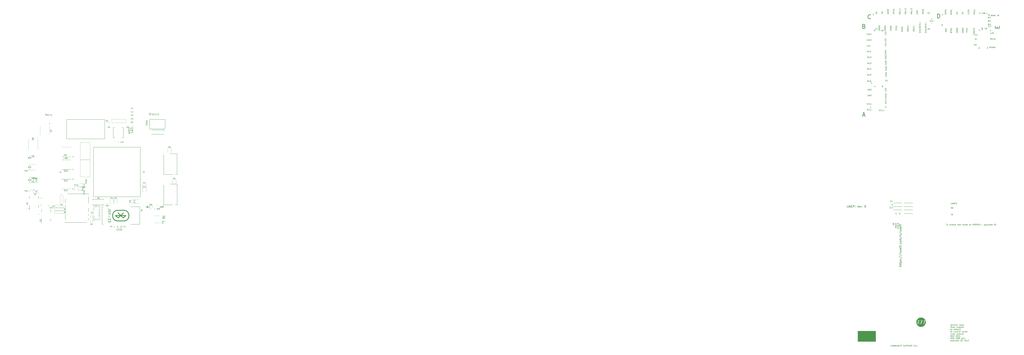
<source format=gto>
G04 #@! TF.GenerationSoftware,KiCad,Pcbnew,8.0.8-8.0.8-0~ubuntu24.04.1*
G04 #@! TF.CreationDate,2025-02-06T10:14:42+00:00*
G04 #@! TF.ProjectId,MST01,4d535430-312e-46b6-9963-61645f706362,D*
G04 #@! TF.SameCoordinates,PX440a368PY8a86a58*
G04 #@! TF.FileFunction,Legend,Top*
G04 #@! TF.FilePolarity,Positive*
%FSLAX46Y46*%
G04 Gerber Fmt 4.6, Leading zero omitted, Abs format (unit mm)*
G04 Created by KiCad (PCBNEW 8.0.8-8.0.8-0~ubuntu24.04.1) date 2025-02-06 10:14:42*
%MOMM*%
%LPD*%
G01*
G04 APERTURE LIST*
%ADD10C,0.150000*%
%ADD11C,0.450000*%
%ADD12C,0.200000*%
%ADD13C,0.170000*%
%ADD14C,0.250000*%
%ADD15C,0.127000*%
%ADD16C,0.120000*%
%ADD17C,0.203200*%
%ADD18C,0.631031*%
%ADD19C,0.002540*%
%ADD20C,0.099060*%
G04 APERTURE END LIST*
D10*
X633237813Y11245000D02*
X639637813Y11245000D01*
X633237813Y8645000D02*
X639637813Y8645000D01*
X625537813Y16245000D02*
X631937813Y16245000D01*
X599866993Y-76240130D02*
X612783008Y-76240130D01*
X612783008Y-83815000D01*
X599866993Y-83815000D01*
X599866993Y-76240130D01*
G36*
X599866993Y-76240130D02*
G01*
X612783008Y-76240130D01*
X612783008Y-83815000D01*
X599866993Y-83815000D01*
X599866993Y-76240130D01*
G37*
X633237813Y13645000D02*
X639637813Y13645000D01*
X625537813Y11245000D02*
X631937813Y11245000D01*
X633237813Y16245000D02*
X639637813Y16245000D01*
X625537813Y13645000D02*
X631937813Y13645000D01*
X696125952Y138480181D02*
X695554524Y138480181D01*
X695840238Y138480181D02*
X695840238Y139480181D01*
X695840238Y139480181D02*
X695745000Y139337324D01*
X695745000Y139337324D02*
X695649762Y139242086D01*
X695649762Y139242086D02*
X695554524Y139194467D01*
X696506905Y139384943D02*
X696554524Y139432562D01*
X696554524Y139432562D02*
X696649762Y139480181D01*
X696649762Y139480181D02*
X696887857Y139480181D01*
X696887857Y139480181D02*
X696983095Y139432562D01*
X696983095Y139432562D02*
X697030714Y139384943D01*
X697030714Y139384943D02*
X697078333Y139289705D01*
X697078333Y139289705D02*
X697078333Y139194467D01*
X697078333Y139194467D02*
X697030714Y139051610D01*
X697030714Y139051610D02*
X696459286Y138480181D01*
X696459286Y138480181D02*
X697078333Y138480181D01*
X697364048Y139480181D02*
X697697381Y138480181D01*
X697697381Y138480181D02*
X698030714Y139480181D01*
D11*
X604309285Y143941972D02*
X604737857Y143799115D01*
X604737857Y143799115D02*
X604880714Y143656258D01*
X604880714Y143656258D02*
X605023571Y143370543D01*
X605023571Y143370543D02*
X605023571Y142941972D01*
X605023571Y142941972D02*
X604880714Y142656258D01*
X604880714Y142656258D02*
X604737857Y142513400D01*
X604737857Y142513400D02*
X604452142Y142370543D01*
X604452142Y142370543D02*
X603309285Y142370543D01*
X603309285Y142370543D02*
X603309285Y145370542D01*
X603309285Y145370542D02*
X604309285Y145370542D01*
X604309285Y145370542D02*
X604595000Y145227686D01*
X604595000Y145227686D02*
X604737857Y145084829D01*
X604737857Y145084829D02*
X604880714Y144799115D01*
X604880714Y144799115D02*
X604880714Y144513400D01*
X604880714Y144513400D02*
X604737857Y144227686D01*
X604737857Y144227686D02*
X604595000Y144084829D01*
X604595000Y144084829D02*
X604309285Y143941972D01*
X604309285Y143941972D02*
X603309285Y143941972D01*
D10*
X620233095Y86080181D02*
X619756905Y86080181D01*
X619756905Y86080181D02*
X619709286Y85603991D01*
X619709286Y85603991D02*
X619756905Y85651610D01*
X619756905Y85651610D02*
X619852143Y85699229D01*
X619852143Y85699229D02*
X620090238Y85699229D01*
X620090238Y85699229D02*
X620185476Y85651610D01*
X620185476Y85651610D02*
X620233095Y85603991D01*
X620233095Y85603991D02*
X620280714Y85508753D01*
X620280714Y85508753D02*
X620280714Y85270658D01*
X620280714Y85270658D02*
X620233095Y85175420D01*
X620233095Y85175420D02*
X620185476Y85127800D01*
X620185476Y85127800D02*
X620090238Y85080181D01*
X620090238Y85080181D02*
X619852143Y85080181D01*
X619852143Y85080181D02*
X619756905Y85127800D01*
X619756905Y85127800D02*
X619709286Y85175420D01*
X606664048Y103830181D02*
X606664048Y104830181D01*
X607140238Y103830181D02*
X607140238Y104830181D01*
X607140238Y104830181D02*
X607711666Y103830181D01*
X607711666Y103830181D02*
X607711666Y104830181D01*
X608473571Y104830181D02*
X608473571Y104115896D01*
X608473571Y104115896D02*
X608425952Y103973039D01*
X608425952Y103973039D02*
X608330714Y103877800D01*
X608330714Y103877800D02*
X608187857Y103830181D01*
X608187857Y103830181D02*
X608092619Y103830181D01*
X609378333Y104830181D02*
X609187857Y104830181D01*
X609187857Y104830181D02*
X609092619Y104782562D01*
X609092619Y104782562D02*
X609045000Y104734943D01*
X609045000Y104734943D02*
X608949762Y104592086D01*
X608949762Y104592086D02*
X608902143Y104401610D01*
X608902143Y104401610D02*
X608902143Y104020658D01*
X608902143Y104020658D02*
X608949762Y103925420D01*
X608949762Y103925420D02*
X608997381Y103877800D01*
X608997381Y103877800D02*
X609092619Y103830181D01*
X609092619Y103830181D02*
X609283095Y103830181D01*
X609283095Y103830181D02*
X609378333Y103877800D01*
X609378333Y103877800D02*
X609425952Y103925420D01*
X609425952Y103925420D02*
X609473571Y104020658D01*
X609473571Y104020658D02*
X609473571Y104258753D01*
X609473571Y104258753D02*
X609425952Y104353991D01*
X609425952Y104353991D02*
X609378333Y104401610D01*
X609378333Y104401610D02*
X609283095Y104449229D01*
X609283095Y104449229D02*
X609092619Y104449229D01*
X609092619Y104449229D02*
X608997381Y104401610D01*
X608997381Y104401610D02*
X608949762Y104353991D01*
X608949762Y104353991D02*
X608902143Y104258753D01*
X620399819Y138192143D02*
X620399819Y137715953D01*
X620399819Y137715953D02*
X619399819Y137715953D01*
X620352200Y138477858D02*
X620399819Y138620715D01*
X620399819Y138620715D02*
X620399819Y138858810D01*
X620399819Y138858810D02*
X620352200Y138954048D01*
X620352200Y138954048D02*
X620304580Y139001667D01*
X620304580Y139001667D02*
X620209342Y139049286D01*
X620209342Y139049286D02*
X620114104Y139049286D01*
X620114104Y139049286D02*
X620018866Y139001667D01*
X620018866Y139001667D02*
X619971247Y138954048D01*
X619971247Y138954048D02*
X619923628Y138858810D01*
X619923628Y138858810D02*
X619876009Y138668334D01*
X619876009Y138668334D02*
X619828390Y138573096D01*
X619828390Y138573096D02*
X619780771Y138525477D01*
X619780771Y138525477D02*
X619685533Y138477858D01*
X619685533Y138477858D02*
X619590295Y138477858D01*
X619590295Y138477858D02*
X619495057Y138525477D01*
X619495057Y138525477D02*
X619447438Y138573096D01*
X619447438Y138573096D02*
X619399819Y138668334D01*
X619399819Y138668334D02*
X619399819Y138906429D01*
X619399819Y138906429D02*
X619447438Y139049286D01*
X619495057Y139430239D02*
X619447438Y139477858D01*
X619447438Y139477858D02*
X619399819Y139573096D01*
X619399819Y139573096D02*
X619399819Y139811191D01*
X619399819Y139811191D02*
X619447438Y139906429D01*
X619447438Y139906429D02*
X619495057Y139954048D01*
X619495057Y139954048D02*
X619590295Y140001667D01*
X619590295Y140001667D02*
X619685533Y140001667D01*
X619685533Y140001667D02*
X619828390Y139954048D01*
X619828390Y139954048D02*
X620399819Y139382620D01*
X620399819Y139382620D02*
X620399819Y140001667D01*
X606664048Y112630181D02*
X606664048Y113630181D01*
X607140238Y112630181D02*
X607140238Y113630181D01*
X607140238Y113630181D02*
X607711666Y112630181D01*
X607711666Y112630181D02*
X607711666Y113630181D01*
X608473571Y113630181D02*
X608473571Y112915896D01*
X608473571Y112915896D02*
X608425952Y112773039D01*
X608425952Y112773039D02*
X608330714Y112677800D01*
X608330714Y112677800D02*
X608187857Y112630181D01*
X608187857Y112630181D02*
X608092619Y112630181D01*
X609378333Y113296848D02*
X609378333Y112630181D01*
X609140238Y113677800D02*
X608902143Y112963515D01*
X608902143Y112963515D02*
X609521190Y112963515D01*
X606728333Y133530181D02*
X606252143Y133530181D01*
X606252143Y133530181D02*
X606252143Y134530181D01*
X607014048Y133577800D02*
X607156905Y133530181D01*
X607156905Y133530181D02*
X607395000Y133530181D01*
X607395000Y133530181D02*
X607490238Y133577800D01*
X607490238Y133577800D02*
X607537857Y133625420D01*
X607537857Y133625420D02*
X607585476Y133720658D01*
X607585476Y133720658D02*
X607585476Y133815896D01*
X607585476Y133815896D02*
X607537857Y133911134D01*
X607537857Y133911134D02*
X607490238Y133958753D01*
X607490238Y133958753D02*
X607395000Y134006372D01*
X607395000Y134006372D02*
X607204524Y134053991D01*
X607204524Y134053991D02*
X607109286Y134101610D01*
X607109286Y134101610D02*
X607061667Y134149229D01*
X607061667Y134149229D02*
X607014048Y134244467D01*
X607014048Y134244467D02*
X607014048Y134339705D01*
X607014048Y134339705D02*
X607061667Y134434943D01*
X607061667Y134434943D02*
X607109286Y134482562D01*
X607109286Y134482562D02*
X607204524Y134530181D01*
X607204524Y134530181D02*
X607442619Y134530181D01*
X607442619Y134530181D02*
X607585476Y134482562D01*
X608014048Y133530181D02*
X608014048Y134530181D01*
X608014048Y134053991D02*
X608585476Y134053991D01*
X608585476Y133530181D02*
X608585476Y134530181D01*
X609014048Y134434943D02*
X609061667Y134482562D01*
X609061667Y134482562D02*
X609156905Y134530181D01*
X609156905Y134530181D02*
X609395000Y134530181D01*
X609395000Y134530181D02*
X609490238Y134482562D01*
X609490238Y134482562D02*
X609537857Y134434943D01*
X609537857Y134434943D02*
X609585476Y134339705D01*
X609585476Y134339705D02*
X609585476Y134244467D01*
X609585476Y134244467D02*
X609537857Y134101610D01*
X609537857Y134101610D02*
X608966429Y133530181D01*
X608966429Y133530181D02*
X609585476Y133530181D01*
X617204523Y140380181D02*
X616633095Y140380181D01*
X616918809Y140380181D02*
X616918809Y141380181D01*
X616918809Y141380181D02*
X616823571Y141237324D01*
X616823571Y141237324D02*
X616728333Y141142086D01*
X616728333Y141142086D02*
X616633095Y141094467D01*
X617775952Y140951610D02*
X617680714Y140999229D01*
X617680714Y140999229D02*
X617633095Y141046848D01*
X617633095Y141046848D02*
X617585476Y141142086D01*
X617585476Y141142086D02*
X617585476Y141189705D01*
X617585476Y141189705D02*
X617633095Y141284943D01*
X617633095Y141284943D02*
X617680714Y141332562D01*
X617680714Y141332562D02*
X617775952Y141380181D01*
X617775952Y141380181D02*
X617966428Y141380181D01*
X617966428Y141380181D02*
X618061666Y141332562D01*
X618061666Y141332562D02*
X618109285Y141284943D01*
X618109285Y141284943D02*
X618156904Y141189705D01*
X618156904Y141189705D02*
X618156904Y141142086D01*
X618156904Y141142086D02*
X618109285Y141046848D01*
X618109285Y141046848D02*
X618061666Y140999229D01*
X618061666Y140999229D02*
X617966428Y140951610D01*
X617966428Y140951610D02*
X617775952Y140951610D01*
X617775952Y140951610D02*
X617680714Y140903991D01*
X617680714Y140903991D02*
X617633095Y140856372D01*
X617633095Y140856372D02*
X617585476Y140761134D01*
X617585476Y140761134D02*
X617585476Y140570658D01*
X617585476Y140570658D02*
X617633095Y140475420D01*
X617633095Y140475420D02*
X617680714Y140427800D01*
X617680714Y140427800D02*
X617775952Y140380181D01*
X617775952Y140380181D02*
X617966428Y140380181D01*
X617966428Y140380181D02*
X618061666Y140427800D01*
X618061666Y140427800D02*
X618109285Y140475420D01*
X618109285Y140475420D02*
X618156904Y140570658D01*
X618156904Y140570658D02*
X618156904Y140761134D01*
X618156904Y140761134D02*
X618109285Y140856372D01*
X618109285Y140856372D02*
X618061666Y140903991D01*
X618061666Y140903991D02*
X617966428Y140951610D01*
X606587857Y87330181D02*
X606587857Y88330181D01*
X606587857Y88330181D02*
X606825952Y88330181D01*
X606825952Y88330181D02*
X606968809Y88282562D01*
X606968809Y88282562D02*
X607064047Y88187324D01*
X607064047Y88187324D02*
X607111666Y88092086D01*
X607111666Y88092086D02*
X607159285Y87901610D01*
X607159285Y87901610D02*
X607159285Y87758753D01*
X607159285Y87758753D02*
X607111666Y87568277D01*
X607111666Y87568277D02*
X607064047Y87473039D01*
X607064047Y87473039D02*
X606968809Y87377800D01*
X606968809Y87377800D02*
X606825952Y87330181D01*
X606825952Y87330181D02*
X606587857Y87330181D01*
X608159285Y87425420D02*
X608111666Y87377800D01*
X608111666Y87377800D02*
X607968809Y87330181D01*
X607968809Y87330181D02*
X607873571Y87330181D01*
X607873571Y87330181D02*
X607730714Y87377800D01*
X607730714Y87377800D02*
X607635476Y87473039D01*
X607635476Y87473039D02*
X607587857Y87568277D01*
X607587857Y87568277D02*
X607540238Y87758753D01*
X607540238Y87758753D02*
X607540238Y87901610D01*
X607540238Y87901610D02*
X607587857Y88092086D01*
X607587857Y88092086D02*
X607635476Y88187324D01*
X607635476Y88187324D02*
X607730714Y88282562D01*
X607730714Y88282562D02*
X607873571Y88330181D01*
X607873571Y88330181D02*
X607968809Y88330181D01*
X607968809Y88330181D02*
X608111666Y88282562D01*
X608111666Y88282562D02*
X608159285Y88234943D01*
X608540238Y88234943D02*
X608587857Y88282562D01*
X608587857Y88282562D02*
X608683095Y88330181D01*
X608683095Y88330181D02*
X608921190Y88330181D01*
X608921190Y88330181D02*
X609016428Y88282562D01*
X609016428Y88282562D02*
X609064047Y88234943D01*
X609064047Y88234943D02*
X609111666Y88139705D01*
X609111666Y88139705D02*
X609111666Y88044467D01*
X609111666Y88044467D02*
X609064047Y87901610D01*
X609064047Y87901610D02*
X608492619Y87330181D01*
X608492619Y87330181D02*
X609111666Y87330181D01*
X609540238Y87711134D02*
X610302143Y87711134D01*
X612749819Y153444523D02*
X612749819Y152968333D01*
X612749819Y152968333D02*
X613226009Y152920714D01*
X613226009Y152920714D02*
X613178390Y152968333D01*
X613178390Y152968333D02*
X613130771Y153063571D01*
X613130771Y153063571D02*
X613130771Y153301666D01*
X613130771Y153301666D02*
X613178390Y153396904D01*
X613178390Y153396904D02*
X613226009Y153444523D01*
X613226009Y153444523D02*
X613321247Y153492142D01*
X613321247Y153492142D02*
X613559342Y153492142D01*
X613559342Y153492142D02*
X613654580Y153444523D01*
X613654580Y153444523D02*
X613702200Y153396904D01*
X613702200Y153396904D02*
X613749819Y153301666D01*
X613749819Y153301666D02*
X613749819Y153063571D01*
X613749819Y153063571D02*
X613702200Y152968333D01*
X613702200Y152968333D02*
X613654580Y152920714D01*
X612749819Y153777857D02*
X613749819Y154111190D01*
X613749819Y154111190D02*
X612749819Y154444523D01*
X661130714Y151880180D02*
X660559286Y151880180D01*
X660845000Y151880180D02*
X660845000Y152880180D01*
X660845000Y152880180D02*
X660749762Y152737323D01*
X660749762Y152737323D02*
X660654524Y152642085D01*
X660654524Y152642085D02*
X660559286Y152594466D01*
X634699819Y152735000D02*
X633699819Y152735000D01*
X634176009Y152735000D02*
X634176009Y153306428D01*
X634699819Y153306428D02*
X633699819Y153306428D01*
X634414104Y153735000D02*
X634414104Y154211190D01*
X634699819Y153639762D02*
X633699819Y153973095D01*
X633699819Y153973095D02*
X634699819Y154306428D01*
X634699819Y155115952D02*
X634699819Y154639762D01*
X634699819Y154639762D02*
X633699819Y154639762D01*
X634699819Y155925476D02*
X634699819Y155449286D01*
X634699819Y155449286D02*
X633699819Y155449286D01*
X633795057Y156211191D02*
X633747438Y156258810D01*
X633747438Y156258810D02*
X633699819Y156354048D01*
X633699819Y156354048D02*
X633699819Y156592143D01*
X633699819Y156592143D02*
X633747438Y156687381D01*
X633747438Y156687381D02*
X633795057Y156735000D01*
X633795057Y156735000D02*
X633890295Y156782619D01*
X633890295Y156782619D02*
X633985533Y156782619D01*
X633985533Y156782619D02*
X634128390Y156735000D01*
X634128390Y156735000D02*
X634699819Y156163572D01*
X634699819Y156163572D02*
X634699819Y156782619D01*
X645179819Y139264049D02*
X644179819Y139264049D01*
X644179819Y139264049D02*
X644179819Y139502144D01*
X644179819Y139502144D02*
X644227438Y139645001D01*
X644227438Y139645001D02*
X644322676Y139740239D01*
X644322676Y139740239D02*
X644417914Y139787858D01*
X644417914Y139787858D02*
X644608390Y139835477D01*
X644608390Y139835477D02*
X644751247Y139835477D01*
X644751247Y139835477D02*
X644941723Y139787858D01*
X644941723Y139787858D02*
X645036961Y139740239D01*
X645036961Y139740239D02*
X645132200Y139645001D01*
X645132200Y139645001D02*
X645179819Y139502144D01*
X645179819Y139502144D02*
X645179819Y139264049D01*
X645179819Y140264049D02*
X644179819Y140264049D01*
X645132200Y140692620D02*
X645179819Y140835477D01*
X645179819Y140835477D02*
X645179819Y141073572D01*
X645179819Y141073572D02*
X645132200Y141168810D01*
X645132200Y141168810D02*
X645084580Y141216429D01*
X645084580Y141216429D02*
X644989342Y141264048D01*
X644989342Y141264048D02*
X644894104Y141264048D01*
X644894104Y141264048D02*
X644798866Y141216429D01*
X644798866Y141216429D02*
X644751247Y141168810D01*
X644751247Y141168810D02*
X644703628Y141073572D01*
X644703628Y141073572D02*
X644656009Y140883096D01*
X644656009Y140883096D02*
X644608390Y140787858D01*
X644608390Y140787858D02*
X644560771Y140740239D01*
X644560771Y140740239D02*
X644465533Y140692620D01*
X644465533Y140692620D02*
X644370295Y140692620D01*
X644370295Y140692620D02*
X644275057Y140740239D01*
X644275057Y140740239D02*
X644227438Y140787858D01*
X644227438Y140787858D02*
X644179819Y140883096D01*
X644179819Y140883096D02*
X644179819Y141121191D01*
X644179819Y141121191D02*
X644227438Y141264048D01*
X645084580Y142264048D02*
X645132200Y142216429D01*
X645132200Y142216429D02*
X645179819Y142073572D01*
X645179819Y142073572D02*
X645179819Y141978334D01*
X645179819Y141978334D02*
X645132200Y141835477D01*
X645132200Y141835477D02*
X645036961Y141740239D01*
X645036961Y141740239D02*
X644941723Y141692620D01*
X644941723Y141692620D02*
X644751247Y141645001D01*
X644751247Y141645001D02*
X644608390Y141645001D01*
X644608390Y141645001D02*
X644417914Y141692620D01*
X644417914Y141692620D02*
X644322676Y141740239D01*
X644322676Y141740239D02*
X644227438Y141835477D01*
X644227438Y141835477D02*
X644179819Y141978334D01*
X644179819Y141978334D02*
X644179819Y142073572D01*
X644179819Y142073572D02*
X644227438Y142216429D01*
X644227438Y142216429D02*
X644275057Y142264048D01*
X645179819Y143264048D02*
X644703628Y142930715D01*
X645179819Y142692620D02*
X644179819Y142692620D01*
X644179819Y142692620D02*
X644179819Y143073572D01*
X644179819Y143073572D02*
X644227438Y143168810D01*
X644227438Y143168810D02*
X644275057Y143216429D01*
X644275057Y143216429D02*
X644370295Y143264048D01*
X644370295Y143264048D02*
X644513152Y143264048D01*
X644513152Y143264048D02*
X644608390Y143216429D01*
X644608390Y143216429D02*
X644656009Y143168810D01*
X644656009Y143168810D02*
X644703628Y143073572D01*
X644703628Y143073572D02*
X644703628Y142692620D01*
X644656009Y143692620D02*
X644656009Y144025953D01*
X645179819Y144168810D02*
X645179819Y143692620D01*
X645179819Y143692620D02*
X644179819Y143692620D01*
X644179819Y143692620D02*
X644179819Y144168810D01*
X644179819Y144454525D02*
X644179819Y145025953D01*
X645179819Y144740239D02*
X644179819Y144740239D01*
X644656009Y145359286D02*
X644656009Y145692619D01*
X645179819Y145835476D02*
X645179819Y145359286D01*
X645179819Y145359286D02*
X644179819Y145359286D01*
X644179819Y145359286D02*
X644179819Y145835476D01*
X644798866Y146264048D02*
X644798866Y147025953D01*
X645179819Y146645000D02*
X644417914Y146645000D01*
D12*
X71362206Y-1208244D02*
X71433635Y-1074911D01*
X71433635Y-1074911D02*
X71433635Y-874911D01*
X71433635Y-874911D02*
X71362206Y-674911D01*
X71362206Y-674911D02*
X71219349Y-541578D01*
X71219349Y-541578D02*
X71076492Y-474911D01*
X71076492Y-474911D02*
X70790778Y-408244D01*
X70790778Y-408244D02*
X70576492Y-408244D01*
X70576492Y-408244D02*
X70290778Y-474911D01*
X70290778Y-474911D02*
X70147921Y-541578D01*
X70147921Y-541578D02*
X70005064Y-674911D01*
X70005064Y-674911D02*
X69933635Y-874911D01*
X69933635Y-874911D02*
X69933635Y-1008244D01*
X69933635Y-1008244D02*
X70005064Y-1208244D01*
X70005064Y-1208244D02*
X70076492Y-1274911D01*
X70076492Y-1274911D02*
X70576492Y-1274911D01*
X70576492Y-1274911D02*
X70576492Y-1008244D01*
X68947290Y-1208244D02*
X69018719Y-1074911D01*
X69018719Y-1074911D02*
X69018719Y-874911D01*
X69018719Y-874911D02*
X68947290Y-674911D01*
X68947290Y-674911D02*
X68804433Y-541578D01*
X68804433Y-541578D02*
X68661576Y-474911D01*
X68661576Y-474911D02*
X68375862Y-408244D01*
X68375862Y-408244D02*
X68161576Y-408244D01*
X68161576Y-408244D02*
X67875862Y-474911D01*
X67875862Y-474911D02*
X67733005Y-541578D01*
X67733005Y-541578D02*
X67590148Y-674911D01*
X67590148Y-674911D02*
X67518719Y-874911D01*
X67518719Y-874911D02*
X67518719Y-1008244D01*
X67518719Y-1008244D02*
X67590148Y-1208244D01*
X67590148Y-1208244D02*
X67661576Y-1274911D01*
X67661576Y-1274911D02*
X68161576Y-1274911D01*
X68161576Y-1274911D02*
X68161576Y-1008244D01*
X65675232Y-474911D02*
X65675232Y-1541578D01*
X65103803Y-1008244D02*
X66246660Y-1008244D01*
X63260316Y-474911D02*
X63260316Y-1541578D01*
X61773971Y-274911D02*
X60273971Y-741578D01*
X60273971Y-741578D02*
X61773971Y-1208244D01*
D10*
X684199819Y138025477D02*
X683199819Y138025477D01*
X684199819Y138596905D02*
X683628390Y138168334D01*
X683199819Y138596905D02*
X683771247Y138025477D01*
X684199819Y139025477D02*
X683199819Y139025477D01*
X683199819Y139025477D02*
X684199819Y139596905D01*
X684199819Y139596905D02*
X683199819Y139596905D01*
X683199819Y140263572D02*
X683199819Y140454048D01*
X683199819Y140454048D02*
X683247438Y140549286D01*
X683247438Y140549286D02*
X683342676Y140644524D01*
X683342676Y140644524D02*
X683533152Y140692143D01*
X683533152Y140692143D02*
X683866485Y140692143D01*
X683866485Y140692143D02*
X684056961Y140644524D01*
X684056961Y140644524D02*
X684152200Y140549286D01*
X684152200Y140549286D02*
X684199819Y140454048D01*
X684199819Y140454048D02*
X684199819Y140263572D01*
X684199819Y140263572D02*
X684152200Y140168334D01*
X684152200Y140168334D02*
X684056961Y140073096D01*
X684056961Y140073096D02*
X683866485Y140025477D01*
X683866485Y140025477D02*
X683533152Y140025477D01*
X683533152Y140025477D02*
X683342676Y140073096D01*
X683342676Y140073096D02*
X683247438Y140168334D01*
X683247438Y140168334D02*
X683199819Y140263572D01*
X684104580Y141692143D02*
X684152200Y141644524D01*
X684152200Y141644524D02*
X684199819Y141501667D01*
X684199819Y141501667D02*
X684199819Y141406429D01*
X684199819Y141406429D02*
X684152200Y141263572D01*
X684152200Y141263572D02*
X684056961Y141168334D01*
X684056961Y141168334D02*
X683961723Y141120715D01*
X683961723Y141120715D02*
X683771247Y141073096D01*
X683771247Y141073096D02*
X683628390Y141073096D01*
X683628390Y141073096D02*
X683437914Y141120715D01*
X683437914Y141120715D02*
X683342676Y141168334D01*
X683342676Y141168334D02*
X683247438Y141263572D01*
X683247438Y141263572D02*
X683199819Y141406429D01*
X683199819Y141406429D02*
X683199819Y141501667D01*
X683199819Y141501667D02*
X683247438Y141644524D01*
X683247438Y141644524D02*
X683295057Y141692143D01*
X684199819Y142120715D02*
X683199819Y142120715D01*
X684199819Y142692143D02*
X683628390Y142263572D01*
X683199819Y142692143D02*
X683771247Y142120715D01*
X667151779Y16435041D02*
X667151779Y15625518D01*
X667151779Y15625518D02*
X667199398Y15530280D01*
X667199398Y15530280D02*
X667247017Y15482660D01*
X667247017Y15482660D02*
X667342255Y15435041D01*
X667342255Y15435041D02*
X667532731Y15435041D01*
X667532731Y15435041D02*
X667627969Y15482660D01*
X667627969Y15482660D02*
X667675588Y15530280D01*
X667675588Y15530280D02*
X667723207Y15625518D01*
X667723207Y15625518D02*
X667723207Y16435041D01*
X668151779Y15720756D02*
X668627969Y15720756D01*
X668056541Y15435041D02*
X668389874Y16435041D01*
X668389874Y16435041D02*
X668723207Y15435041D01*
X669627969Y15435041D02*
X669294636Y15911232D01*
X669056541Y15435041D02*
X669056541Y16435041D01*
X669056541Y16435041D02*
X669437493Y16435041D01*
X669437493Y16435041D02*
X669532731Y16387422D01*
X669532731Y16387422D02*
X669580350Y16339803D01*
X669580350Y16339803D02*
X669627969Y16244565D01*
X669627969Y16244565D02*
X669627969Y16101708D01*
X669627969Y16101708D02*
X669580350Y16006470D01*
X669580350Y16006470D02*
X669532731Y15958851D01*
X669532731Y15958851D02*
X669437493Y15911232D01*
X669437493Y15911232D02*
X669056541Y15911232D01*
X669913684Y16435041D02*
X670485112Y16435041D01*
X670199398Y15435041D02*
X670199398Y16435041D01*
X670770827Y16339803D02*
X670818446Y16387422D01*
X670818446Y16387422D02*
X670913684Y16435041D01*
X670913684Y16435041D02*
X671151779Y16435041D01*
X671151779Y16435041D02*
X671247017Y16387422D01*
X671247017Y16387422D02*
X671294636Y16339803D01*
X671294636Y16339803D02*
X671342255Y16244565D01*
X671342255Y16244565D02*
X671342255Y16149327D01*
X671342255Y16149327D02*
X671294636Y16006470D01*
X671294636Y16006470D02*
X670723208Y15435041D01*
X670723208Y15435041D02*
X671342255Y15435041D01*
X667723207Y12215153D02*
X667389874Y12691344D01*
X667151779Y12215153D02*
X667151779Y13215153D01*
X667151779Y13215153D02*
X667532731Y13215153D01*
X667532731Y13215153D02*
X667627969Y13167534D01*
X667627969Y13167534D02*
X667675588Y13119915D01*
X667675588Y13119915D02*
X667723207Y13024677D01*
X667723207Y13024677D02*
X667723207Y12881820D01*
X667723207Y12881820D02*
X667675588Y12786582D01*
X667675588Y12786582D02*
X667627969Y12738963D01*
X667627969Y12738963D02*
X667532731Y12691344D01*
X667532731Y12691344D02*
X667151779Y12691344D01*
X668056541Y13215153D02*
X668723207Y12215153D01*
X668723207Y13215153D02*
X668056541Y12215153D01*
X667008922Y8385321D02*
X667580350Y8385321D01*
X667294636Y7385321D02*
X667294636Y8385321D01*
X667818446Y8385321D02*
X668485112Y7385321D01*
X668485112Y8385321D02*
X667818446Y7385321D01*
D11*
X603380714Y79727686D02*
X604809286Y79727686D01*
X603095000Y78870543D02*
X604095000Y81870543D01*
X604095000Y81870543D02*
X605095000Y78870543D01*
D10*
X616949819Y153544523D02*
X616949819Y153068333D01*
X616949819Y153068333D02*
X617426009Y153020714D01*
X617426009Y153020714D02*
X617378390Y153068333D01*
X617378390Y153068333D02*
X617330771Y153163571D01*
X617330771Y153163571D02*
X617330771Y153401666D01*
X617330771Y153401666D02*
X617378390Y153496904D01*
X617378390Y153496904D02*
X617426009Y153544523D01*
X617426009Y153544523D02*
X617521247Y153592142D01*
X617521247Y153592142D02*
X617759342Y153592142D01*
X617759342Y153592142D02*
X617854580Y153544523D01*
X617854580Y153544523D02*
X617902200Y153496904D01*
X617902200Y153496904D02*
X617949819Y153401666D01*
X617949819Y153401666D02*
X617949819Y153163571D01*
X617949819Y153163571D02*
X617902200Y153068333D01*
X617902200Y153068333D02*
X617854580Y153020714D01*
X616949819Y153877857D02*
X617949819Y154211190D01*
X617949819Y154211190D02*
X616949819Y154544523D01*
X692104523Y141880181D02*
X691533095Y141880181D01*
X691818809Y141880181D02*
X691818809Y142880181D01*
X691818809Y142880181D02*
X691723571Y142737324D01*
X691723571Y142737324D02*
X691628333Y142642086D01*
X691628333Y142642086D02*
X691533095Y142594467D01*
X692961666Y142880181D02*
X692771190Y142880181D01*
X692771190Y142880181D02*
X692675952Y142832562D01*
X692675952Y142832562D02*
X692628333Y142784943D01*
X692628333Y142784943D02*
X692533095Y142642086D01*
X692533095Y142642086D02*
X692485476Y142451610D01*
X692485476Y142451610D02*
X692485476Y142070658D01*
X692485476Y142070658D02*
X692533095Y141975420D01*
X692533095Y141975420D02*
X692580714Y141927800D01*
X692580714Y141927800D02*
X692675952Y141880181D01*
X692675952Y141880181D02*
X692866428Y141880181D01*
X692866428Y141880181D02*
X692961666Y141927800D01*
X692961666Y141927800D02*
X693009285Y141975420D01*
X693009285Y141975420D02*
X693056904Y142070658D01*
X693056904Y142070658D02*
X693056904Y142308753D01*
X693056904Y142308753D02*
X693009285Y142403991D01*
X693009285Y142403991D02*
X692961666Y142451610D01*
X692961666Y142451610D02*
X692866428Y142499229D01*
X692866428Y142499229D02*
X692675952Y142499229D01*
X692675952Y142499229D02*
X692580714Y142451610D01*
X692580714Y142451610D02*
X692533095Y142403991D01*
X692533095Y142403991D02*
X692485476Y142308753D01*
X646826009Y153325476D02*
X646873628Y153468333D01*
X646873628Y153468333D02*
X646921247Y153515952D01*
X646921247Y153515952D02*
X647016485Y153563571D01*
X647016485Y153563571D02*
X647159342Y153563571D01*
X647159342Y153563571D02*
X647254580Y153515952D01*
X647254580Y153515952D02*
X647302200Y153468333D01*
X647302200Y153468333D02*
X647349819Y153373095D01*
X647349819Y153373095D02*
X647349819Y152992143D01*
X647349819Y152992143D02*
X646349819Y152992143D01*
X646349819Y152992143D02*
X646349819Y153325476D01*
X646349819Y153325476D02*
X646397438Y153420714D01*
X646397438Y153420714D02*
X646445057Y153468333D01*
X646445057Y153468333D02*
X646540295Y153515952D01*
X646540295Y153515952D02*
X646635533Y153515952D01*
X646635533Y153515952D02*
X646730771Y153468333D01*
X646730771Y153468333D02*
X646778390Y153420714D01*
X646778390Y153420714D02*
X646826009Y153325476D01*
X646826009Y153325476D02*
X646826009Y152992143D01*
X646349819Y153849286D02*
X646349819Y154420714D01*
X647349819Y154135000D02*
X646349819Y154135000D01*
X647349819Y154754048D02*
X646349819Y154754048D01*
X646349819Y154754048D02*
X647349819Y155325476D01*
X647349819Y155325476D02*
X646349819Y155325476D01*
X646349819Y155706429D02*
X646349819Y156325476D01*
X646349819Y156325476D02*
X646730771Y155992143D01*
X646730771Y155992143D02*
X646730771Y156135000D01*
X646730771Y156135000D02*
X646778390Y156230238D01*
X646778390Y156230238D02*
X646826009Y156277857D01*
X646826009Y156277857D02*
X646921247Y156325476D01*
X646921247Y156325476D02*
X647159342Y156325476D01*
X647159342Y156325476D02*
X647254580Y156277857D01*
X647254580Y156277857D02*
X647302200Y156230238D01*
X647302200Y156230238D02*
X647349819Y156135000D01*
X647349819Y156135000D02*
X647349819Y155849286D01*
X647349819Y155849286D02*
X647302200Y155754048D01*
X647302200Y155754048D02*
X647254580Y155706429D01*
X621814104Y152920714D02*
X621814104Y153396904D01*
X622099819Y152825476D02*
X621099819Y153158809D01*
X621099819Y153158809D02*
X622099819Y153492142D01*
X621099819Y153825476D02*
X621909342Y153825476D01*
X621909342Y153825476D02*
X622004580Y153873095D01*
X622004580Y153873095D02*
X622052200Y153920714D01*
X622052200Y153920714D02*
X622099819Y154015952D01*
X622099819Y154015952D02*
X622099819Y154206428D01*
X622099819Y154206428D02*
X622052200Y154301666D01*
X622052200Y154301666D02*
X622004580Y154349285D01*
X622004580Y154349285D02*
X621909342Y154396904D01*
X621909342Y154396904D02*
X621099819Y154396904D01*
X621099819Y154777857D02*
X622099819Y155444523D01*
X621099819Y155444523D02*
X622099819Y154777857D01*
X621195057Y155777857D02*
X621147438Y155825476D01*
X621147438Y155825476D02*
X621099819Y155920714D01*
X621099819Y155920714D02*
X621099819Y156158809D01*
X621099819Y156158809D02*
X621147438Y156254047D01*
X621147438Y156254047D02*
X621195057Y156301666D01*
X621195057Y156301666D02*
X621290295Y156349285D01*
X621290295Y156349285D02*
X621385533Y156349285D01*
X621385533Y156349285D02*
X621528390Y156301666D01*
X621528390Y156301666D02*
X622099819Y155730238D01*
X622099819Y155730238D02*
X622099819Y156349285D01*
X612335476Y100646848D02*
X612335476Y99980181D01*
X612097381Y101027800D02*
X611859286Y100313515D01*
X611859286Y100313515D02*
X612478333Y100313515D01*
X622790194Y13390181D02*
X623409241Y13390181D01*
X623409241Y13390181D02*
X623075908Y13009229D01*
X623075908Y13009229D02*
X623218765Y13009229D01*
X623218765Y13009229D02*
X623314003Y12961610D01*
X623314003Y12961610D02*
X623361622Y12913991D01*
X623361622Y12913991D02*
X623409241Y12818753D01*
X623409241Y12818753D02*
X623409241Y12580658D01*
X623409241Y12580658D02*
X623361622Y12485420D01*
X623361622Y12485420D02*
X623314003Y12437800D01*
X623314003Y12437800D02*
X623218765Y12390181D01*
X623218765Y12390181D02*
X622933051Y12390181D01*
X622933051Y12390181D02*
X622837813Y12437800D01*
X622837813Y12437800D02*
X622790194Y12485420D01*
X623837813Y12485420D02*
X623885432Y12437800D01*
X623885432Y12437800D02*
X623837813Y12390181D01*
X623837813Y12390181D02*
X623790194Y12437800D01*
X623790194Y12437800D02*
X623837813Y12485420D01*
X623837813Y12485420D02*
X623837813Y12390181D01*
X624218765Y13390181D02*
X624837812Y13390181D01*
X624837812Y13390181D02*
X624504479Y13009229D01*
X624504479Y13009229D02*
X624647336Y13009229D01*
X624647336Y13009229D02*
X624742574Y12961610D01*
X624742574Y12961610D02*
X624790193Y12913991D01*
X624790193Y12913991D02*
X624837812Y12818753D01*
X624837812Y12818753D02*
X624837812Y12580658D01*
X624837812Y12580658D02*
X624790193Y12485420D01*
X624790193Y12485420D02*
X624742574Y12437800D01*
X624742574Y12437800D02*
X624647336Y12390181D01*
X624647336Y12390181D02*
X624361622Y12390181D01*
X624361622Y12390181D02*
X624266384Y12437800D01*
X624266384Y12437800D02*
X624218765Y12485420D01*
X678099819Y139296906D02*
X678099819Y139868334D01*
X679099819Y139582620D02*
X678099819Y139582620D01*
X679099819Y140201668D02*
X678099819Y140201668D01*
X678099819Y140201668D02*
X678099819Y140582620D01*
X678099819Y140582620D02*
X678147438Y140677858D01*
X678147438Y140677858D02*
X678195057Y140725477D01*
X678195057Y140725477D02*
X678290295Y140773096D01*
X678290295Y140773096D02*
X678433152Y140773096D01*
X678433152Y140773096D02*
X678528390Y140725477D01*
X678528390Y140725477D02*
X678576009Y140677858D01*
X678576009Y140677858D02*
X678623628Y140582620D01*
X678623628Y140582620D02*
X678623628Y140201668D01*
X679052200Y141154049D02*
X679099819Y141296906D01*
X679099819Y141296906D02*
X679099819Y141535001D01*
X679099819Y141535001D02*
X679052200Y141630239D01*
X679052200Y141630239D02*
X679004580Y141677858D01*
X679004580Y141677858D02*
X678909342Y141725477D01*
X678909342Y141725477D02*
X678814104Y141725477D01*
X678814104Y141725477D02*
X678718866Y141677858D01*
X678718866Y141677858D02*
X678671247Y141630239D01*
X678671247Y141630239D02*
X678623628Y141535001D01*
X678623628Y141535001D02*
X678576009Y141344525D01*
X678576009Y141344525D02*
X678528390Y141249287D01*
X678528390Y141249287D02*
X678480771Y141201668D01*
X678480771Y141201668D02*
X678385533Y141154049D01*
X678385533Y141154049D02*
X678290295Y141154049D01*
X678290295Y141154049D02*
X678195057Y141201668D01*
X678195057Y141201668D02*
X678147438Y141249287D01*
X678147438Y141249287D02*
X678099819Y141344525D01*
X678099819Y141344525D02*
X678099819Y141582620D01*
X678099819Y141582620D02*
X678147438Y141725477D01*
X679099819Y142677858D02*
X679099819Y142106430D01*
X679099819Y142392144D02*
X678099819Y142392144D01*
X678099819Y142392144D02*
X678242676Y142296906D01*
X678242676Y142296906D02*
X678337914Y142201668D01*
X678337914Y142201668D02*
X678385533Y142106430D01*
D13*
X700402080Y152164191D02*
X700402080Y151500381D01*
X700402080Y151500381D02*
X700441127Y151422286D01*
X700441127Y151422286D02*
X700480175Y151383239D01*
X700480175Y151383239D02*
X700558270Y151344191D01*
X700558270Y151344191D02*
X700714461Y151344191D01*
X700714461Y151344191D02*
X700792556Y151383239D01*
X700792556Y151383239D02*
X700831603Y151422286D01*
X700831603Y151422286D02*
X700870651Y151500381D01*
X700870651Y151500381D02*
X700870651Y152164191D01*
X701261128Y151344191D02*
X701261128Y152164191D01*
X701261128Y152164191D02*
X701573509Y152164191D01*
X701573509Y152164191D02*
X701651604Y152125143D01*
X701651604Y152125143D02*
X701690651Y152086096D01*
X701690651Y152086096D02*
X701729699Y152008000D01*
X701729699Y152008000D02*
X701729699Y151890858D01*
X701729699Y151890858D02*
X701690651Y151812762D01*
X701690651Y151812762D02*
X701651604Y151773715D01*
X701651604Y151773715D02*
X701573509Y151734667D01*
X701573509Y151734667D02*
X701261128Y151734667D01*
D10*
X624875908Y15490181D02*
X624399718Y15490181D01*
X624399718Y15490181D02*
X624352099Y15013991D01*
X624352099Y15013991D02*
X624399718Y15061610D01*
X624399718Y15061610D02*
X624494956Y15109229D01*
X624494956Y15109229D02*
X624733051Y15109229D01*
X624733051Y15109229D02*
X624828289Y15061610D01*
X624828289Y15061610D02*
X624875908Y15013991D01*
X624875908Y15013991D02*
X624923527Y14918753D01*
X624923527Y14918753D02*
X624923527Y14680658D01*
X624923527Y14680658D02*
X624875908Y14585420D01*
X624875908Y14585420D02*
X624828289Y14537800D01*
X624828289Y14537800D02*
X624733051Y14490181D01*
X624733051Y14490181D02*
X624494956Y14490181D01*
X624494956Y14490181D02*
X624399718Y14537800D01*
X624399718Y14537800D02*
X624352099Y14585420D01*
X631964104Y140120715D02*
X631964104Y140596905D01*
X632249819Y140025477D02*
X631249819Y140358810D01*
X631249819Y140358810D02*
X632249819Y140692143D01*
X631249819Y141025477D02*
X632059342Y141025477D01*
X632059342Y141025477D02*
X632154580Y141073096D01*
X632154580Y141073096D02*
X632202200Y141120715D01*
X632202200Y141120715D02*
X632249819Y141215953D01*
X632249819Y141215953D02*
X632249819Y141406429D01*
X632249819Y141406429D02*
X632202200Y141501667D01*
X632202200Y141501667D02*
X632154580Y141549286D01*
X632154580Y141549286D02*
X632059342Y141596905D01*
X632059342Y141596905D02*
X631249819Y141596905D01*
X631249819Y141977858D02*
X632249819Y142644524D01*
X631249819Y142644524D02*
X632249819Y141977858D01*
X631249819Y142930239D02*
X631249819Y143549286D01*
X631249819Y143549286D02*
X631630771Y143215953D01*
X631630771Y143215953D02*
X631630771Y143358810D01*
X631630771Y143358810D02*
X631678390Y143454048D01*
X631678390Y143454048D02*
X631726009Y143501667D01*
X631726009Y143501667D02*
X631821247Y143549286D01*
X631821247Y143549286D02*
X632059342Y143549286D01*
X632059342Y143549286D02*
X632154580Y143501667D01*
X632154580Y143501667D02*
X632202200Y143454048D01*
X632202200Y143454048D02*
X632249819Y143358810D01*
X632249819Y143358810D02*
X632249819Y143073096D01*
X632249819Y143073096D02*
X632202200Y142977858D01*
X632202200Y142977858D02*
X632154580Y142930239D01*
X623197438Y141344524D02*
X623149819Y141249286D01*
X623149819Y141249286D02*
X623149819Y141106429D01*
X623149819Y141106429D02*
X623197438Y140963572D01*
X623197438Y140963572D02*
X623292676Y140868334D01*
X623292676Y140868334D02*
X623387914Y140820715D01*
X623387914Y140820715D02*
X623578390Y140773096D01*
X623578390Y140773096D02*
X623721247Y140773096D01*
X623721247Y140773096D02*
X623911723Y140820715D01*
X623911723Y140820715D02*
X624006961Y140868334D01*
X624006961Y140868334D02*
X624102200Y140963572D01*
X624102200Y140963572D02*
X624149819Y141106429D01*
X624149819Y141106429D02*
X624149819Y141201667D01*
X624149819Y141201667D02*
X624102200Y141344524D01*
X624102200Y141344524D02*
X624054580Y141392143D01*
X624054580Y141392143D02*
X623721247Y141392143D01*
X623721247Y141392143D02*
X623721247Y141201667D01*
X624149819Y141820715D02*
X623149819Y141820715D01*
X623149819Y141820715D02*
X624149819Y142392143D01*
X624149819Y142392143D02*
X623149819Y142392143D01*
X624149819Y142868334D02*
X623149819Y142868334D01*
X623149819Y142868334D02*
X623149819Y143106429D01*
X623149819Y143106429D02*
X623197438Y143249286D01*
X623197438Y143249286D02*
X623292676Y143344524D01*
X623292676Y143344524D02*
X623387914Y143392143D01*
X623387914Y143392143D02*
X623578390Y143439762D01*
X623578390Y143439762D02*
X623721247Y143439762D01*
X623721247Y143439762D02*
X623911723Y143392143D01*
X623911723Y143392143D02*
X624006961Y143344524D01*
X624006961Y143344524D02*
X624102200Y143249286D01*
X624102200Y143249286D02*
X624149819Y143106429D01*
X624149819Y143106429D02*
X624149819Y142868334D01*
X623864104Y143820715D02*
X623864104Y144296905D01*
X624149819Y143725477D02*
X623149819Y144058810D01*
X623149819Y144058810D02*
X624149819Y144392143D01*
D13*
X694175413Y150273715D02*
X694292556Y150234667D01*
X694292556Y150234667D02*
X694331603Y150195619D01*
X694331603Y150195619D02*
X694370651Y150117524D01*
X694370651Y150117524D02*
X694370651Y150000381D01*
X694370651Y150000381D02*
X694331603Y149922286D01*
X694331603Y149922286D02*
X694292556Y149883239D01*
X694292556Y149883239D02*
X694214461Y149844191D01*
X694214461Y149844191D02*
X693902080Y149844191D01*
X693902080Y149844191D02*
X693902080Y150664191D01*
X693902080Y150664191D02*
X694175413Y150664191D01*
X694175413Y150664191D02*
X694253508Y150625143D01*
X694253508Y150625143D02*
X694292556Y150586096D01*
X694292556Y150586096D02*
X694331603Y150508000D01*
X694331603Y150508000D02*
X694331603Y150429905D01*
X694331603Y150429905D02*
X694292556Y150351810D01*
X694292556Y150351810D02*
X694253508Y150312762D01*
X694253508Y150312762D02*
X694175413Y150273715D01*
X694175413Y150273715D02*
X693902080Y150273715D01*
X694604937Y150664191D02*
X695073508Y150664191D01*
X694839222Y149844191D02*
X694839222Y150664191D01*
X695776365Y149844191D02*
X695307794Y149844191D01*
X695542080Y149844191D02*
X695542080Y150664191D01*
X695542080Y150664191D02*
X695463984Y150547048D01*
X695463984Y150547048D02*
X695385889Y150468953D01*
X695385889Y150468953D02*
X695307794Y150429905D01*
D10*
X693061667Y128780181D02*
X693680714Y128780181D01*
X693680714Y128780181D02*
X693347381Y128399229D01*
X693347381Y128399229D02*
X693490238Y128399229D01*
X693490238Y128399229D02*
X693585476Y128351610D01*
X693585476Y128351610D02*
X693633095Y128303991D01*
X693633095Y128303991D02*
X693680714Y128208753D01*
X693680714Y128208753D02*
X693680714Y127970658D01*
X693680714Y127970658D02*
X693633095Y127875420D01*
X693633095Y127875420D02*
X693585476Y127827800D01*
X693585476Y127827800D02*
X693490238Y127780181D01*
X693490238Y127780181D02*
X693204524Y127780181D01*
X693204524Y127780181D02*
X693109286Y127827800D01*
X693109286Y127827800D02*
X693061667Y127875420D01*
X620215284Y104235562D02*
X619643856Y104235562D01*
X619929570Y104235562D02*
X619929570Y105235562D01*
X619929570Y105235562D02*
X619834332Y105092705D01*
X619834332Y105092705D02*
X619739094Y104997467D01*
X619739094Y104997467D02*
X619643856Y104949848D01*
X620834332Y105235562D02*
X620929570Y105235562D01*
X620929570Y105235562D02*
X621024808Y105187943D01*
X621024808Y105187943D02*
X621072427Y105140324D01*
X621072427Y105140324D02*
X621120046Y105045086D01*
X621120046Y105045086D02*
X621167665Y104854610D01*
X621167665Y104854610D02*
X621167665Y104616515D01*
X621167665Y104616515D02*
X621120046Y104426039D01*
X621120046Y104426039D02*
X621072427Y104330801D01*
X621072427Y104330801D02*
X621024808Y104283181D01*
X621024808Y104283181D02*
X620929570Y104235562D01*
X620929570Y104235562D02*
X620834332Y104235562D01*
X620834332Y104235562D02*
X620739094Y104283181D01*
X620739094Y104283181D02*
X620691475Y104330801D01*
X620691475Y104330801D02*
X620643856Y104426039D01*
X620643856Y104426039D02*
X620596237Y104616515D01*
X620596237Y104616515D02*
X620596237Y104854610D01*
X620596237Y104854610D02*
X620643856Y105045086D01*
X620643856Y105045086D02*
X620691475Y105140324D01*
X620691475Y105140324D02*
X620739094Y105187943D01*
X620739094Y105187943D02*
X620834332Y105235562D01*
X650333095Y142384943D02*
X650380714Y142432562D01*
X650380714Y142432562D02*
X650475952Y142480181D01*
X650475952Y142480181D02*
X650714047Y142480181D01*
X650714047Y142480181D02*
X650809285Y142432562D01*
X650809285Y142432562D02*
X650856904Y142384943D01*
X650856904Y142384943D02*
X650904523Y142289705D01*
X650904523Y142289705D02*
X650904523Y142194467D01*
X650904523Y142194467D02*
X650856904Y142051610D01*
X650856904Y142051610D02*
X650285476Y141480181D01*
X650285476Y141480181D02*
X650904523Y141480181D01*
X651523571Y142480181D02*
X651618809Y142480181D01*
X651618809Y142480181D02*
X651714047Y142432562D01*
X651714047Y142432562D02*
X651761666Y142384943D01*
X651761666Y142384943D02*
X651809285Y142289705D01*
X651809285Y142289705D02*
X651856904Y142099229D01*
X651856904Y142099229D02*
X651856904Y141861134D01*
X651856904Y141861134D02*
X651809285Y141670658D01*
X651809285Y141670658D02*
X651761666Y141575420D01*
X651761666Y141575420D02*
X651714047Y141527800D01*
X651714047Y141527800D02*
X651618809Y141480181D01*
X651618809Y141480181D02*
X651523571Y141480181D01*
X651523571Y141480181D02*
X651428333Y141527800D01*
X651428333Y141527800D02*
X651380714Y141575420D01*
X651380714Y141575420D02*
X651333095Y141670658D01*
X651333095Y141670658D02*
X651285476Y141861134D01*
X651285476Y141861134D02*
X651285476Y142099229D01*
X651285476Y142099229D02*
X651333095Y142289705D01*
X651333095Y142289705D02*
X651380714Y142384943D01*
X651380714Y142384943D02*
X651428333Y142432562D01*
X651428333Y142432562D02*
X651523571Y142480181D01*
X696154523Y134280181D02*
X695821190Y134756372D01*
X695583095Y134280181D02*
X695583095Y135280181D01*
X695583095Y135280181D02*
X695964047Y135280181D01*
X695964047Y135280181D02*
X696059285Y135232562D01*
X696059285Y135232562D02*
X696106904Y135184943D01*
X696106904Y135184943D02*
X696154523Y135089705D01*
X696154523Y135089705D02*
X696154523Y134946848D01*
X696154523Y134946848D02*
X696106904Y134851610D01*
X696106904Y134851610D02*
X696059285Y134803991D01*
X696059285Y134803991D02*
X695964047Y134756372D01*
X695964047Y134756372D02*
X695583095Y134756372D01*
X696440238Y134946848D02*
X696821190Y134946848D01*
X696583095Y135280181D02*
X696583095Y134423039D01*
X696583095Y134423039D02*
X696630714Y134327800D01*
X696630714Y134327800D02*
X696725952Y134280181D01*
X696725952Y134280181D02*
X696821190Y134280181D01*
X697154524Y134280181D02*
X697154524Y134946848D01*
X697154524Y134756372D02*
X697202143Y134851610D01*
X697202143Y134851610D02*
X697249762Y134899229D01*
X697249762Y134899229D02*
X697345000Y134946848D01*
X697345000Y134946848D02*
X697440238Y134946848D01*
X697773572Y134280181D02*
X697773572Y134946848D01*
X697773572Y135280181D02*
X697725953Y135232562D01*
X697725953Y135232562D02*
X697773572Y135184943D01*
X697773572Y135184943D02*
X697821191Y135232562D01*
X697821191Y135232562D02*
X697773572Y135280181D01*
X697773572Y135280181D02*
X697773572Y135184943D01*
X698249762Y134280181D02*
X698249762Y134946848D01*
X698249762Y134851610D02*
X698297381Y134899229D01*
X698297381Y134899229D02*
X698392619Y134946848D01*
X698392619Y134946848D02*
X698535476Y134946848D01*
X698535476Y134946848D02*
X698630714Y134899229D01*
X698630714Y134899229D02*
X698678333Y134803991D01*
X698678333Y134803991D02*
X698678333Y134280181D01*
X698678333Y134803991D02*
X698725952Y134899229D01*
X698725952Y134899229D02*
X698821190Y134946848D01*
X698821190Y134946848D02*
X698964047Y134946848D01*
X698964047Y134946848D02*
X699059286Y134899229D01*
X699059286Y134899229D02*
X699106905Y134803991D01*
X699106905Y134803991D02*
X699106905Y134280181D01*
X607533095Y98632562D02*
X607437857Y98680181D01*
X607437857Y98680181D02*
X607295000Y98680181D01*
X607295000Y98680181D02*
X607152143Y98632562D01*
X607152143Y98632562D02*
X607056905Y98537324D01*
X607056905Y98537324D02*
X607009286Y98442086D01*
X607009286Y98442086D02*
X606961667Y98251610D01*
X606961667Y98251610D02*
X606961667Y98108753D01*
X606961667Y98108753D02*
X607009286Y97918277D01*
X607009286Y97918277D02*
X607056905Y97823039D01*
X607056905Y97823039D02*
X607152143Y97727800D01*
X607152143Y97727800D02*
X607295000Y97680181D01*
X607295000Y97680181D02*
X607390238Y97680181D01*
X607390238Y97680181D02*
X607533095Y97727800D01*
X607533095Y97727800D02*
X607580714Y97775420D01*
X607580714Y97775420D02*
X607580714Y98108753D01*
X607580714Y98108753D02*
X607390238Y98108753D01*
X608009286Y97680181D02*
X608009286Y98680181D01*
X608009286Y98680181D02*
X608580714Y97680181D01*
X608580714Y97680181D02*
X608580714Y98680181D01*
X609056905Y97680181D02*
X609056905Y98680181D01*
X609056905Y98680181D02*
X609295000Y98680181D01*
X609295000Y98680181D02*
X609437857Y98632562D01*
X609437857Y98632562D02*
X609533095Y98537324D01*
X609533095Y98537324D02*
X609580714Y98442086D01*
X609580714Y98442086D02*
X609628333Y98251610D01*
X609628333Y98251610D02*
X609628333Y98108753D01*
X609628333Y98108753D02*
X609580714Y97918277D01*
X609580714Y97918277D02*
X609533095Y97823039D01*
X609533095Y97823039D02*
X609437857Y97727800D01*
X609437857Y97727800D02*
X609295000Y97680181D01*
X609295000Y97680181D02*
X609056905Y97680181D01*
X663364104Y152670714D02*
X663364104Y153146904D01*
X663649819Y152575476D02*
X662649819Y152908809D01*
X662649819Y152908809D02*
X663649819Y153242142D01*
X662649819Y153575476D02*
X663459342Y153575476D01*
X663459342Y153575476D02*
X663554580Y153623095D01*
X663554580Y153623095D02*
X663602200Y153670714D01*
X663602200Y153670714D02*
X663649819Y153765952D01*
X663649819Y153765952D02*
X663649819Y153956428D01*
X663649819Y153956428D02*
X663602200Y154051666D01*
X663602200Y154051666D02*
X663554580Y154099285D01*
X663554580Y154099285D02*
X663459342Y154146904D01*
X663459342Y154146904D02*
X662649819Y154146904D01*
X662649819Y154527857D02*
X663649819Y155194523D01*
X662649819Y155194523D02*
X663649819Y154527857D01*
X663649819Y156099285D02*
X663649819Y155527857D01*
X663649819Y155813571D02*
X662649819Y155813571D01*
X662649819Y155813571D02*
X662792676Y155718333D01*
X662792676Y155718333D02*
X662887914Y155623095D01*
X662887914Y155623095D02*
X662935533Y155527857D01*
X625164931Y254412D02*
X626164931Y587745D01*
X626164931Y587745D02*
X625164931Y921078D01*
X626164931Y1825840D02*
X625688740Y1492507D01*
X626164931Y1254412D02*
X625164931Y1254412D01*
X625164931Y1254412D02*
X625164931Y1635364D01*
X625164931Y1635364D02*
X625212550Y1730602D01*
X625212550Y1730602D02*
X625260169Y1778221D01*
X625260169Y1778221D02*
X625355407Y1825840D01*
X625355407Y1825840D02*
X625498264Y1825840D01*
X625498264Y1825840D02*
X625593502Y1778221D01*
X625593502Y1778221D02*
X625641121Y1730602D01*
X625641121Y1730602D02*
X625688740Y1635364D01*
X625688740Y1635364D02*
X625688740Y1254412D01*
X627774875Y-1507493D02*
X627774875Y-1317017D01*
X627774875Y-1317017D02*
X627727256Y-1221779D01*
X627727256Y-1221779D02*
X627679636Y-1174160D01*
X627679636Y-1174160D02*
X627536779Y-1078922D01*
X627536779Y-1078922D02*
X627346303Y-1031303D01*
X627346303Y-1031303D02*
X626965351Y-1031303D01*
X626965351Y-1031303D02*
X626870113Y-1078922D01*
X626870113Y-1078922D02*
X626822494Y-1126541D01*
X626822494Y-1126541D02*
X626774875Y-1221779D01*
X626774875Y-1221779D02*
X626774875Y-1412255D01*
X626774875Y-1412255D02*
X626822494Y-1507493D01*
X626822494Y-1507493D02*
X626870113Y-1555112D01*
X626870113Y-1555112D02*
X626965351Y-1602731D01*
X626965351Y-1602731D02*
X627203446Y-1602731D01*
X627203446Y-1602731D02*
X627298684Y-1555112D01*
X627298684Y-1555112D02*
X627346303Y-1507493D01*
X627346303Y-1507493D02*
X627393922Y-1412255D01*
X627393922Y-1412255D02*
X627393922Y-1221779D01*
X627393922Y-1221779D02*
X627346303Y-1126541D01*
X627346303Y-1126541D02*
X627298684Y-1078922D01*
X627298684Y-1078922D02*
X627203446Y-1031303D01*
X627774875Y-555112D02*
X627774875Y-364636D01*
X627774875Y-364636D02*
X627727256Y-269398D01*
X627727256Y-269398D02*
X627679636Y-221779D01*
X627679636Y-221779D02*
X627536779Y-126541D01*
X627536779Y-126541D02*
X627346303Y-78922D01*
X627346303Y-78922D02*
X626965351Y-78922D01*
X626965351Y-78922D02*
X626870113Y-126541D01*
X626870113Y-126541D02*
X626822494Y-174160D01*
X626822494Y-174160D02*
X626774875Y-269398D01*
X626774875Y-269398D02*
X626774875Y-459874D01*
X626774875Y-459874D02*
X626822494Y-555112D01*
X626822494Y-555112D02*
X626870113Y-602731D01*
X626870113Y-602731D02*
X626965351Y-650350D01*
X626965351Y-650350D02*
X627203446Y-650350D01*
X627203446Y-650350D02*
X627298684Y-602731D01*
X627298684Y-602731D02*
X627346303Y-555112D01*
X627346303Y-555112D02*
X627393922Y-459874D01*
X627393922Y-459874D02*
X627393922Y-269398D01*
X627393922Y-269398D02*
X627346303Y-174160D01*
X627346303Y-174160D02*
X627298684Y-126541D01*
X627298684Y-126541D02*
X627203446Y-78922D01*
X626870113Y302031D02*
X626822494Y349650D01*
X626822494Y349650D02*
X626774875Y444888D01*
X626774875Y444888D02*
X626774875Y682983D01*
X626774875Y682983D02*
X626822494Y778221D01*
X626822494Y778221D02*
X626870113Y825840D01*
X626870113Y825840D02*
X626965351Y873459D01*
X626965351Y873459D02*
X627060589Y873459D01*
X627060589Y873459D02*
X627203446Y825840D01*
X627203446Y825840D02*
X627774875Y254412D01*
X627774875Y254412D02*
X627774875Y873459D01*
X627108208Y1730602D02*
X627774875Y1730602D01*
X626727256Y1492507D02*
X627441541Y1254412D01*
X627441541Y1254412D02*
X627441541Y1873459D01*
X629384819Y-2174159D02*
X628384819Y-2174159D01*
X628384819Y-2174159D02*
X628384819Y-1936064D01*
X628384819Y-1936064D02*
X628432438Y-1793207D01*
X628432438Y-1793207D02*
X628527676Y-1697969D01*
X628527676Y-1697969D02*
X628622914Y-1650350D01*
X628622914Y-1650350D02*
X628813390Y-1602731D01*
X628813390Y-1602731D02*
X628956247Y-1602731D01*
X628956247Y-1602731D02*
X629146723Y-1650350D01*
X629146723Y-1650350D02*
X629241961Y-1697969D01*
X629241961Y-1697969D02*
X629337200Y-1793207D01*
X629337200Y-1793207D02*
X629384819Y-1936064D01*
X629384819Y-1936064D02*
X629384819Y-2174159D01*
X629384819Y-1174159D02*
X628384819Y-1174159D01*
X629337200Y-745588D02*
X629384819Y-602731D01*
X629384819Y-602731D02*
X629384819Y-364636D01*
X629384819Y-364636D02*
X629337200Y-269398D01*
X629337200Y-269398D02*
X629289580Y-221779D01*
X629289580Y-221779D02*
X629194342Y-174160D01*
X629194342Y-174160D02*
X629099104Y-174160D01*
X629099104Y-174160D02*
X629003866Y-221779D01*
X629003866Y-221779D02*
X628956247Y-269398D01*
X628956247Y-269398D02*
X628908628Y-364636D01*
X628908628Y-364636D02*
X628861009Y-555112D01*
X628861009Y-555112D02*
X628813390Y-650350D01*
X628813390Y-650350D02*
X628765771Y-697969D01*
X628765771Y-697969D02*
X628670533Y-745588D01*
X628670533Y-745588D02*
X628575295Y-745588D01*
X628575295Y-745588D02*
X628480057Y-697969D01*
X628480057Y-697969D02*
X628432438Y-650350D01*
X628432438Y-650350D02*
X628384819Y-555112D01*
X628384819Y-555112D02*
X628384819Y-317017D01*
X628384819Y-317017D02*
X628432438Y-174160D01*
X629289580Y825840D02*
X629337200Y778221D01*
X629337200Y778221D02*
X629384819Y635364D01*
X629384819Y635364D02*
X629384819Y540126D01*
X629384819Y540126D02*
X629337200Y397269D01*
X629337200Y397269D02*
X629241961Y302031D01*
X629241961Y302031D02*
X629146723Y254412D01*
X629146723Y254412D02*
X628956247Y206793D01*
X628956247Y206793D02*
X628813390Y206793D01*
X628813390Y206793D02*
X628622914Y254412D01*
X628622914Y254412D02*
X628527676Y302031D01*
X628527676Y302031D02*
X628432438Y397269D01*
X628432438Y397269D02*
X628384819Y540126D01*
X628384819Y540126D02*
X628384819Y635364D01*
X628384819Y635364D02*
X628432438Y778221D01*
X628432438Y778221D02*
X628480057Y825840D01*
X629384819Y1825840D02*
X628908628Y1492507D01*
X629384819Y1254412D02*
X628384819Y1254412D01*
X628384819Y1254412D02*
X628384819Y1635364D01*
X628384819Y1635364D02*
X628432438Y1730602D01*
X628432438Y1730602D02*
X628480057Y1778221D01*
X628480057Y1778221D02*
X628575295Y1825840D01*
X628575295Y1825840D02*
X628718152Y1825840D01*
X628718152Y1825840D02*
X628813390Y1778221D01*
X628813390Y1778221D02*
X628861009Y1730602D01*
X628861009Y1730602D02*
X628908628Y1635364D01*
X628908628Y1635364D02*
X628908628Y1254412D01*
X613004523Y141680181D02*
X612433095Y141680181D01*
X612718809Y141680181D02*
X612718809Y142680181D01*
X612718809Y142680181D02*
X612623571Y142537324D01*
X612623571Y142537324D02*
X612528333Y142442086D01*
X612528333Y142442086D02*
X612433095Y142394467D01*
X613956904Y141680181D02*
X613385476Y141680181D01*
X613671190Y141680181D02*
X613671190Y142680181D01*
X613671190Y142680181D02*
X613575952Y142537324D01*
X613575952Y142537324D02*
X613480714Y142442086D01*
X613480714Y142442086D02*
X613385476Y142394467D01*
X609380714Y84980181D02*
X608809286Y84980181D01*
X609095000Y84980181D02*
X609095000Y85980181D01*
X609095000Y85980181D02*
X608999762Y85837324D01*
X608999762Y85837324D02*
X608904524Y85742086D01*
X608904524Y85742086D02*
X608809286Y85694467D01*
X610080714Y102480181D02*
X609509286Y102480181D01*
X609795000Y102480181D02*
X609795000Y103480181D01*
X609795000Y103480181D02*
X609699762Y103337324D01*
X609699762Y103337324D02*
X609604524Y103242086D01*
X609604524Y103242086D02*
X609509286Y103194467D01*
X623747336Y17090181D02*
X623175908Y17090181D01*
X623461622Y17090181D02*
X623461622Y18090181D01*
X623461622Y18090181D02*
X623366384Y17947324D01*
X623366384Y17947324D02*
X623271146Y17852086D01*
X623271146Y17852086D02*
X623175908Y17804467D01*
X624128289Y17994943D02*
X624175908Y18042562D01*
X624175908Y18042562D02*
X624271146Y18090181D01*
X624271146Y18090181D02*
X624509241Y18090181D01*
X624509241Y18090181D02*
X624604479Y18042562D01*
X624604479Y18042562D02*
X624652098Y17994943D01*
X624652098Y17994943D02*
X624699717Y17899705D01*
X624699717Y17899705D02*
X624699717Y17804467D01*
X624699717Y17804467D02*
X624652098Y17661610D01*
X624652098Y17661610D02*
X624080670Y17090181D01*
X624080670Y17090181D02*
X624699717Y17090181D01*
X620449819Y97465953D02*
X620449819Y96894525D01*
X620449819Y97180239D02*
X619449819Y97180239D01*
X619449819Y97180239D02*
X619592676Y97085001D01*
X619592676Y97085001D02*
X619687914Y96989763D01*
X619687914Y96989763D02*
X619735533Y96894525D01*
X619545057Y97846906D02*
X619497438Y97894525D01*
X619497438Y97894525D02*
X619449819Y97989763D01*
X619449819Y97989763D02*
X619449819Y98227858D01*
X619449819Y98227858D02*
X619497438Y98323096D01*
X619497438Y98323096D02*
X619545057Y98370715D01*
X619545057Y98370715D02*
X619640295Y98418334D01*
X619640295Y98418334D02*
X619735533Y98418334D01*
X619735533Y98418334D02*
X619878390Y98370715D01*
X619878390Y98370715D02*
X620449819Y97799287D01*
X620449819Y97799287D02*
X620449819Y98418334D01*
X619449819Y98704049D02*
X620449819Y99037382D01*
X620449819Y99037382D02*
X619449819Y99370715D01*
X606714048Y116730181D02*
X606714048Y117730181D01*
X607190238Y116730181D02*
X607190238Y117730181D01*
X607190238Y117730181D02*
X607761666Y116730181D01*
X607761666Y116730181D02*
X607761666Y117730181D01*
X608523571Y117730181D02*
X608523571Y117015896D01*
X608523571Y117015896D02*
X608475952Y116873039D01*
X608475952Y116873039D02*
X608380714Y116777800D01*
X608380714Y116777800D02*
X608237857Y116730181D01*
X608237857Y116730181D02*
X608142619Y116730181D01*
X608904524Y117730181D02*
X609523571Y117730181D01*
X609523571Y117730181D02*
X609190238Y117349229D01*
X609190238Y117349229D02*
X609333095Y117349229D01*
X609333095Y117349229D02*
X609428333Y117301610D01*
X609428333Y117301610D02*
X609475952Y117253991D01*
X609475952Y117253991D02*
X609523571Y117158753D01*
X609523571Y117158753D02*
X609523571Y116920658D01*
X609523571Y116920658D02*
X609475952Y116825420D01*
X609475952Y116825420D02*
X609428333Y116777800D01*
X609428333Y116777800D02*
X609333095Y116730181D01*
X609333095Y116730181D02*
X609047381Y116730181D01*
X609047381Y116730181D02*
X608952143Y116777800D01*
X608952143Y116777800D02*
X608904524Y116825420D01*
D12*
X76714600Y66757769D02*
X76786028Y66964912D01*
X76786028Y66964912D02*
X76786028Y67310150D01*
X76786028Y67310150D02*
X76714600Y67448245D01*
X76714600Y67448245D02*
X76643171Y67517293D01*
X76643171Y67517293D02*
X76500314Y67586340D01*
X76500314Y67586340D02*
X76357457Y67586340D01*
X76357457Y67586340D02*
X76214600Y67517293D01*
X76214600Y67517293D02*
X76143171Y67448245D01*
X76143171Y67448245D02*
X76071742Y67310150D01*
X76071742Y67310150D02*
X76000314Y67033959D01*
X76000314Y67033959D02*
X75928885Y66895864D01*
X75928885Y66895864D02*
X75857457Y66826817D01*
X75857457Y66826817D02*
X75714600Y66757769D01*
X75714600Y66757769D02*
X75571742Y66757769D01*
X75571742Y66757769D02*
X75428885Y66826817D01*
X75428885Y66826817D02*
X75357457Y66895864D01*
X75357457Y66895864D02*
X75286028Y67033959D01*
X75286028Y67033959D02*
X75286028Y67379198D01*
X75286028Y67379198D02*
X75357457Y67586340D01*
X75286028Y68069673D02*
X76786028Y68414911D01*
X76786028Y68414911D02*
X75714600Y68691102D01*
X75714600Y68691102D02*
X76786028Y68967292D01*
X76786028Y68967292D02*
X75286028Y69312530D01*
X76786028Y69864912D02*
X75286028Y69864912D01*
X75286028Y69864912D02*
X75286028Y70210150D01*
X75286028Y70210150D02*
X75357457Y70417293D01*
X75357457Y70417293D02*
X75500314Y70555388D01*
X75500314Y70555388D02*
X75643171Y70624435D01*
X75643171Y70624435D02*
X75928885Y70693483D01*
X75928885Y70693483D02*
X76143171Y70693483D01*
X76143171Y70693483D02*
X76428885Y70624435D01*
X76428885Y70624435D02*
X76571742Y70555388D01*
X76571742Y70555388D02*
X76714600Y70417293D01*
X76714600Y70417293D02*
X76786028Y70210150D01*
X76786028Y70210150D02*
X76786028Y69864912D01*
X76643171Y71314912D02*
X76714600Y71383959D01*
X76714600Y71383959D02*
X76786028Y71314912D01*
X76786028Y71314912D02*
X76714600Y71245864D01*
X76714600Y71245864D02*
X76643171Y71314912D01*
X76643171Y71314912D02*
X76786028Y71314912D01*
X75857457Y71314912D02*
X75928885Y71383959D01*
X75928885Y71383959D02*
X76000314Y71314912D01*
X76000314Y71314912D02*
X75928885Y71245864D01*
X75928885Y71245864D02*
X75857457Y71314912D01*
X75857457Y71314912D02*
X76000314Y71314912D01*
X76786028Y75043483D02*
X76071742Y74560150D01*
X76786028Y74214912D02*
X75286028Y74214912D01*
X75286028Y74214912D02*
X75286028Y74767293D01*
X75286028Y74767293D02*
X75357457Y74905388D01*
X75357457Y74905388D02*
X75428885Y74974435D01*
X75428885Y74974435D02*
X75571742Y75043483D01*
X75571742Y75043483D02*
X75786028Y75043483D01*
X75786028Y75043483D02*
X75928885Y74974435D01*
X75928885Y74974435D02*
X76000314Y74905388D01*
X76000314Y74905388D02*
X76071742Y74767293D01*
X76071742Y74767293D02*
X76071742Y74214912D01*
X76786028Y76769674D02*
X75286028Y76769674D01*
X75286028Y76769674D02*
X75286028Y77114912D01*
X75286028Y77114912D02*
X75357457Y77322055D01*
X75357457Y77322055D02*
X75500314Y77460150D01*
X75500314Y77460150D02*
X75643171Y77529197D01*
X75643171Y77529197D02*
X75928885Y77598245D01*
X75928885Y77598245D02*
X76143171Y77598245D01*
X76143171Y77598245D02*
X76428885Y77529197D01*
X76428885Y77529197D02*
X76571742Y77460150D01*
X76571742Y77460150D02*
X76714600Y77322055D01*
X76714600Y77322055D02*
X76786028Y77114912D01*
X76786028Y77114912D02*
X76786028Y76769674D01*
X75357457Y80083959D02*
X75286028Y79945864D01*
X75286028Y79945864D02*
X75286028Y79738721D01*
X75286028Y79738721D02*
X75357457Y79531578D01*
X75357457Y79531578D02*
X75500314Y79393483D01*
X75500314Y79393483D02*
X75643171Y79324436D01*
X75643171Y79324436D02*
X75928885Y79255388D01*
X75928885Y79255388D02*
X76143171Y79255388D01*
X76143171Y79255388D02*
X76428885Y79324436D01*
X76428885Y79324436D02*
X76571742Y79393483D01*
X76571742Y79393483D02*
X76714600Y79531578D01*
X76714600Y79531578D02*
X76786028Y79738721D01*
X76786028Y79738721D02*
X76786028Y79876817D01*
X76786028Y79876817D02*
X76714600Y80083959D01*
X76714600Y80083959D02*
X76643171Y80153007D01*
X76643171Y80153007D02*
X76143171Y80153007D01*
X76143171Y80153007D02*
X76143171Y79876817D01*
X76643171Y82707769D02*
X76714600Y82638721D01*
X76714600Y82638721D02*
X76786028Y82431579D01*
X76786028Y82431579D02*
X76786028Y82293483D01*
X76786028Y82293483D02*
X76714600Y82086340D01*
X76714600Y82086340D02*
X76571742Y81948245D01*
X76571742Y81948245D02*
X76428885Y81879198D01*
X76428885Y81879198D02*
X76143171Y81810150D01*
X76143171Y81810150D02*
X75928885Y81810150D01*
X75928885Y81810150D02*
X75643171Y81879198D01*
X75643171Y81879198D02*
X75500314Y81948245D01*
X75500314Y81948245D02*
X75357457Y82086340D01*
X75357457Y82086340D02*
X75286028Y82293483D01*
X75286028Y82293483D02*
X75286028Y82431579D01*
X75286028Y82431579D02*
X75357457Y82638721D01*
X75357457Y82638721D02*
X75428885Y82707769D01*
X75286028Y84226817D02*
X76786028Y84710150D01*
X76786028Y84710150D02*
X75286028Y85193483D01*
D10*
X619549819Y92239763D02*
X620549819Y92573096D01*
X620549819Y92573096D02*
X619549819Y92906429D01*
X620549819Y93239763D02*
X619549819Y93239763D01*
X619597438Y94239762D02*
X619549819Y94144524D01*
X619549819Y94144524D02*
X619549819Y94001667D01*
X619549819Y94001667D02*
X619597438Y93858810D01*
X619597438Y93858810D02*
X619692676Y93763572D01*
X619692676Y93763572D02*
X619787914Y93715953D01*
X619787914Y93715953D02*
X619978390Y93668334D01*
X619978390Y93668334D02*
X620121247Y93668334D01*
X620121247Y93668334D02*
X620311723Y93715953D01*
X620311723Y93715953D02*
X620406961Y93763572D01*
X620406961Y93763572D02*
X620502200Y93858810D01*
X620502200Y93858810D02*
X620549819Y94001667D01*
X620549819Y94001667D02*
X620549819Y94096905D01*
X620549819Y94096905D02*
X620502200Y94239762D01*
X620502200Y94239762D02*
X620454580Y94287381D01*
X620454580Y94287381D02*
X620121247Y94287381D01*
X620121247Y94287381D02*
X620121247Y94096905D01*
X620549819Y94715953D02*
X619549819Y94715953D01*
X619549819Y94715953D02*
X620549819Y95287381D01*
X620549819Y95287381D02*
X619549819Y95287381D01*
X670949819Y153194523D02*
X670949819Y152718333D01*
X670949819Y152718333D02*
X671426009Y152670714D01*
X671426009Y152670714D02*
X671378390Y152718333D01*
X671378390Y152718333D02*
X671330771Y152813571D01*
X671330771Y152813571D02*
X671330771Y153051666D01*
X671330771Y153051666D02*
X671378390Y153146904D01*
X671378390Y153146904D02*
X671426009Y153194523D01*
X671426009Y153194523D02*
X671521247Y153242142D01*
X671521247Y153242142D02*
X671759342Y153242142D01*
X671759342Y153242142D02*
X671854580Y153194523D01*
X671854580Y153194523D02*
X671902200Y153146904D01*
X671902200Y153146904D02*
X671949819Y153051666D01*
X671949819Y153051666D02*
X671949819Y152813571D01*
X671949819Y152813571D02*
X671902200Y152718333D01*
X671902200Y152718333D02*
X671854580Y152670714D01*
X670949819Y153527857D02*
X671949819Y153861190D01*
X671949819Y153861190D02*
X670949819Y154194523D01*
X606714048Y121080181D02*
X606714048Y122080181D01*
X607190238Y121080181D02*
X607190238Y122080181D01*
X607190238Y122080181D02*
X607761666Y121080181D01*
X607761666Y121080181D02*
X607761666Y122080181D01*
X608523571Y122080181D02*
X608523571Y121365896D01*
X608523571Y121365896D02*
X608475952Y121223039D01*
X608475952Y121223039D02*
X608380714Y121127800D01*
X608380714Y121127800D02*
X608237857Y121080181D01*
X608237857Y121080181D02*
X608142619Y121080181D01*
X608952143Y121984943D02*
X608999762Y122032562D01*
X608999762Y122032562D02*
X609095000Y122080181D01*
X609095000Y122080181D02*
X609333095Y122080181D01*
X609333095Y122080181D02*
X609428333Y122032562D01*
X609428333Y122032562D02*
X609475952Y121984943D01*
X609475952Y121984943D02*
X609523571Y121889705D01*
X609523571Y121889705D02*
X609523571Y121794467D01*
X609523571Y121794467D02*
X609475952Y121651610D01*
X609475952Y121651610D02*
X608904524Y121080181D01*
X608904524Y121080181D02*
X609523571Y121080181D01*
X687835476Y141296848D02*
X687835476Y140630181D01*
X687597381Y141677800D02*
X687359286Y140963515D01*
X687359286Y140963515D02*
X687978333Y140963515D01*
X694489536Y143490339D02*
X694441917Y143442719D01*
X694441917Y143442719D02*
X694299060Y143395100D01*
X694299060Y143395100D02*
X694203822Y143395100D01*
X694203822Y143395100D02*
X694060965Y143442719D01*
X694060965Y143442719D02*
X693965727Y143537958D01*
X693965727Y143537958D02*
X693918108Y143633196D01*
X693918108Y143633196D02*
X693870489Y143823672D01*
X693870489Y143823672D02*
X693870489Y143966529D01*
X693870489Y143966529D02*
X693918108Y144157005D01*
X693918108Y144157005D02*
X693965727Y144252243D01*
X693965727Y144252243D02*
X694060965Y144347481D01*
X694060965Y144347481D02*
X694203822Y144395100D01*
X694203822Y144395100D02*
X694299060Y144395100D01*
X694299060Y144395100D02*
X694441917Y144347481D01*
X694441917Y144347481D02*
X694489536Y144299862D01*
X695394298Y143395100D02*
X694918108Y143395100D01*
X694918108Y143395100D02*
X694918108Y144395100D01*
X695584775Y144395100D02*
X696156203Y144395100D01*
X695870489Y143395100D02*
X695870489Y144395100D01*
D13*
X695902080Y151344191D02*
X695902080Y152164191D01*
X695902080Y152164191D02*
X696097318Y152164191D01*
X696097318Y152164191D02*
X696214461Y152125143D01*
X696214461Y152125143D02*
X696292556Y152047048D01*
X696292556Y152047048D02*
X696331603Y151968953D01*
X696331603Y151968953D02*
X696370651Y151812762D01*
X696370651Y151812762D02*
X696370651Y151695619D01*
X696370651Y151695619D02*
X696331603Y151539429D01*
X696331603Y151539429D02*
X696292556Y151461334D01*
X696292556Y151461334D02*
X696214461Y151383239D01*
X696214461Y151383239D02*
X696097318Y151344191D01*
X696097318Y151344191D02*
X695902080Y151344191D01*
X696878270Y152164191D02*
X697034461Y152164191D01*
X697034461Y152164191D02*
X697112556Y152125143D01*
X697112556Y152125143D02*
X697190651Y152047048D01*
X697190651Y152047048D02*
X697229699Y151890858D01*
X697229699Y151890858D02*
X697229699Y151617524D01*
X697229699Y151617524D02*
X697190651Y151461334D01*
X697190651Y151461334D02*
X697112556Y151383239D01*
X697112556Y151383239D02*
X697034461Y151344191D01*
X697034461Y151344191D02*
X696878270Y151344191D01*
X696878270Y151344191D02*
X696800175Y151383239D01*
X696800175Y151383239D02*
X696722080Y151461334D01*
X696722080Y151461334D02*
X696683032Y151617524D01*
X696683032Y151617524D02*
X696683032Y151890858D01*
X696683032Y151890858D02*
X696722080Y152047048D01*
X696722080Y152047048D02*
X696800175Y152125143D01*
X696800175Y152125143D02*
X696878270Y152164191D01*
X697503032Y152164191D02*
X697698270Y151344191D01*
X697698270Y151344191D02*
X697854461Y151929905D01*
X697854461Y151929905D02*
X698010651Y151344191D01*
X698010651Y151344191D02*
X698205890Y152164191D01*
X698518271Y151344191D02*
X698518271Y152164191D01*
X698518271Y152164191D02*
X698986842Y151344191D01*
X698986842Y151344191D02*
X698986842Y152164191D01*
D10*
X630299717Y9142562D02*
X630204479Y9190181D01*
X630204479Y9190181D02*
X630061622Y9190181D01*
X630061622Y9190181D02*
X629918765Y9142562D01*
X629918765Y9142562D02*
X629823527Y9047324D01*
X629823527Y9047324D02*
X629775908Y8952086D01*
X629775908Y8952086D02*
X629728289Y8761610D01*
X629728289Y8761610D02*
X629728289Y8618753D01*
X629728289Y8618753D02*
X629775908Y8428277D01*
X629775908Y8428277D02*
X629823527Y8333039D01*
X629823527Y8333039D02*
X629918765Y8237800D01*
X629918765Y8237800D02*
X630061622Y8190181D01*
X630061622Y8190181D02*
X630156860Y8190181D01*
X630156860Y8190181D02*
X630299717Y8237800D01*
X630299717Y8237800D02*
X630347336Y8285420D01*
X630347336Y8285420D02*
X630347336Y8618753D01*
X630347336Y8618753D02*
X630156860Y8618753D01*
X623993207Y-87259580D02*
X623945588Y-87307200D01*
X623945588Y-87307200D02*
X623802731Y-87354819D01*
X623802731Y-87354819D02*
X623707493Y-87354819D01*
X623707493Y-87354819D02*
X623564636Y-87307200D01*
X623564636Y-87307200D02*
X623469398Y-87211961D01*
X623469398Y-87211961D02*
X623421779Y-87116723D01*
X623421779Y-87116723D02*
X623374160Y-86926247D01*
X623374160Y-86926247D02*
X623374160Y-86783390D01*
X623374160Y-86783390D02*
X623421779Y-86592914D01*
X623421779Y-86592914D02*
X623469398Y-86497676D01*
X623469398Y-86497676D02*
X623564636Y-86402438D01*
X623564636Y-86402438D02*
X623707493Y-86354819D01*
X623707493Y-86354819D02*
X623802731Y-86354819D01*
X623802731Y-86354819D02*
X623945588Y-86402438D01*
X623945588Y-86402438D02*
X623993207Y-86450057D01*
X624612255Y-86354819D02*
X624802731Y-86354819D01*
X624802731Y-86354819D02*
X624897969Y-86402438D01*
X624897969Y-86402438D02*
X624993207Y-86497676D01*
X624993207Y-86497676D02*
X625040826Y-86688152D01*
X625040826Y-86688152D02*
X625040826Y-87021485D01*
X625040826Y-87021485D02*
X624993207Y-87211961D01*
X624993207Y-87211961D02*
X624897969Y-87307200D01*
X624897969Y-87307200D02*
X624802731Y-87354819D01*
X624802731Y-87354819D02*
X624612255Y-87354819D01*
X624612255Y-87354819D02*
X624517017Y-87307200D01*
X624517017Y-87307200D02*
X624421779Y-87211961D01*
X624421779Y-87211961D02*
X624374160Y-87021485D01*
X624374160Y-87021485D02*
X624374160Y-86688152D01*
X624374160Y-86688152D02*
X624421779Y-86497676D01*
X624421779Y-86497676D02*
X624517017Y-86402438D01*
X624517017Y-86402438D02*
X624612255Y-86354819D01*
X625469398Y-87354819D02*
X625469398Y-86354819D01*
X625469398Y-86354819D02*
X625802731Y-87069104D01*
X625802731Y-87069104D02*
X626136064Y-86354819D01*
X626136064Y-86354819D02*
X626136064Y-87354819D01*
X626612255Y-87354819D02*
X626612255Y-86354819D01*
X626612255Y-86354819D02*
X626945588Y-87069104D01*
X626945588Y-87069104D02*
X627278921Y-86354819D01*
X627278921Y-86354819D02*
X627278921Y-87354819D01*
X627755112Y-86354819D02*
X627755112Y-87164342D01*
X627755112Y-87164342D02*
X627802731Y-87259580D01*
X627802731Y-87259580D02*
X627850350Y-87307200D01*
X627850350Y-87307200D02*
X627945588Y-87354819D01*
X627945588Y-87354819D02*
X628136064Y-87354819D01*
X628136064Y-87354819D02*
X628231302Y-87307200D01*
X628231302Y-87307200D02*
X628278921Y-87259580D01*
X628278921Y-87259580D02*
X628326540Y-87164342D01*
X628326540Y-87164342D02*
X628326540Y-86354819D01*
X628802731Y-87354819D02*
X628802731Y-86354819D01*
X628802731Y-86354819D02*
X629374159Y-87354819D01*
X629374159Y-87354819D02*
X629374159Y-86354819D01*
X629850350Y-87354819D02*
X629850350Y-86354819D01*
X630183683Y-86354819D02*
X630755111Y-86354819D01*
X630469397Y-87354819D02*
X630469397Y-86354819D01*
X631278921Y-86878628D02*
X631278921Y-87354819D01*
X630945588Y-86354819D02*
X631278921Y-86878628D01*
X631278921Y-86878628D02*
X631612254Y-86354819D01*
X632659874Y-87307200D02*
X632802731Y-87354819D01*
X632802731Y-87354819D02*
X633040826Y-87354819D01*
X633040826Y-87354819D02*
X633136064Y-87307200D01*
X633136064Y-87307200D02*
X633183683Y-87259580D01*
X633183683Y-87259580D02*
X633231302Y-87164342D01*
X633231302Y-87164342D02*
X633231302Y-87069104D01*
X633231302Y-87069104D02*
X633183683Y-86973866D01*
X633183683Y-86973866D02*
X633136064Y-86926247D01*
X633136064Y-86926247D02*
X633040826Y-86878628D01*
X633040826Y-86878628D02*
X632850350Y-86831009D01*
X632850350Y-86831009D02*
X632755112Y-86783390D01*
X632755112Y-86783390D02*
X632707493Y-86735771D01*
X632707493Y-86735771D02*
X632659874Y-86640533D01*
X632659874Y-86640533D02*
X632659874Y-86545295D01*
X632659874Y-86545295D02*
X632707493Y-86450057D01*
X632707493Y-86450057D02*
X632755112Y-86402438D01*
X632755112Y-86402438D02*
X632850350Y-86354819D01*
X632850350Y-86354819D02*
X633088445Y-86354819D01*
X633088445Y-86354819D02*
X633231302Y-86402438D01*
X633659874Y-86354819D02*
X633659874Y-87164342D01*
X633659874Y-87164342D02*
X633707493Y-87259580D01*
X633707493Y-87259580D02*
X633755112Y-87307200D01*
X633755112Y-87307200D02*
X633850350Y-87354819D01*
X633850350Y-87354819D02*
X634040826Y-87354819D01*
X634040826Y-87354819D02*
X634136064Y-87307200D01*
X634136064Y-87307200D02*
X634183683Y-87259580D01*
X634183683Y-87259580D02*
X634231302Y-87164342D01*
X634231302Y-87164342D02*
X634231302Y-86354819D01*
X634707493Y-87354819D02*
X634707493Y-86354819D01*
X634707493Y-86354819D02*
X635088445Y-86354819D01*
X635088445Y-86354819D02*
X635183683Y-86402438D01*
X635183683Y-86402438D02*
X635231302Y-86450057D01*
X635231302Y-86450057D02*
X635278921Y-86545295D01*
X635278921Y-86545295D02*
X635278921Y-86688152D01*
X635278921Y-86688152D02*
X635231302Y-86783390D01*
X635231302Y-86783390D02*
X635183683Y-86831009D01*
X635183683Y-86831009D02*
X635088445Y-86878628D01*
X635088445Y-86878628D02*
X634707493Y-86878628D01*
X635707493Y-87354819D02*
X635707493Y-86354819D01*
X635707493Y-86354819D02*
X636088445Y-86354819D01*
X636088445Y-86354819D02*
X636183683Y-86402438D01*
X636183683Y-86402438D02*
X636231302Y-86450057D01*
X636231302Y-86450057D02*
X636278921Y-86545295D01*
X636278921Y-86545295D02*
X636278921Y-86688152D01*
X636278921Y-86688152D02*
X636231302Y-86783390D01*
X636231302Y-86783390D02*
X636183683Y-86831009D01*
X636183683Y-86831009D02*
X636088445Y-86878628D01*
X636088445Y-86878628D02*
X635707493Y-86878628D01*
X636897969Y-86354819D02*
X637088445Y-86354819D01*
X637088445Y-86354819D02*
X637183683Y-86402438D01*
X637183683Y-86402438D02*
X637278921Y-86497676D01*
X637278921Y-86497676D02*
X637326540Y-86688152D01*
X637326540Y-86688152D02*
X637326540Y-87021485D01*
X637326540Y-87021485D02*
X637278921Y-87211961D01*
X637278921Y-87211961D02*
X637183683Y-87307200D01*
X637183683Y-87307200D02*
X637088445Y-87354819D01*
X637088445Y-87354819D02*
X636897969Y-87354819D01*
X636897969Y-87354819D02*
X636802731Y-87307200D01*
X636802731Y-87307200D02*
X636707493Y-87211961D01*
X636707493Y-87211961D02*
X636659874Y-87021485D01*
X636659874Y-87021485D02*
X636659874Y-86688152D01*
X636659874Y-86688152D02*
X636707493Y-86497676D01*
X636707493Y-86497676D02*
X636802731Y-86402438D01*
X636802731Y-86402438D02*
X636897969Y-86354819D01*
X638326540Y-87354819D02*
X637993207Y-86878628D01*
X637755112Y-87354819D02*
X637755112Y-86354819D01*
X637755112Y-86354819D02*
X638136064Y-86354819D01*
X638136064Y-86354819D02*
X638231302Y-86402438D01*
X638231302Y-86402438D02*
X638278921Y-86450057D01*
X638278921Y-86450057D02*
X638326540Y-86545295D01*
X638326540Y-86545295D02*
X638326540Y-86688152D01*
X638326540Y-86688152D02*
X638278921Y-86783390D01*
X638278921Y-86783390D02*
X638231302Y-86831009D01*
X638231302Y-86831009D02*
X638136064Y-86878628D01*
X638136064Y-86878628D02*
X637755112Y-86878628D01*
X638612255Y-86354819D02*
X639183683Y-86354819D01*
X638897969Y-87354819D02*
X638897969Y-86354819D01*
X640278922Y-86831009D02*
X640612255Y-86831009D01*
X640755112Y-87354819D02*
X640278922Y-87354819D01*
X640278922Y-87354819D02*
X640278922Y-86354819D01*
X640278922Y-86354819D02*
X640755112Y-86354819D01*
X641755112Y-87259580D02*
X641707493Y-87307200D01*
X641707493Y-87307200D02*
X641564636Y-87354819D01*
X641564636Y-87354819D02*
X641469398Y-87354819D01*
X641469398Y-87354819D02*
X641326541Y-87307200D01*
X641326541Y-87307200D02*
X641231303Y-87211961D01*
X641231303Y-87211961D02*
X641183684Y-87116723D01*
X641183684Y-87116723D02*
X641136065Y-86926247D01*
X641136065Y-86926247D02*
X641136065Y-86783390D01*
X641136065Y-86783390D02*
X641183684Y-86592914D01*
X641183684Y-86592914D02*
X641231303Y-86497676D01*
X641231303Y-86497676D02*
X641326541Y-86402438D01*
X641326541Y-86402438D02*
X641469398Y-86354819D01*
X641469398Y-86354819D02*
X641564636Y-86354819D01*
X641564636Y-86354819D02*
X641707493Y-86402438D01*
X641707493Y-86402438D02*
X641755112Y-86450057D01*
X642183684Y-86354819D02*
X642183684Y-87164342D01*
X642183684Y-87164342D02*
X642231303Y-87259580D01*
X642231303Y-87259580D02*
X642278922Y-87307200D01*
X642278922Y-87307200D02*
X642374160Y-87354819D01*
X642374160Y-87354819D02*
X642564636Y-87354819D01*
X642564636Y-87354819D02*
X642659874Y-87307200D01*
X642659874Y-87307200D02*
X642707493Y-87259580D01*
X642707493Y-87259580D02*
X642755112Y-87164342D01*
X642755112Y-87164342D02*
X642755112Y-86354819D01*
D12*
X64984911Y-2146028D02*
X64984911Y-3360314D01*
X64984911Y-3360314D02*
X65051578Y-3503171D01*
X65051578Y-3503171D02*
X65118244Y-3574600D01*
X65118244Y-3574600D02*
X65251578Y-3646028D01*
X65251578Y-3646028D02*
X65518244Y-3646028D01*
X65518244Y-3646028D02*
X65651578Y-3574600D01*
X65651578Y-3574600D02*
X65718244Y-3503171D01*
X65718244Y-3503171D02*
X65784911Y-3360314D01*
X65784911Y-3360314D02*
X65784911Y-2146028D01*
X66384911Y-3574600D02*
X66584911Y-3646028D01*
X66584911Y-3646028D02*
X66918245Y-3646028D01*
X66918245Y-3646028D02*
X67051578Y-3574600D01*
X67051578Y-3574600D02*
X67118245Y-3503171D01*
X67118245Y-3503171D02*
X67184911Y-3360314D01*
X67184911Y-3360314D02*
X67184911Y-3217457D01*
X67184911Y-3217457D02*
X67118245Y-3074600D01*
X67118245Y-3074600D02*
X67051578Y-3003171D01*
X67051578Y-3003171D02*
X66918245Y-2931742D01*
X66918245Y-2931742D02*
X66651578Y-2860314D01*
X66651578Y-2860314D02*
X66518245Y-2788885D01*
X66518245Y-2788885D02*
X66451578Y-2717457D01*
X66451578Y-2717457D02*
X66384911Y-2574600D01*
X66384911Y-2574600D02*
X66384911Y-2431742D01*
X66384911Y-2431742D02*
X66451578Y-2288885D01*
X66451578Y-2288885D02*
X66518245Y-2217457D01*
X66518245Y-2217457D02*
X66651578Y-2146028D01*
X66651578Y-2146028D02*
X66984911Y-2146028D01*
X66984911Y-2146028D02*
X67184911Y-2217457D01*
X68251578Y-2860314D02*
X68451578Y-2931742D01*
X68451578Y-2931742D02*
X68518244Y-3003171D01*
X68518244Y-3003171D02*
X68584911Y-3146028D01*
X68584911Y-3146028D02*
X68584911Y-3360314D01*
X68584911Y-3360314D02*
X68518244Y-3503171D01*
X68518244Y-3503171D02*
X68451578Y-3574600D01*
X68451578Y-3574600D02*
X68318244Y-3646028D01*
X68318244Y-3646028D02*
X67784911Y-3646028D01*
X67784911Y-3646028D02*
X67784911Y-2146028D01*
X67784911Y-2146028D02*
X68251578Y-2146028D01*
X68251578Y-2146028D02*
X68384911Y-2217457D01*
X68384911Y-2217457D02*
X68451578Y-2288885D01*
X68451578Y-2288885D02*
X68518244Y-2431742D01*
X68518244Y-2431742D02*
X68518244Y-2574600D01*
X68518244Y-2574600D02*
X68451578Y-2717457D01*
X68451578Y-2717457D02*
X68384911Y-2788885D01*
X68384911Y-2788885D02*
X68251578Y-2860314D01*
X68251578Y-2860314D02*
X67784911Y-2860314D01*
D10*
X620349819Y123785001D02*
X619349819Y123785001D01*
X619397438Y124785000D02*
X619349819Y124689762D01*
X619349819Y124689762D02*
X619349819Y124546905D01*
X619349819Y124546905D02*
X619397438Y124404048D01*
X619397438Y124404048D02*
X619492676Y124308810D01*
X619492676Y124308810D02*
X619587914Y124261191D01*
X619587914Y124261191D02*
X619778390Y124213572D01*
X619778390Y124213572D02*
X619921247Y124213572D01*
X619921247Y124213572D02*
X620111723Y124261191D01*
X620111723Y124261191D02*
X620206961Y124308810D01*
X620206961Y124308810D02*
X620302200Y124404048D01*
X620302200Y124404048D02*
X620349819Y124546905D01*
X620349819Y124546905D02*
X620349819Y124642143D01*
X620349819Y124642143D02*
X620302200Y124785000D01*
X620302200Y124785000D02*
X620254580Y124832619D01*
X620254580Y124832619D02*
X619921247Y124832619D01*
X619921247Y124832619D02*
X619921247Y124642143D01*
X620349819Y125261191D02*
X619349819Y125261191D01*
X619349819Y125261191D02*
X620349819Y125832619D01*
X620349819Y125832619D02*
X619349819Y125832619D01*
X620349819Y126832619D02*
X620349819Y126261191D01*
X620349819Y126546905D02*
X619349819Y126546905D01*
X619349819Y126546905D02*
X619492676Y126451667D01*
X619492676Y126451667D02*
X619587914Y126356429D01*
X619587914Y126356429D02*
X619635533Y126261191D01*
X606614048Y125280181D02*
X606614048Y126280181D01*
X607090238Y125280181D02*
X607090238Y126280181D01*
X607090238Y126280181D02*
X607661666Y125280181D01*
X607661666Y125280181D02*
X607661666Y126280181D01*
X608423571Y126280181D02*
X608423571Y125565896D01*
X608423571Y125565896D02*
X608375952Y125423039D01*
X608375952Y125423039D02*
X608280714Y125327800D01*
X608280714Y125327800D02*
X608137857Y125280181D01*
X608137857Y125280181D02*
X608042619Y125280181D01*
X609423571Y125280181D02*
X608852143Y125280181D01*
X609137857Y125280181D02*
X609137857Y126280181D01*
X609137857Y126280181D02*
X609042619Y126137324D01*
X609042619Y126137324D02*
X608947381Y126042086D01*
X608947381Y126042086D02*
X608852143Y125994467D01*
X684606905Y138230181D02*
X684606905Y137420658D01*
X684606905Y137420658D02*
X684654524Y137325420D01*
X684654524Y137325420D02*
X684702143Y137277800D01*
X684702143Y137277800D02*
X684797381Y137230181D01*
X684797381Y137230181D02*
X684987857Y137230181D01*
X684987857Y137230181D02*
X685083095Y137277800D01*
X685083095Y137277800D02*
X685130714Y137325420D01*
X685130714Y137325420D02*
X685178333Y137420658D01*
X685178333Y137420658D02*
X685178333Y138230181D01*
X685654524Y137896848D02*
X685654524Y137230181D01*
X685654524Y137801610D02*
X685702143Y137849229D01*
X685702143Y137849229D02*
X685797381Y137896848D01*
X685797381Y137896848D02*
X685940238Y137896848D01*
X685940238Y137896848D02*
X686035476Y137849229D01*
X686035476Y137849229D02*
X686083095Y137753991D01*
X686083095Y137753991D02*
X686083095Y137230181D01*
X663488922Y1165181D02*
X664060350Y1165181D01*
X663774636Y165181D02*
X663774636Y1165181D01*
X664536541Y165181D02*
X664441303Y212800D01*
X664441303Y212800D02*
X664393684Y260420D01*
X664393684Y260420D02*
X664346065Y355658D01*
X664346065Y355658D02*
X664346065Y641372D01*
X664346065Y641372D02*
X664393684Y736610D01*
X664393684Y736610D02*
X664441303Y784229D01*
X664441303Y784229D02*
X664536541Y831848D01*
X664536541Y831848D02*
X664679398Y831848D01*
X664679398Y831848D02*
X664774636Y784229D01*
X664774636Y784229D02*
X664822255Y736610D01*
X664822255Y736610D02*
X664869874Y641372D01*
X664869874Y641372D02*
X664869874Y355658D01*
X664869874Y355658D02*
X664822255Y260420D01*
X664822255Y260420D02*
X664774636Y212800D01*
X664774636Y212800D02*
X664679398Y165181D01*
X664679398Y165181D02*
X664536541Y165181D01*
X666441303Y212800D02*
X666346065Y165181D01*
X666346065Y165181D02*
X666155589Y165181D01*
X666155589Y165181D02*
X666060351Y212800D01*
X666060351Y212800D02*
X666012732Y308039D01*
X666012732Y308039D02*
X666012732Y688991D01*
X666012732Y688991D02*
X666060351Y784229D01*
X666060351Y784229D02*
X666155589Y831848D01*
X666155589Y831848D02*
X666346065Y831848D01*
X666346065Y831848D02*
X666441303Y784229D01*
X666441303Y784229D02*
X666488922Y688991D01*
X666488922Y688991D02*
X666488922Y593753D01*
X666488922Y593753D02*
X666012732Y498515D01*
X666917494Y831848D02*
X666917494Y165181D01*
X666917494Y736610D02*
X666965113Y784229D01*
X666965113Y784229D02*
X667060351Y831848D01*
X667060351Y831848D02*
X667203208Y831848D01*
X667203208Y831848D02*
X667298446Y784229D01*
X667298446Y784229D02*
X667346065Y688991D01*
X667346065Y688991D02*
X667346065Y165181D01*
X668250827Y165181D02*
X668250827Y688991D01*
X668250827Y688991D02*
X668203208Y784229D01*
X668203208Y784229D02*
X668107970Y831848D01*
X668107970Y831848D02*
X667917494Y831848D01*
X667917494Y831848D02*
X667822256Y784229D01*
X668250827Y212800D02*
X668155589Y165181D01*
X668155589Y165181D02*
X667917494Y165181D01*
X667917494Y165181D02*
X667822256Y212800D01*
X667822256Y212800D02*
X667774637Y308039D01*
X667774637Y308039D02*
X667774637Y403277D01*
X667774637Y403277D02*
X667822256Y498515D01*
X667822256Y498515D02*
X667917494Y546134D01*
X667917494Y546134D02*
X668155589Y546134D01*
X668155589Y546134D02*
X668250827Y593753D01*
X668727018Y165181D02*
X668727018Y1165181D01*
X668727018Y784229D02*
X668822256Y831848D01*
X668822256Y831848D02*
X669012732Y831848D01*
X669012732Y831848D02*
X669107970Y784229D01*
X669107970Y784229D02*
X669155589Y736610D01*
X669155589Y736610D02*
X669203208Y641372D01*
X669203208Y641372D02*
X669203208Y355658D01*
X669203208Y355658D02*
X669155589Y260420D01*
X669155589Y260420D02*
X669107970Y212800D01*
X669107970Y212800D02*
X669012732Y165181D01*
X669012732Y165181D02*
X668822256Y165181D01*
X668822256Y165181D02*
X668727018Y212800D01*
X669774637Y165181D02*
X669679399Y212800D01*
X669679399Y212800D02*
X669631780Y308039D01*
X669631780Y308039D02*
X669631780Y1165181D01*
X670536542Y212800D02*
X670441304Y165181D01*
X670441304Y165181D02*
X670250828Y165181D01*
X670250828Y165181D02*
X670155590Y212800D01*
X670155590Y212800D02*
X670107971Y308039D01*
X670107971Y308039D02*
X670107971Y688991D01*
X670107971Y688991D02*
X670155590Y784229D01*
X670155590Y784229D02*
X670250828Y831848D01*
X670250828Y831848D02*
X670441304Y831848D01*
X670441304Y831848D02*
X670536542Y784229D01*
X670536542Y784229D02*
X670584161Y688991D01*
X670584161Y688991D02*
X670584161Y593753D01*
X670584161Y593753D02*
X670107971Y498515D01*
X671774638Y165181D02*
X671774638Y1165181D01*
X671774638Y688991D02*
X672346066Y688991D01*
X672346066Y165181D02*
X672346066Y1165181D01*
X673250828Y165181D02*
X673250828Y688991D01*
X673250828Y688991D02*
X673203209Y784229D01*
X673203209Y784229D02*
X673107971Y831848D01*
X673107971Y831848D02*
X672917495Y831848D01*
X672917495Y831848D02*
X672822257Y784229D01*
X673250828Y212800D02*
X673155590Y165181D01*
X673155590Y165181D02*
X672917495Y165181D01*
X672917495Y165181D02*
X672822257Y212800D01*
X672822257Y212800D02*
X672774638Y308039D01*
X672774638Y308039D02*
X672774638Y403277D01*
X672774638Y403277D02*
X672822257Y498515D01*
X672822257Y498515D02*
X672917495Y546134D01*
X672917495Y546134D02*
X673155590Y546134D01*
X673155590Y546134D02*
X673250828Y593753D01*
X673869876Y165181D02*
X673774638Y212800D01*
X673774638Y212800D02*
X673727019Y308039D01*
X673727019Y308039D02*
X673727019Y1165181D01*
X674393686Y165181D02*
X674298448Y212800D01*
X674298448Y212800D02*
X674250829Y308039D01*
X674250829Y308039D02*
X674250829Y1165181D01*
X675536544Y165181D02*
X675536544Y831848D01*
X675536544Y736610D02*
X675584163Y784229D01*
X675584163Y784229D02*
X675679401Y831848D01*
X675679401Y831848D02*
X675822258Y831848D01*
X675822258Y831848D02*
X675917496Y784229D01*
X675917496Y784229D02*
X675965115Y688991D01*
X675965115Y688991D02*
X675965115Y165181D01*
X675965115Y688991D02*
X676012734Y784229D01*
X676012734Y784229D02*
X676107972Y831848D01*
X676107972Y831848D02*
X676250829Y831848D01*
X676250829Y831848D02*
X676346068Y784229D01*
X676346068Y784229D02*
X676393687Y688991D01*
X676393687Y688991D02*
X676393687Y165181D01*
X677012734Y165181D02*
X676917496Y212800D01*
X676917496Y212800D02*
X676869877Y260420D01*
X676869877Y260420D02*
X676822258Y355658D01*
X676822258Y355658D02*
X676822258Y641372D01*
X676822258Y641372D02*
X676869877Y736610D01*
X676869877Y736610D02*
X676917496Y784229D01*
X676917496Y784229D02*
X677012734Y831848D01*
X677012734Y831848D02*
X677155591Y831848D01*
X677155591Y831848D02*
X677250829Y784229D01*
X677250829Y784229D02*
X677298448Y736610D01*
X677298448Y736610D02*
X677346067Y641372D01*
X677346067Y641372D02*
X677346067Y355658D01*
X677346067Y355658D02*
X677298448Y260420D01*
X677298448Y260420D02*
X677250829Y212800D01*
X677250829Y212800D02*
X677155591Y165181D01*
X677155591Y165181D02*
X677012734Y165181D01*
X678203210Y165181D02*
X678203210Y1165181D01*
X678203210Y212800D02*
X678107972Y165181D01*
X678107972Y165181D02*
X677917496Y165181D01*
X677917496Y165181D02*
X677822258Y212800D01*
X677822258Y212800D02*
X677774639Y260420D01*
X677774639Y260420D02*
X677727020Y355658D01*
X677727020Y355658D02*
X677727020Y641372D01*
X677727020Y641372D02*
X677774639Y736610D01*
X677774639Y736610D02*
X677822258Y784229D01*
X677822258Y784229D02*
X677917496Y831848D01*
X677917496Y831848D02*
X678107972Y831848D01*
X678107972Y831848D02*
X678203210Y784229D01*
X679060353Y212800D02*
X678965115Y165181D01*
X678965115Y165181D02*
X678774639Y165181D01*
X678774639Y165181D02*
X678679401Y212800D01*
X678679401Y212800D02*
X678631782Y308039D01*
X678631782Y308039D02*
X678631782Y688991D01*
X678631782Y688991D02*
X678679401Y784229D01*
X678679401Y784229D02*
X678774639Y831848D01*
X678774639Y831848D02*
X678965115Y831848D01*
X678965115Y831848D02*
X679060353Y784229D01*
X679060353Y784229D02*
X679107972Y688991D01*
X679107972Y688991D02*
X679107972Y593753D01*
X679107972Y593753D02*
X678631782Y498515D01*
X680441306Y165181D02*
X680346068Y212800D01*
X680346068Y212800D02*
X680298449Y260420D01*
X680298449Y260420D02*
X680250830Y355658D01*
X680250830Y355658D02*
X680250830Y641372D01*
X680250830Y641372D02*
X680298449Y736610D01*
X680298449Y736610D02*
X680346068Y784229D01*
X680346068Y784229D02*
X680441306Y831848D01*
X680441306Y831848D02*
X680584163Y831848D01*
X680584163Y831848D02*
X680679401Y784229D01*
X680679401Y784229D02*
X680727020Y736610D01*
X680727020Y736610D02*
X680774639Y641372D01*
X680774639Y641372D02*
X680774639Y355658D01*
X680774639Y355658D02*
X680727020Y260420D01*
X680727020Y260420D02*
X680679401Y212800D01*
X680679401Y212800D02*
X680584163Y165181D01*
X680584163Y165181D02*
X680441306Y165181D01*
X681203211Y831848D02*
X681203211Y165181D01*
X681203211Y736610D02*
X681250830Y784229D01*
X681250830Y784229D02*
X681346068Y831848D01*
X681346068Y831848D02*
X681488925Y831848D01*
X681488925Y831848D02*
X681584163Y784229D01*
X681584163Y784229D02*
X681631782Y688991D01*
X681631782Y688991D02*
X681631782Y165181D01*
X682727021Y1165181D02*
X683060354Y165181D01*
X683060354Y165181D02*
X683393687Y1165181D01*
X684298449Y165181D02*
X683965116Y641372D01*
X683727021Y165181D02*
X683727021Y1165181D01*
X683727021Y1165181D02*
X684107973Y1165181D01*
X684107973Y1165181D02*
X684203211Y1117562D01*
X684203211Y1117562D02*
X684250830Y1069943D01*
X684250830Y1069943D02*
X684298449Y974705D01*
X684298449Y974705D02*
X684298449Y831848D01*
X684298449Y831848D02*
X684250830Y736610D01*
X684250830Y736610D02*
X684203211Y688991D01*
X684203211Y688991D02*
X684107973Y641372D01*
X684107973Y641372D02*
X683727021Y641372D01*
X684774640Y165181D02*
X684965116Y165181D01*
X684965116Y165181D02*
X685060354Y212800D01*
X685060354Y212800D02*
X685107973Y260420D01*
X685107973Y260420D02*
X685203211Y403277D01*
X685203211Y403277D02*
X685250830Y593753D01*
X685250830Y593753D02*
X685250830Y974705D01*
X685250830Y974705D02*
X685203211Y1069943D01*
X685203211Y1069943D02*
X685155592Y1117562D01*
X685155592Y1117562D02*
X685060354Y1165181D01*
X685060354Y1165181D02*
X684869878Y1165181D01*
X684869878Y1165181D02*
X684774640Y1117562D01*
X684774640Y1117562D02*
X684727021Y1069943D01*
X684727021Y1069943D02*
X684679402Y974705D01*
X684679402Y974705D02*
X684679402Y736610D01*
X684679402Y736610D02*
X684727021Y641372D01*
X684727021Y641372D02*
X684774640Y593753D01*
X684774640Y593753D02*
X684869878Y546134D01*
X684869878Y546134D02*
X685060354Y546134D01*
X685060354Y546134D02*
X685155592Y593753D01*
X685155592Y593753D02*
X685203211Y641372D01*
X685203211Y641372D02*
X685250830Y736610D01*
X685727021Y165181D02*
X685917497Y165181D01*
X685917497Y165181D02*
X686012735Y212800D01*
X686012735Y212800D02*
X686060354Y260420D01*
X686060354Y260420D02*
X686155592Y403277D01*
X686155592Y403277D02*
X686203211Y593753D01*
X686203211Y593753D02*
X686203211Y974705D01*
X686203211Y974705D02*
X686155592Y1069943D01*
X686155592Y1069943D02*
X686107973Y1117562D01*
X686107973Y1117562D02*
X686012735Y1165181D01*
X686012735Y1165181D02*
X685822259Y1165181D01*
X685822259Y1165181D02*
X685727021Y1117562D01*
X685727021Y1117562D02*
X685679402Y1069943D01*
X685679402Y1069943D02*
X685631783Y974705D01*
X685631783Y974705D02*
X685631783Y736610D01*
X685631783Y736610D02*
X685679402Y641372D01*
X685679402Y641372D02*
X685727021Y593753D01*
X685727021Y593753D02*
X685822259Y546134D01*
X685822259Y546134D02*
X686012735Y546134D01*
X686012735Y546134D02*
X686107973Y593753D01*
X686107973Y593753D02*
X686155592Y641372D01*
X686155592Y641372D02*
X686203211Y736610D01*
X686584164Y1069943D02*
X686631783Y1117562D01*
X686631783Y1117562D02*
X686727021Y1165181D01*
X686727021Y1165181D02*
X686965116Y1165181D01*
X686965116Y1165181D02*
X687060354Y1117562D01*
X687060354Y1117562D02*
X687107973Y1069943D01*
X687107973Y1069943D02*
X687155592Y974705D01*
X687155592Y974705D02*
X687155592Y879467D01*
X687155592Y879467D02*
X687107973Y736610D01*
X687107973Y736610D02*
X686536545Y165181D01*
X686536545Y165181D02*
X687155592Y165181D01*
X688012735Y831848D02*
X688012735Y165181D01*
X687774640Y1212800D02*
X687536545Y498515D01*
X687536545Y498515D02*
X688155592Y498515D01*
X688536545Y546134D02*
X689298450Y546134D01*
X689822259Y212800D02*
X689822259Y165181D01*
X689822259Y165181D02*
X689774640Y69943D01*
X689774640Y69943D02*
X689727021Y22324D01*
X691012735Y831848D02*
X691012735Y-168152D01*
X691012735Y784229D02*
X691107973Y831848D01*
X691107973Y831848D02*
X691298449Y831848D01*
X691298449Y831848D02*
X691393687Y784229D01*
X691393687Y784229D02*
X691441306Y736610D01*
X691441306Y736610D02*
X691488925Y641372D01*
X691488925Y641372D02*
X691488925Y355658D01*
X691488925Y355658D02*
X691441306Y260420D01*
X691441306Y260420D02*
X691393687Y212800D01*
X691393687Y212800D02*
X691298449Y165181D01*
X691298449Y165181D02*
X691107973Y165181D01*
X691107973Y165181D02*
X691012735Y212800D01*
X692060354Y165181D02*
X691965116Y212800D01*
X691965116Y212800D02*
X691917497Y260420D01*
X691917497Y260420D02*
X691869878Y355658D01*
X691869878Y355658D02*
X691869878Y641372D01*
X691869878Y641372D02*
X691917497Y736610D01*
X691917497Y736610D02*
X691965116Y784229D01*
X691965116Y784229D02*
X692060354Y831848D01*
X692060354Y831848D02*
X692203211Y831848D01*
X692203211Y831848D02*
X692298449Y784229D01*
X692298449Y784229D02*
X692346068Y736610D01*
X692346068Y736610D02*
X692393687Y641372D01*
X692393687Y641372D02*
X692393687Y355658D01*
X692393687Y355658D02*
X692346068Y260420D01*
X692346068Y260420D02*
X692298449Y212800D01*
X692298449Y212800D02*
X692203211Y165181D01*
X692203211Y165181D02*
X692060354Y165181D01*
X692822259Y831848D02*
X692822259Y-168152D01*
X692822259Y784229D02*
X692917497Y831848D01*
X692917497Y831848D02*
X693107973Y831848D01*
X693107973Y831848D02*
X693203211Y784229D01*
X693203211Y784229D02*
X693250830Y736610D01*
X693250830Y736610D02*
X693298449Y641372D01*
X693298449Y641372D02*
X693298449Y355658D01*
X693298449Y355658D02*
X693250830Y260420D01*
X693250830Y260420D02*
X693203211Y212800D01*
X693203211Y212800D02*
X693107973Y165181D01*
X693107973Y165181D02*
X692917497Y165181D01*
X692917497Y165181D02*
X692822259Y212800D01*
X694155592Y831848D02*
X694155592Y165181D01*
X693727021Y831848D02*
X693727021Y308039D01*
X693727021Y308039D02*
X693774640Y212800D01*
X693774640Y212800D02*
X693869878Y165181D01*
X693869878Y165181D02*
X694012735Y165181D01*
X694012735Y165181D02*
X694107973Y212800D01*
X694107973Y212800D02*
X694155592Y260420D01*
X694774640Y165181D02*
X694679402Y212800D01*
X694679402Y212800D02*
X694631783Y308039D01*
X694631783Y308039D02*
X694631783Y1165181D01*
X695584164Y165181D02*
X695584164Y688991D01*
X695584164Y688991D02*
X695536545Y784229D01*
X695536545Y784229D02*
X695441307Y831848D01*
X695441307Y831848D02*
X695250831Y831848D01*
X695250831Y831848D02*
X695155593Y784229D01*
X695584164Y212800D02*
X695488926Y165181D01*
X695488926Y165181D02*
X695250831Y165181D01*
X695250831Y165181D02*
X695155593Y212800D01*
X695155593Y212800D02*
X695107974Y308039D01*
X695107974Y308039D02*
X695107974Y403277D01*
X695107974Y403277D02*
X695155593Y498515D01*
X695155593Y498515D02*
X695250831Y546134D01*
X695250831Y546134D02*
X695488926Y546134D01*
X695488926Y546134D02*
X695584164Y593753D01*
X695917498Y831848D02*
X696298450Y831848D01*
X696060355Y1165181D02*
X696060355Y308039D01*
X696060355Y308039D02*
X696107974Y212800D01*
X696107974Y212800D02*
X696203212Y165181D01*
X696203212Y165181D02*
X696298450Y165181D01*
X697012736Y212800D02*
X696917498Y165181D01*
X696917498Y165181D02*
X696727022Y165181D01*
X696727022Y165181D02*
X696631784Y212800D01*
X696631784Y212800D02*
X696584165Y308039D01*
X696584165Y308039D02*
X696584165Y688991D01*
X696584165Y688991D02*
X696631784Y784229D01*
X696631784Y784229D02*
X696727022Y831848D01*
X696727022Y831848D02*
X696917498Y831848D01*
X696917498Y831848D02*
X697012736Y784229D01*
X697012736Y784229D02*
X697060355Y688991D01*
X697060355Y688991D02*
X697060355Y593753D01*
X697060355Y593753D02*
X696584165Y498515D01*
X698822260Y165181D02*
X698488927Y641372D01*
X698250832Y165181D02*
X698250832Y1165181D01*
X698250832Y1165181D02*
X698631784Y1165181D01*
X698631784Y1165181D02*
X698727022Y1117562D01*
X698727022Y1117562D02*
X698774641Y1069943D01*
X698774641Y1069943D02*
X698822260Y974705D01*
X698822260Y974705D02*
X698822260Y831848D01*
X698822260Y831848D02*
X698774641Y736610D01*
X698774641Y736610D02*
X698727022Y688991D01*
X698727022Y688991D02*
X698631784Y641372D01*
X698631784Y641372D02*
X698250832Y641372D01*
X699774641Y165181D02*
X699203213Y165181D01*
X699488927Y165181D02*
X699488927Y1165181D01*
X699488927Y1165181D02*
X699393689Y1022324D01*
X699393689Y1022324D02*
X699298451Y927086D01*
X699298451Y927086D02*
X699203213Y879467D01*
X684499819Y152620714D02*
X683499819Y152620714D01*
X683499819Y152620714D02*
X683499819Y153001666D01*
X683499819Y153001666D02*
X683547438Y153096904D01*
X683547438Y153096904D02*
X683595057Y153144523D01*
X683595057Y153144523D02*
X683690295Y153192142D01*
X683690295Y153192142D02*
X683833152Y153192142D01*
X683833152Y153192142D02*
X683928390Y153144523D01*
X683928390Y153144523D02*
X683976009Y153096904D01*
X683976009Y153096904D02*
X684023628Y153001666D01*
X684023628Y153001666D02*
X684023628Y152620714D01*
X684499819Y153620714D02*
X683499819Y153620714D01*
X683499819Y153620714D02*
X683499819Y154001666D01*
X683499819Y154001666D02*
X683547438Y154096904D01*
X683547438Y154096904D02*
X683595057Y154144523D01*
X683595057Y154144523D02*
X683690295Y154192142D01*
X683690295Y154192142D02*
X683833152Y154192142D01*
X683833152Y154192142D02*
X683928390Y154144523D01*
X683928390Y154144523D02*
X683976009Y154096904D01*
X683976009Y154096904D02*
X684023628Y154001666D01*
X684023628Y154001666D02*
X684023628Y153620714D01*
X684452200Y154573095D02*
X684499819Y154715952D01*
X684499819Y154715952D02*
X684499819Y154954047D01*
X684499819Y154954047D02*
X684452200Y155049285D01*
X684452200Y155049285D02*
X684404580Y155096904D01*
X684404580Y155096904D02*
X684309342Y155144523D01*
X684309342Y155144523D02*
X684214104Y155144523D01*
X684214104Y155144523D02*
X684118866Y155096904D01*
X684118866Y155096904D02*
X684071247Y155049285D01*
X684071247Y155049285D02*
X684023628Y154954047D01*
X684023628Y154954047D02*
X683976009Y154763571D01*
X683976009Y154763571D02*
X683928390Y154668333D01*
X683928390Y154668333D02*
X683880771Y154620714D01*
X683880771Y154620714D02*
X683785533Y154573095D01*
X683785533Y154573095D02*
X683690295Y154573095D01*
X683690295Y154573095D02*
X683595057Y154620714D01*
X683595057Y154620714D02*
X683547438Y154668333D01*
X683547438Y154668333D02*
X683499819Y154763571D01*
X683499819Y154763571D02*
X683499819Y155001666D01*
X683499819Y155001666D02*
X683547438Y155144523D01*
X684499819Y156096904D02*
X684499819Y155525476D01*
X684499819Y155811190D02*
X683499819Y155811190D01*
X683499819Y155811190D02*
X683642676Y155715952D01*
X683642676Y155715952D02*
X683737914Y155620714D01*
X683737914Y155620714D02*
X683785533Y155525476D01*
X670997438Y139744524D02*
X670949819Y139649286D01*
X670949819Y139649286D02*
X670949819Y139506429D01*
X670949819Y139506429D02*
X670997438Y139363572D01*
X670997438Y139363572D02*
X671092676Y139268334D01*
X671092676Y139268334D02*
X671187914Y139220715D01*
X671187914Y139220715D02*
X671378390Y139173096D01*
X671378390Y139173096D02*
X671521247Y139173096D01*
X671521247Y139173096D02*
X671711723Y139220715D01*
X671711723Y139220715D02*
X671806961Y139268334D01*
X671806961Y139268334D02*
X671902200Y139363572D01*
X671902200Y139363572D02*
X671949819Y139506429D01*
X671949819Y139506429D02*
X671949819Y139601667D01*
X671949819Y139601667D02*
X671902200Y139744524D01*
X671902200Y139744524D02*
X671854580Y139792143D01*
X671854580Y139792143D02*
X671521247Y139792143D01*
X671521247Y139792143D02*
X671521247Y139601667D01*
X671949819Y140220715D02*
X670949819Y140220715D01*
X670949819Y140220715D02*
X671949819Y140792143D01*
X671949819Y140792143D02*
X670949819Y140792143D01*
X671949819Y141268334D02*
X670949819Y141268334D01*
X670949819Y141268334D02*
X670949819Y141506429D01*
X670949819Y141506429D02*
X670997438Y141649286D01*
X670997438Y141649286D02*
X671092676Y141744524D01*
X671092676Y141744524D02*
X671187914Y141792143D01*
X671187914Y141792143D02*
X671378390Y141839762D01*
X671378390Y141839762D02*
X671521247Y141839762D01*
X671521247Y141839762D02*
X671711723Y141792143D01*
X671711723Y141792143D02*
X671806961Y141744524D01*
X671806961Y141744524D02*
X671902200Y141649286D01*
X671902200Y141649286D02*
X671949819Y141506429D01*
X671949819Y141506429D02*
X671949819Y141268334D01*
X671664104Y142220715D02*
X671664104Y142696905D01*
X671949819Y142125477D02*
X670949819Y142458810D01*
X670949819Y142458810D02*
X671949819Y142792143D01*
X620349819Y130142143D02*
X620349819Y129665953D01*
X620349819Y129665953D02*
X619349819Y129665953D01*
X620302200Y130427858D02*
X620349819Y130570715D01*
X620349819Y130570715D02*
X620349819Y130808810D01*
X620349819Y130808810D02*
X620302200Y130904048D01*
X620302200Y130904048D02*
X620254580Y130951667D01*
X620254580Y130951667D02*
X620159342Y130999286D01*
X620159342Y130999286D02*
X620064104Y130999286D01*
X620064104Y130999286D02*
X619968866Y130951667D01*
X619968866Y130951667D02*
X619921247Y130904048D01*
X619921247Y130904048D02*
X619873628Y130808810D01*
X619873628Y130808810D02*
X619826009Y130618334D01*
X619826009Y130618334D02*
X619778390Y130523096D01*
X619778390Y130523096D02*
X619730771Y130475477D01*
X619730771Y130475477D02*
X619635533Y130427858D01*
X619635533Y130427858D02*
X619540295Y130427858D01*
X619540295Y130427858D02*
X619445057Y130475477D01*
X619445057Y130475477D02*
X619397438Y130523096D01*
X619397438Y130523096D02*
X619349819Y130618334D01*
X619349819Y130618334D02*
X619349819Y130856429D01*
X619349819Y130856429D02*
X619397438Y130999286D01*
X619683152Y131856429D02*
X620349819Y131856429D01*
X619302200Y131618334D02*
X620016485Y131380239D01*
X620016485Y131380239D02*
X620016485Y131999286D01*
X684542619Y134330181D02*
X684542619Y135330181D01*
X685018809Y134996848D02*
X685018809Y133996848D01*
X685018809Y134949229D02*
X685114047Y134996848D01*
X685114047Y134996848D02*
X685304523Y134996848D01*
X685304523Y134996848D02*
X685399761Y134949229D01*
X685399761Y134949229D02*
X685447380Y134901610D01*
X685447380Y134901610D02*
X685494999Y134806372D01*
X685494999Y134806372D02*
X685494999Y134520658D01*
X685494999Y134520658D02*
X685447380Y134425420D01*
X685447380Y134425420D02*
X685399761Y134377800D01*
X685399761Y134377800D02*
X685304523Y134330181D01*
X685304523Y134330181D02*
X685114047Y134330181D01*
X685114047Y134330181D02*
X685018809Y134377800D01*
X694904523Y128330181D02*
X694904523Y129330181D01*
X694904523Y128853991D02*
X695475951Y128853991D01*
X695475951Y128330181D02*
X695475951Y129330181D01*
X696333094Y128377800D02*
X696237856Y128330181D01*
X696237856Y128330181D02*
X696047380Y128330181D01*
X696047380Y128330181D02*
X695952142Y128377800D01*
X695952142Y128377800D02*
X695904523Y128473039D01*
X695904523Y128473039D02*
X695904523Y128853991D01*
X695904523Y128853991D02*
X695952142Y128949229D01*
X695952142Y128949229D02*
X696047380Y128996848D01*
X696047380Y128996848D02*
X696237856Y128996848D01*
X696237856Y128996848D02*
X696333094Y128949229D01*
X696333094Y128949229D02*
X696380713Y128853991D01*
X696380713Y128853991D02*
X696380713Y128758753D01*
X696380713Y128758753D02*
X695904523Y128663515D01*
X697237856Y128330181D02*
X697237856Y128853991D01*
X697237856Y128853991D02*
X697190237Y128949229D01*
X697190237Y128949229D02*
X697094999Y128996848D01*
X697094999Y128996848D02*
X696904523Y128996848D01*
X696904523Y128996848D02*
X696809285Y128949229D01*
X697237856Y128377800D02*
X697142618Y128330181D01*
X697142618Y128330181D02*
X696904523Y128330181D01*
X696904523Y128330181D02*
X696809285Y128377800D01*
X696809285Y128377800D02*
X696761666Y128473039D01*
X696761666Y128473039D02*
X696761666Y128568277D01*
X696761666Y128568277D02*
X696809285Y128663515D01*
X696809285Y128663515D02*
X696904523Y128711134D01*
X696904523Y128711134D02*
X697142618Y128711134D01*
X697142618Y128711134D02*
X697237856Y128758753D01*
X697571190Y128996848D02*
X697952142Y128996848D01*
X697714047Y129330181D02*
X697714047Y128473039D01*
X697714047Y128473039D02*
X697761666Y128377800D01*
X697761666Y128377800D02*
X697856904Y128330181D01*
X697856904Y128330181D02*
X697952142Y128330181D01*
X698666428Y128377800D02*
X698571190Y128330181D01*
X698571190Y128330181D02*
X698380714Y128330181D01*
X698380714Y128330181D02*
X698285476Y128377800D01*
X698285476Y128377800D02*
X698237857Y128473039D01*
X698237857Y128473039D02*
X698237857Y128853991D01*
X698237857Y128853991D02*
X698285476Y128949229D01*
X698285476Y128949229D02*
X698380714Y128996848D01*
X698380714Y128996848D02*
X698571190Y128996848D01*
X698571190Y128996848D02*
X698666428Y128949229D01*
X698666428Y128949229D02*
X698714047Y128853991D01*
X698714047Y128853991D02*
X698714047Y128758753D01*
X698714047Y128758753D02*
X698237857Y128663515D01*
X699142619Y128330181D02*
X699142619Y128996848D01*
X699142619Y128806372D02*
X699190238Y128901610D01*
X699190238Y128901610D02*
X699237857Y128949229D01*
X699237857Y128949229D02*
X699333095Y128996848D01*
X699333095Y128996848D02*
X699428333Y128996848D01*
X627699717Y9142562D02*
X627604479Y9190181D01*
X627604479Y9190181D02*
X627461622Y9190181D01*
X627461622Y9190181D02*
X627318765Y9142562D01*
X627318765Y9142562D02*
X627223527Y9047324D01*
X627223527Y9047324D02*
X627175908Y8952086D01*
X627175908Y8952086D02*
X627128289Y8761610D01*
X627128289Y8761610D02*
X627128289Y8618753D01*
X627128289Y8618753D02*
X627175908Y8428277D01*
X627175908Y8428277D02*
X627223527Y8333039D01*
X627223527Y8333039D02*
X627318765Y8237800D01*
X627318765Y8237800D02*
X627461622Y8190181D01*
X627461622Y8190181D02*
X627556860Y8190181D01*
X627556860Y8190181D02*
X627699717Y8237800D01*
X627699717Y8237800D02*
X627747336Y8285420D01*
X627747336Y8285420D02*
X627747336Y8618753D01*
X627747336Y8618753D02*
X627556860Y8618753D01*
X679726009Y153044523D02*
X679726009Y152711190D01*
X680249819Y152711190D02*
X679249819Y152711190D01*
X679249819Y152711190D02*
X679249819Y153187380D01*
X680249819Y154044523D02*
X680249819Y153568333D01*
X680249819Y153568333D02*
X679249819Y153568333D01*
X679726009Y154377857D02*
X679726009Y154711190D01*
X680249819Y154854047D02*
X680249819Y154377857D01*
X680249819Y154377857D02*
X679249819Y154377857D01*
X679249819Y154377857D02*
X679249819Y154854047D01*
X679249819Y155187381D02*
X680249819Y155854047D01*
X679249819Y155854047D02*
X680249819Y155187381D01*
X683645000Y131130181D02*
X683978333Y130130181D01*
X683978333Y130130181D02*
X684311666Y131130181D01*
X684645000Y130130181D02*
X684645000Y130796848D01*
X684645000Y130701610D02*
X684692619Y130749229D01*
X684692619Y130749229D02*
X684787857Y130796848D01*
X684787857Y130796848D02*
X684930714Y130796848D01*
X684930714Y130796848D02*
X685025952Y130749229D01*
X685025952Y130749229D02*
X685073571Y130653991D01*
X685073571Y130653991D02*
X685073571Y130130181D01*
X685073571Y130653991D02*
X685121190Y130749229D01*
X685121190Y130749229D02*
X685216428Y130796848D01*
X685216428Y130796848D02*
X685359285Y130796848D01*
X685359285Y130796848D02*
X685454524Y130749229D01*
X685454524Y130749229D02*
X685502143Y130653991D01*
X685502143Y130653991D02*
X685502143Y130130181D01*
X630599819Y152635000D02*
X629599819Y152635000D01*
X630076009Y152635000D02*
X630076009Y153206428D01*
X630599819Y153206428D02*
X629599819Y153206428D01*
X630314104Y153635000D02*
X630314104Y154111190D01*
X630599819Y153539762D02*
X629599819Y153873095D01*
X629599819Y153873095D02*
X630599819Y154206428D01*
X630599819Y155015952D02*
X630599819Y154539762D01*
X630599819Y154539762D02*
X629599819Y154539762D01*
X630599819Y155825476D02*
X630599819Y155349286D01*
X630599819Y155349286D02*
X629599819Y155349286D01*
X630599819Y156682619D02*
X630599819Y156111191D01*
X630599819Y156396905D02*
X629599819Y156396905D01*
X629599819Y156396905D02*
X629742676Y156301667D01*
X629742676Y156301667D02*
X629837914Y156206429D01*
X629837914Y156206429D02*
X629885533Y156111191D01*
X652764048Y149171077D02*
X653525953Y149171077D01*
X653145000Y148790124D02*
X653145000Y149552029D01*
X652049762Y147703990D02*
X652383095Y147703990D01*
X652525952Y147180180D02*
X652049762Y147180180D01*
X652049762Y147180180D02*
X652049762Y148180180D01*
X652049762Y148180180D02*
X652525952Y148180180D01*
X653478333Y148132561D02*
X653383095Y148180180D01*
X653383095Y148180180D02*
X653240238Y148180180D01*
X653240238Y148180180D02*
X653097381Y148132561D01*
X653097381Y148132561D02*
X653002143Y148037323D01*
X653002143Y148037323D02*
X652954524Y147942085D01*
X652954524Y147942085D02*
X652906905Y147751609D01*
X652906905Y147751609D02*
X652906905Y147608752D01*
X652906905Y147608752D02*
X652954524Y147418276D01*
X652954524Y147418276D02*
X653002143Y147323038D01*
X653002143Y147323038D02*
X653097381Y147227800D01*
X653097381Y147227800D02*
X653240238Y147180180D01*
X653240238Y147180180D02*
X653335476Y147180180D01*
X653335476Y147180180D02*
X653478333Y147227800D01*
X653478333Y147227800D02*
X653525952Y147275419D01*
X653525952Y147275419D02*
X653525952Y147608752D01*
X653525952Y147608752D02*
X653335476Y147608752D01*
X653811667Y148180180D02*
X654383095Y148180180D01*
X654097381Y147180180D02*
X654097381Y148180180D01*
X652764048Y145951189D02*
X653525953Y145951189D01*
X620699819Y107635001D02*
X619699819Y107635001D01*
X619747438Y108635000D02*
X619699819Y108539762D01*
X619699819Y108539762D02*
X619699819Y108396905D01*
X619699819Y108396905D02*
X619747438Y108254048D01*
X619747438Y108254048D02*
X619842676Y108158810D01*
X619842676Y108158810D02*
X619937914Y108111191D01*
X619937914Y108111191D02*
X620128390Y108063572D01*
X620128390Y108063572D02*
X620271247Y108063572D01*
X620271247Y108063572D02*
X620461723Y108111191D01*
X620461723Y108111191D02*
X620556961Y108158810D01*
X620556961Y108158810D02*
X620652200Y108254048D01*
X620652200Y108254048D02*
X620699819Y108396905D01*
X620699819Y108396905D02*
X620699819Y108492143D01*
X620699819Y108492143D02*
X620652200Y108635000D01*
X620652200Y108635000D02*
X620604580Y108682619D01*
X620604580Y108682619D02*
X620271247Y108682619D01*
X620271247Y108682619D02*
X620271247Y108492143D01*
X620699819Y109111191D02*
X619699819Y109111191D01*
X619699819Y109111191D02*
X620699819Y109682619D01*
X620699819Y109682619D02*
X619699819Y109682619D01*
X620033152Y110587381D02*
X620699819Y110587381D01*
X619652200Y110349286D02*
X620366485Y110111191D01*
X620366485Y110111191D02*
X620366485Y110730238D01*
X675147438Y139744524D02*
X675099819Y139649286D01*
X675099819Y139649286D02*
X675099819Y139506429D01*
X675099819Y139506429D02*
X675147438Y139363572D01*
X675147438Y139363572D02*
X675242676Y139268334D01*
X675242676Y139268334D02*
X675337914Y139220715D01*
X675337914Y139220715D02*
X675528390Y139173096D01*
X675528390Y139173096D02*
X675671247Y139173096D01*
X675671247Y139173096D02*
X675861723Y139220715D01*
X675861723Y139220715D02*
X675956961Y139268334D01*
X675956961Y139268334D02*
X676052200Y139363572D01*
X676052200Y139363572D02*
X676099819Y139506429D01*
X676099819Y139506429D02*
X676099819Y139601667D01*
X676099819Y139601667D02*
X676052200Y139744524D01*
X676052200Y139744524D02*
X676004580Y139792143D01*
X676004580Y139792143D02*
X675671247Y139792143D01*
X675671247Y139792143D02*
X675671247Y139601667D01*
X676099819Y140220715D02*
X675099819Y140220715D01*
X675099819Y140220715D02*
X676099819Y140792143D01*
X676099819Y140792143D02*
X675099819Y140792143D01*
X676099819Y141268334D02*
X675099819Y141268334D01*
X675099819Y141268334D02*
X675099819Y141506429D01*
X675099819Y141506429D02*
X675147438Y141649286D01*
X675147438Y141649286D02*
X675242676Y141744524D01*
X675242676Y141744524D02*
X675337914Y141792143D01*
X675337914Y141792143D02*
X675528390Y141839762D01*
X675528390Y141839762D02*
X675671247Y141839762D01*
X675671247Y141839762D02*
X675861723Y141792143D01*
X675861723Y141792143D02*
X675956961Y141744524D01*
X675956961Y141744524D02*
X676052200Y141649286D01*
X676052200Y141649286D02*
X676099819Y141506429D01*
X676099819Y141506429D02*
X676099819Y141268334D01*
X675814104Y142220715D02*
X675814104Y142696905D01*
X676099819Y142125477D02*
X675099819Y142458810D01*
X675099819Y142458810D02*
X676099819Y142792143D01*
D14*
X631218741Y-29669287D02*
X629718741Y-29669287D01*
X631218741Y-29026430D02*
X630433027Y-29026430D01*
X630433027Y-29026430D02*
X630290170Y-29097858D01*
X630290170Y-29097858D02*
X630218741Y-29240715D01*
X630218741Y-29240715D02*
X630218741Y-29455001D01*
X630218741Y-29455001D02*
X630290170Y-29597858D01*
X630290170Y-29597858D02*
X630361598Y-29669287D01*
X630218741Y-28526429D02*
X630218741Y-27955001D01*
X629718741Y-28312144D02*
X631004455Y-28312144D01*
X631004455Y-28312144D02*
X631147313Y-28240715D01*
X631147313Y-28240715D02*
X631218741Y-28097858D01*
X631218741Y-28097858D02*
X631218741Y-27955001D01*
X630218741Y-27669286D02*
X630218741Y-27097858D01*
X629718741Y-27455001D02*
X631004455Y-27455001D01*
X631004455Y-27455001D02*
X631147313Y-27383572D01*
X631147313Y-27383572D02*
X631218741Y-27240715D01*
X631218741Y-27240715D02*
X631218741Y-27097858D01*
X630218741Y-26597858D02*
X631718741Y-26597858D01*
X630290170Y-26597858D02*
X630218741Y-26455001D01*
X630218741Y-26455001D02*
X630218741Y-26169286D01*
X630218741Y-26169286D02*
X630290170Y-26026429D01*
X630290170Y-26026429D02*
X630361598Y-25955001D01*
X630361598Y-25955001D02*
X630504455Y-25883572D01*
X630504455Y-25883572D02*
X630933027Y-25883572D01*
X630933027Y-25883572D02*
X631075884Y-25955001D01*
X631075884Y-25955001D02*
X631147313Y-26026429D01*
X631147313Y-26026429D02*
X631218741Y-26169286D01*
X631218741Y-26169286D02*
X631218741Y-26455001D01*
X631218741Y-26455001D02*
X631147313Y-26597858D01*
X631147313Y-25312143D02*
X631218741Y-25169286D01*
X631218741Y-25169286D02*
X631218741Y-24883572D01*
X631218741Y-24883572D02*
X631147313Y-24740715D01*
X631147313Y-24740715D02*
X631004455Y-24669286D01*
X631004455Y-24669286D02*
X630933027Y-24669286D01*
X630933027Y-24669286D02*
X630790170Y-24740715D01*
X630790170Y-24740715D02*
X630718741Y-24883572D01*
X630718741Y-24883572D02*
X630718741Y-25097858D01*
X630718741Y-25097858D02*
X630647313Y-25240715D01*
X630647313Y-25240715D02*
X630504455Y-25312143D01*
X630504455Y-25312143D02*
X630433027Y-25312143D01*
X630433027Y-25312143D02*
X630290170Y-25240715D01*
X630290170Y-25240715D02*
X630218741Y-25097858D01*
X630218741Y-25097858D02*
X630218741Y-24883572D01*
X630218741Y-24883572D02*
X630290170Y-24740715D01*
X631075884Y-24026429D02*
X631147313Y-23955000D01*
X631147313Y-23955000D02*
X631218741Y-24026429D01*
X631218741Y-24026429D02*
X631147313Y-24097857D01*
X631147313Y-24097857D02*
X631075884Y-24026429D01*
X631075884Y-24026429D02*
X631218741Y-24026429D01*
X630290170Y-24026429D02*
X630361598Y-23955000D01*
X630361598Y-23955000D02*
X630433027Y-24026429D01*
X630433027Y-24026429D02*
X630361598Y-24097857D01*
X630361598Y-24097857D02*
X630290170Y-24026429D01*
X630290170Y-24026429D02*
X630433027Y-24026429D01*
X629647313Y-22240714D02*
X631575884Y-23526428D01*
X629647313Y-20669285D02*
X631575884Y-21954999D01*
X631218741Y-20169285D02*
X630218741Y-20169285D01*
X630504455Y-20169285D02*
X630361598Y-20097856D01*
X630361598Y-20097856D02*
X630290170Y-20026428D01*
X630290170Y-20026428D02*
X630218741Y-19883570D01*
X630218741Y-19883570D02*
X630218741Y-19740713D01*
X630218741Y-18597857D02*
X631218741Y-18597857D01*
X630218741Y-19240714D02*
X631004455Y-19240714D01*
X631004455Y-19240714D02*
X631147313Y-19169285D01*
X631147313Y-19169285D02*
X631218741Y-19026428D01*
X631218741Y-19026428D02*
X631218741Y-18812142D01*
X631218741Y-18812142D02*
X631147313Y-18669285D01*
X631147313Y-18669285D02*
X631075884Y-18597857D01*
X631147313Y-17954999D02*
X631218741Y-17812142D01*
X631218741Y-17812142D02*
X631218741Y-17526428D01*
X631218741Y-17526428D02*
X631147313Y-17383571D01*
X631147313Y-17383571D02*
X631004455Y-17312142D01*
X631004455Y-17312142D02*
X630933027Y-17312142D01*
X630933027Y-17312142D02*
X630790170Y-17383571D01*
X630790170Y-17383571D02*
X630718741Y-17526428D01*
X630718741Y-17526428D02*
X630718741Y-17740714D01*
X630718741Y-17740714D02*
X630647313Y-17883571D01*
X630647313Y-17883571D02*
X630504455Y-17954999D01*
X630504455Y-17954999D02*
X630433027Y-17954999D01*
X630433027Y-17954999D02*
X630290170Y-17883571D01*
X630290170Y-17883571D02*
X630218741Y-17740714D01*
X630218741Y-17740714D02*
X630218741Y-17526428D01*
X630218741Y-17526428D02*
X630290170Y-17383571D01*
X631147313Y-16097856D02*
X631218741Y-16240713D01*
X631218741Y-16240713D02*
X631218741Y-16526428D01*
X631218741Y-16526428D02*
X631147313Y-16669285D01*
X631147313Y-16669285D02*
X631004455Y-16740713D01*
X631004455Y-16740713D02*
X630433027Y-16740713D01*
X630433027Y-16740713D02*
X630290170Y-16669285D01*
X630290170Y-16669285D02*
X630218741Y-16526428D01*
X630218741Y-16526428D02*
X630218741Y-16240713D01*
X630218741Y-16240713D02*
X630290170Y-16097856D01*
X630290170Y-16097856D02*
X630433027Y-16026428D01*
X630433027Y-16026428D02*
X630575884Y-16026428D01*
X630575884Y-16026428D02*
X630718741Y-16740713D01*
X630218741Y-15597856D02*
X630218741Y-15026428D01*
X631218741Y-15383571D02*
X629933027Y-15383571D01*
X629933027Y-15383571D02*
X629790170Y-15312142D01*
X629790170Y-15312142D02*
X629718741Y-15169285D01*
X629718741Y-15169285D02*
X629718741Y-15026428D01*
X631218741Y-14526428D02*
X630218741Y-14526428D01*
X629718741Y-14526428D02*
X629790170Y-14597856D01*
X629790170Y-14597856D02*
X629861598Y-14526428D01*
X629861598Y-14526428D02*
X629790170Y-14454999D01*
X629790170Y-14454999D02*
X629718741Y-14526428D01*
X629718741Y-14526428D02*
X629861598Y-14526428D01*
X631075884Y-13812142D02*
X631147313Y-13740713D01*
X631147313Y-13740713D02*
X631218741Y-13812142D01*
X631218741Y-13812142D02*
X631147313Y-13883570D01*
X631147313Y-13883570D02*
X631075884Y-13812142D01*
X631075884Y-13812142D02*
X631218741Y-13812142D01*
X631147313Y-12454999D02*
X631218741Y-12597856D01*
X631218741Y-12597856D02*
X631218741Y-12883570D01*
X631218741Y-12883570D02*
X631147313Y-13026427D01*
X631147313Y-13026427D02*
X631075884Y-13097856D01*
X631075884Y-13097856D02*
X630933027Y-13169284D01*
X630933027Y-13169284D02*
X630504455Y-13169284D01*
X630504455Y-13169284D02*
X630361598Y-13097856D01*
X630361598Y-13097856D02*
X630290170Y-13026427D01*
X630290170Y-13026427D02*
X630218741Y-12883570D01*
X630218741Y-12883570D02*
X630218741Y-12597856D01*
X630218741Y-12597856D02*
X630290170Y-12454999D01*
X631218741Y-11597856D02*
X631147313Y-11740713D01*
X631147313Y-11740713D02*
X631075884Y-11812142D01*
X631075884Y-11812142D02*
X630933027Y-11883570D01*
X630933027Y-11883570D02*
X630504455Y-11883570D01*
X630504455Y-11883570D02*
X630361598Y-11812142D01*
X630361598Y-11812142D02*
X630290170Y-11740713D01*
X630290170Y-11740713D02*
X630218741Y-11597856D01*
X630218741Y-11597856D02*
X630218741Y-11383570D01*
X630218741Y-11383570D02*
X630290170Y-11240713D01*
X630290170Y-11240713D02*
X630361598Y-11169285D01*
X630361598Y-11169285D02*
X630504455Y-11097856D01*
X630504455Y-11097856D02*
X630933027Y-11097856D01*
X630933027Y-11097856D02*
X631075884Y-11169285D01*
X631075884Y-11169285D02*
X631147313Y-11240713D01*
X631147313Y-11240713D02*
X631218741Y-11383570D01*
X631218741Y-11383570D02*
X631218741Y-11597856D01*
X631218741Y-10454999D02*
X630218741Y-10454999D01*
X630361598Y-10454999D02*
X630290170Y-10383570D01*
X630290170Y-10383570D02*
X630218741Y-10240713D01*
X630218741Y-10240713D02*
X630218741Y-10026427D01*
X630218741Y-10026427D02*
X630290170Y-9883570D01*
X630290170Y-9883570D02*
X630433027Y-9812142D01*
X630433027Y-9812142D02*
X631218741Y-9812142D01*
X630433027Y-9812142D02*
X630290170Y-9740713D01*
X630290170Y-9740713D02*
X630218741Y-9597856D01*
X630218741Y-9597856D02*
X630218741Y-9383570D01*
X630218741Y-9383570D02*
X630290170Y-9240713D01*
X630290170Y-9240713D02*
X630433027Y-9169284D01*
X630433027Y-9169284D02*
X631218741Y-9169284D01*
X629647313Y-7383570D02*
X631575884Y-8669284D01*
X631147313Y-6954998D02*
X631218741Y-6812141D01*
X631218741Y-6812141D02*
X631218741Y-6526427D01*
X631218741Y-6526427D02*
X631147313Y-6383570D01*
X631147313Y-6383570D02*
X631004455Y-6312141D01*
X631004455Y-6312141D02*
X630933027Y-6312141D01*
X630933027Y-6312141D02*
X630790170Y-6383570D01*
X630790170Y-6383570D02*
X630718741Y-6526427D01*
X630718741Y-6526427D02*
X630718741Y-6740713D01*
X630718741Y-6740713D02*
X630647313Y-6883570D01*
X630647313Y-6883570D02*
X630504455Y-6954998D01*
X630504455Y-6954998D02*
X630433027Y-6954998D01*
X630433027Y-6954998D02*
X630290170Y-6883570D01*
X630290170Y-6883570D02*
X630218741Y-6740713D01*
X630218741Y-6740713D02*
X630218741Y-6526427D01*
X630218741Y-6526427D02*
X630290170Y-6383570D01*
X629647313Y-4597855D02*
X631575884Y-5883569D01*
X630218741Y-3454998D02*
X631218741Y-3454998D01*
X630218741Y-4097855D02*
X631004455Y-4097855D01*
X631004455Y-4097855D02*
X631147313Y-4026426D01*
X631147313Y-4026426D02*
X631218741Y-3883569D01*
X631218741Y-3883569D02*
X631218741Y-3669283D01*
X631218741Y-3669283D02*
X631147313Y-3526426D01*
X631147313Y-3526426D02*
X631075884Y-3454998D01*
X631218741Y-2097855D02*
X630433027Y-2097855D01*
X630433027Y-2097855D02*
X630290170Y-2169283D01*
X630290170Y-2169283D02*
X630218741Y-2312140D01*
X630218741Y-2312140D02*
X630218741Y-2597855D01*
X630218741Y-2597855D02*
X630290170Y-2740712D01*
X631147313Y-2097855D02*
X631218741Y-2240712D01*
X631218741Y-2240712D02*
X631218741Y-2597855D01*
X631218741Y-2597855D02*
X631147313Y-2740712D01*
X631147313Y-2740712D02*
X631004455Y-2812140D01*
X631004455Y-2812140D02*
X630861598Y-2812140D01*
X630861598Y-2812140D02*
X630718741Y-2740712D01*
X630718741Y-2740712D02*
X630647313Y-2597855D01*
X630647313Y-2597855D02*
X630647313Y-2240712D01*
X630647313Y-2240712D02*
X630575884Y-2097855D01*
X631147313Y-812140D02*
X631218741Y-954997D01*
X631218741Y-954997D02*
X631218741Y-1240712D01*
X631218741Y-1240712D02*
X631147313Y-1383569D01*
X631147313Y-1383569D02*
X631004455Y-1454997D01*
X631004455Y-1454997D02*
X630433027Y-1454997D01*
X630433027Y-1454997D02*
X630290170Y-1383569D01*
X630290170Y-1383569D02*
X630218741Y-1240712D01*
X630218741Y-1240712D02*
X630218741Y-954997D01*
X630218741Y-954997D02*
X630290170Y-812140D01*
X630290170Y-812140D02*
X630433027Y-740712D01*
X630433027Y-740712D02*
X630575884Y-740712D01*
X630575884Y-740712D02*
X630718741Y-1454997D01*
X630218741Y-312140D02*
X630218741Y259288D01*
X631218741Y-97855D02*
X629933027Y-97855D01*
X629933027Y-97855D02*
X629790170Y-26426D01*
X629790170Y-26426D02*
X629718741Y116431D01*
X629718741Y116431D02*
X629718741Y259288D01*
X631218741Y759288D02*
X630218741Y759288D01*
X629718741Y759288D02*
X629790170Y687860D01*
X629790170Y687860D02*
X629861598Y759288D01*
X629861598Y759288D02*
X629790170Y830717D01*
X629790170Y830717D02*
X629718741Y759288D01*
X629718741Y759288D02*
X629861598Y759288D01*
D10*
X667176009Y139575477D02*
X667223628Y139718334D01*
X667223628Y139718334D02*
X667271247Y139765953D01*
X667271247Y139765953D02*
X667366485Y139813572D01*
X667366485Y139813572D02*
X667509342Y139813572D01*
X667509342Y139813572D02*
X667604580Y139765953D01*
X667604580Y139765953D02*
X667652200Y139718334D01*
X667652200Y139718334D02*
X667699819Y139623096D01*
X667699819Y139623096D02*
X667699819Y139242144D01*
X667699819Y139242144D02*
X666699819Y139242144D01*
X666699819Y139242144D02*
X666699819Y139575477D01*
X666699819Y139575477D02*
X666747438Y139670715D01*
X666747438Y139670715D02*
X666795057Y139718334D01*
X666795057Y139718334D02*
X666890295Y139765953D01*
X666890295Y139765953D02*
X666985533Y139765953D01*
X666985533Y139765953D02*
X667080771Y139718334D01*
X667080771Y139718334D02*
X667128390Y139670715D01*
X667128390Y139670715D02*
X667176009Y139575477D01*
X667176009Y139575477D02*
X667176009Y139242144D01*
X666699819Y140099287D02*
X666699819Y140670715D01*
X667699819Y140385001D02*
X666699819Y140385001D01*
X667699819Y141004049D02*
X666699819Y141004049D01*
X666699819Y141004049D02*
X667699819Y141575477D01*
X667699819Y141575477D02*
X666699819Y141575477D01*
X666795057Y142004049D02*
X666747438Y142051668D01*
X666747438Y142051668D02*
X666699819Y142146906D01*
X666699819Y142146906D02*
X666699819Y142385001D01*
X666699819Y142385001D02*
X666747438Y142480239D01*
X666747438Y142480239D02*
X666795057Y142527858D01*
X666795057Y142527858D02*
X666890295Y142575477D01*
X666890295Y142575477D02*
X666985533Y142575477D01*
X666985533Y142575477D02*
X667128390Y142527858D01*
X667128390Y142527858D02*
X667699819Y141956430D01*
X667699819Y141956430D02*
X667699819Y142575477D01*
X87014579Y73005950D02*
X87062199Y72958331D01*
X87062199Y72958331D02*
X87109818Y72815474D01*
X87109818Y72815474D02*
X87109818Y72720236D01*
X87109818Y72720236D02*
X87062199Y72577379D01*
X87062199Y72577379D02*
X86966960Y72482141D01*
X86966960Y72482141D02*
X86871722Y72434522D01*
X86871722Y72434522D02*
X86681246Y72386903D01*
X86681246Y72386903D02*
X86538389Y72386903D01*
X86538389Y72386903D02*
X86347913Y72434522D01*
X86347913Y72434522D02*
X86252675Y72482141D01*
X86252675Y72482141D02*
X86157437Y72577379D01*
X86157437Y72577379D02*
X86109818Y72720236D01*
X86109818Y72720236D02*
X86109818Y72815474D01*
X86109818Y72815474D02*
X86157437Y72958331D01*
X86157437Y72958331D02*
X86205056Y73005950D01*
X86824103Y73386903D02*
X86824103Y73863093D01*
X87109818Y73291665D02*
X86109818Y73624998D01*
X86109818Y73624998D02*
X87109818Y73958331D01*
X87109818Y74291665D02*
X86109818Y74291665D01*
X86109818Y74291665D02*
X87109818Y74863093D01*
X87109818Y74863093D02*
X86109818Y74863093D01*
X86205056Y75291665D02*
X86157437Y75339284D01*
X86157437Y75339284D02*
X86109818Y75434522D01*
X86109818Y75434522D02*
X86109818Y75672617D01*
X86109818Y75672617D02*
X86157437Y75767855D01*
X86157437Y75767855D02*
X86205056Y75815474D01*
X86205056Y75815474D02*
X86300294Y75863093D01*
X86300294Y75863093D02*
X86395532Y75863093D01*
X86395532Y75863093D02*
X86538389Y75815474D01*
X86538389Y75815474D02*
X87109818Y75244046D01*
X87109818Y75244046D02*
X87109818Y75863093D01*
X642147438Y153273095D02*
X642099819Y153177857D01*
X642099819Y153177857D02*
X642099819Y153035000D01*
X642099819Y153035000D02*
X642147438Y152892143D01*
X642147438Y152892143D02*
X642242676Y152796905D01*
X642242676Y152796905D02*
X642337914Y152749286D01*
X642337914Y152749286D02*
X642528390Y152701667D01*
X642528390Y152701667D02*
X642671247Y152701667D01*
X642671247Y152701667D02*
X642861723Y152749286D01*
X642861723Y152749286D02*
X642956961Y152796905D01*
X642956961Y152796905D02*
X643052200Y152892143D01*
X643052200Y152892143D02*
X643099819Y153035000D01*
X643099819Y153035000D02*
X643099819Y153130238D01*
X643099819Y153130238D02*
X643052200Y153273095D01*
X643052200Y153273095D02*
X643004580Y153320714D01*
X643004580Y153320714D02*
X642671247Y153320714D01*
X642671247Y153320714D02*
X642671247Y153130238D01*
X643099819Y153749286D02*
X642099819Y153749286D01*
X642099819Y153749286D02*
X643099819Y154320714D01*
X643099819Y154320714D02*
X642099819Y154320714D01*
X643099819Y154796905D02*
X642099819Y154796905D01*
X642099819Y154796905D02*
X642099819Y155035000D01*
X642099819Y155035000D02*
X642147438Y155177857D01*
X642147438Y155177857D02*
X642242676Y155273095D01*
X642242676Y155273095D02*
X642337914Y155320714D01*
X642337914Y155320714D02*
X642528390Y155368333D01*
X642528390Y155368333D02*
X642671247Y155368333D01*
X642671247Y155368333D02*
X642861723Y155320714D01*
X642861723Y155320714D02*
X642956961Y155273095D01*
X642956961Y155273095D02*
X643052200Y155177857D01*
X643052200Y155177857D02*
X643099819Y155035000D01*
X643099819Y155035000D02*
X643099819Y154796905D01*
X694518553Y152184438D02*
X694423315Y152232057D01*
X694423315Y152232057D02*
X694375696Y152279676D01*
X694375696Y152279676D02*
X694328077Y152374914D01*
X694328077Y152374914D02*
X694328077Y152422533D01*
X694328077Y152422533D02*
X694375696Y152517771D01*
X694375696Y152517771D02*
X694423315Y152565390D01*
X694423315Y152565390D02*
X694518553Y152613009D01*
X694518553Y152613009D02*
X694709029Y152613009D01*
X694709029Y152613009D02*
X694804267Y152565390D01*
X694804267Y152565390D02*
X694851886Y152517771D01*
X694851886Y152517771D02*
X694899505Y152422533D01*
X694899505Y152422533D02*
X694899505Y152374914D01*
X694899505Y152374914D02*
X694851886Y152279676D01*
X694851886Y152279676D02*
X694804267Y152232057D01*
X694804267Y152232057D02*
X694709029Y152184438D01*
X694709029Y152184438D02*
X694518553Y152184438D01*
X694518553Y152184438D02*
X694423315Y152136819D01*
X694423315Y152136819D02*
X694375696Y152089200D01*
X694375696Y152089200D02*
X694328077Y151993962D01*
X694328077Y151993962D02*
X694328077Y151803486D01*
X694328077Y151803486D02*
X694375696Y151708248D01*
X694375696Y151708248D02*
X694423315Y151660629D01*
X694423315Y151660629D02*
X694518553Y151613009D01*
X694518553Y151613009D02*
X694709029Y151613009D01*
X694709029Y151613009D02*
X694804267Y151660629D01*
X694804267Y151660629D02*
X694851886Y151708248D01*
X694851886Y151708248D02*
X694899505Y151803486D01*
X694899505Y151803486D02*
X694899505Y151993962D01*
X694899505Y151993962D02*
X694851886Y152089200D01*
X694851886Y152089200D02*
X694804267Y152136819D01*
X694804267Y152136819D02*
X694709029Y152184438D01*
X687685476Y128780181D02*
X687495000Y128780181D01*
X687495000Y128780181D02*
X687399762Y128732562D01*
X687399762Y128732562D02*
X687352143Y128684943D01*
X687352143Y128684943D02*
X687256905Y128542086D01*
X687256905Y128542086D02*
X687209286Y128351610D01*
X687209286Y128351610D02*
X687209286Y127970658D01*
X687209286Y127970658D02*
X687256905Y127875420D01*
X687256905Y127875420D02*
X687304524Y127827800D01*
X687304524Y127827800D02*
X687399762Y127780181D01*
X687399762Y127780181D02*
X687590238Y127780181D01*
X687590238Y127780181D02*
X687685476Y127827800D01*
X687685476Y127827800D02*
X687733095Y127875420D01*
X687733095Y127875420D02*
X687780714Y127970658D01*
X687780714Y127970658D02*
X687780714Y128208753D01*
X687780714Y128208753D02*
X687733095Y128303991D01*
X687733095Y128303991D02*
X687685476Y128351610D01*
X687685476Y128351610D02*
X687590238Y128399229D01*
X687590238Y128399229D02*
X687399762Y128399229D01*
X687399762Y128399229D02*
X687304524Y128351610D01*
X687304524Y128351610D02*
X687256905Y128303991D01*
X687256905Y128303991D02*
X687209286Y128208753D01*
X607533095Y94432562D02*
X607437857Y94480181D01*
X607437857Y94480181D02*
X607295000Y94480181D01*
X607295000Y94480181D02*
X607152143Y94432562D01*
X607152143Y94432562D02*
X607056905Y94337324D01*
X607056905Y94337324D02*
X607009286Y94242086D01*
X607009286Y94242086D02*
X606961667Y94051610D01*
X606961667Y94051610D02*
X606961667Y93908753D01*
X606961667Y93908753D02*
X607009286Y93718277D01*
X607009286Y93718277D02*
X607056905Y93623039D01*
X607056905Y93623039D02*
X607152143Y93527800D01*
X607152143Y93527800D02*
X607295000Y93480181D01*
X607295000Y93480181D02*
X607390238Y93480181D01*
X607390238Y93480181D02*
X607533095Y93527800D01*
X607533095Y93527800D02*
X607580714Y93575420D01*
X607580714Y93575420D02*
X607580714Y93908753D01*
X607580714Y93908753D02*
X607390238Y93908753D01*
X608009286Y93480181D02*
X608009286Y94480181D01*
X608009286Y94480181D02*
X608580714Y93480181D01*
X608580714Y93480181D02*
X608580714Y94480181D01*
X609056905Y93480181D02*
X609056905Y94480181D01*
X609056905Y94480181D02*
X609295000Y94480181D01*
X609295000Y94480181D02*
X609437857Y94432562D01*
X609437857Y94432562D02*
X609533095Y94337324D01*
X609533095Y94337324D02*
X609580714Y94242086D01*
X609580714Y94242086D02*
X609628333Y94051610D01*
X609628333Y94051610D02*
X609628333Y93908753D01*
X609628333Y93908753D02*
X609580714Y93718277D01*
X609580714Y93718277D02*
X609533095Y93623039D01*
X609533095Y93623039D02*
X609437857Y93527800D01*
X609437857Y93527800D02*
X609295000Y93480181D01*
X609295000Y93480181D02*
X609056905Y93480181D01*
X611480714Y152130180D02*
X610909286Y152130180D01*
X611195000Y152130180D02*
X611195000Y153130180D01*
X611195000Y153130180D02*
X611099762Y152987323D01*
X611099762Y152987323D02*
X611004524Y152892085D01*
X611004524Y152892085D02*
X610909286Y152844466D01*
X620599819Y116135001D02*
X619599819Y116135001D01*
X619647438Y117135000D02*
X619599819Y117039762D01*
X619599819Y117039762D02*
X619599819Y116896905D01*
X619599819Y116896905D02*
X619647438Y116754048D01*
X619647438Y116754048D02*
X619742676Y116658810D01*
X619742676Y116658810D02*
X619837914Y116611191D01*
X619837914Y116611191D02*
X620028390Y116563572D01*
X620028390Y116563572D02*
X620171247Y116563572D01*
X620171247Y116563572D02*
X620361723Y116611191D01*
X620361723Y116611191D02*
X620456961Y116658810D01*
X620456961Y116658810D02*
X620552200Y116754048D01*
X620552200Y116754048D02*
X620599819Y116896905D01*
X620599819Y116896905D02*
X620599819Y116992143D01*
X620599819Y116992143D02*
X620552200Y117135000D01*
X620552200Y117135000D02*
X620504580Y117182619D01*
X620504580Y117182619D02*
X620171247Y117182619D01*
X620171247Y117182619D02*
X620171247Y116992143D01*
X620599819Y117611191D02*
X619599819Y117611191D01*
X619599819Y117611191D02*
X620599819Y118182619D01*
X620599819Y118182619D02*
X619599819Y118182619D01*
X619599819Y119135000D02*
X619599819Y118658810D01*
X619599819Y118658810D02*
X620076009Y118611191D01*
X620076009Y118611191D02*
X620028390Y118658810D01*
X620028390Y118658810D02*
X619980771Y118754048D01*
X619980771Y118754048D02*
X619980771Y118992143D01*
X619980771Y118992143D02*
X620028390Y119087381D01*
X620028390Y119087381D02*
X620076009Y119135000D01*
X620076009Y119135000D02*
X620171247Y119182619D01*
X620171247Y119182619D02*
X620409342Y119182619D01*
X620409342Y119182619D02*
X620504580Y119135000D01*
X620504580Y119135000D02*
X620552200Y119087381D01*
X620552200Y119087381D02*
X620599819Y118992143D01*
X620599819Y118992143D02*
X620599819Y118754048D01*
X620599819Y118754048D02*
X620552200Y118658810D01*
X620552200Y118658810D02*
X620504580Y118611191D01*
X667176009Y152875476D02*
X667223628Y153018333D01*
X667223628Y153018333D02*
X667271247Y153065952D01*
X667271247Y153065952D02*
X667366485Y153113571D01*
X667366485Y153113571D02*
X667509342Y153113571D01*
X667509342Y153113571D02*
X667604580Y153065952D01*
X667604580Y153065952D02*
X667652200Y153018333D01*
X667652200Y153018333D02*
X667699819Y152923095D01*
X667699819Y152923095D02*
X667699819Y152542143D01*
X667699819Y152542143D02*
X666699819Y152542143D01*
X666699819Y152542143D02*
X666699819Y152875476D01*
X666699819Y152875476D02*
X666747438Y152970714D01*
X666747438Y152970714D02*
X666795057Y153018333D01*
X666795057Y153018333D02*
X666890295Y153065952D01*
X666890295Y153065952D02*
X666985533Y153065952D01*
X666985533Y153065952D02*
X667080771Y153018333D01*
X667080771Y153018333D02*
X667128390Y152970714D01*
X667128390Y152970714D02*
X667176009Y152875476D01*
X667176009Y152875476D02*
X667176009Y152542143D01*
X666699819Y153399286D02*
X666699819Y153970714D01*
X667699819Y153685000D02*
X666699819Y153685000D01*
X667699819Y154304048D02*
X666699819Y154304048D01*
X666699819Y154304048D02*
X667699819Y154875476D01*
X667699819Y154875476D02*
X666699819Y154875476D01*
X667699819Y155875476D02*
X667699819Y155304048D01*
X667699819Y155589762D02*
X666699819Y155589762D01*
X666699819Y155589762D02*
X666842676Y155494524D01*
X666842676Y155494524D02*
X666937914Y155399286D01*
X666937914Y155399286D02*
X666985533Y155304048D01*
X615287857Y82730181D02*
X615287857Y83730181D01*
X615287857Y83730181D02*
X615525952Y83730181D01*
X615525952Y83730181D02*
X615668809Y83682562D01*
X615668809Y83682562D02*
X615764047Y83587324D01*
X615764047Y83587324D02*
X615811666Y83492086D01*
X615811666Y83492086D02*
X615859285Y83301610D01*
X615859285Y83301610D02*
X615859285Y83158753D01*
X615859285Y83158753D02*
X615811666Y82968277D01*
X615811666Y82968277D02*
X615764047Y82873039D01*
X615764047Y82873039D02*
X615668809Y82777800D01*
X615668809Y82777800D02*
X615525952Y82730181D01*
X615525952Y82730181D02*
X615287857Y82730181D01*
X616859285Y82825420D02*
X616811666Y82777800D01*
X616811666Y82777800D02*
X616668809Y82730181D01*
X616668809Y82730181D02*
X616573571Y82730181D01*
X616573571Y82730181D02*
X616430714Y82777800D01*
X616430714Y82777800D02*
X616335476Y82873039D01*
X616335476Y82873039D02*
X616287857Y82968277D01*
X616287857Y82968277D02*
X616240238Y83158753D01*
X616240238Y83158753D02*
X616240238Y83301610D01*
X616240238Y83301610D02*
X616287857Y83492086D01*
X616287857Y83492086D02*
X616335476Y83587324D01*
X616335476Y83587324D02*
X616430714Y83682562D01*
X616430714Y83682562D02*
X616573571Y83730181D01*
X616573571Y83730181D02*
X616668809Y83730181D01*
X616668809Y83730181D02*
X616811666Y83682562D01*
X616811666Y83682562D02*
X616859285Y83634943D01*
X617811666Y82730181D02*
X617240238Y82730181D01*
X617525952Y82730181D02*
X617525952Y83730181D01*
X617525952Y83730181D02*
X617430714Y83587324D01*
X617430714Y83587324D02*
X617335476Y83492086D01*
X617335476Y83492086D02*
X617240238Y83444467D01*
X618240238Y83111134D02*
X619002143Y83111134D01*
X618621190Y82730181D02*
X618621190Y83492086D01*
X636499819Y140336906D02*
X636499819Y140527382D01*
X636499819Y140527382D02*
X636452200Y140622620D01*
X636452200Y140622620D02*
X636404580Y140670239D01*
X636404580Y140670239D02*
X636261723Y140765477D01*
X636261723Y140765477D02*
X636071247Y140813096D01*
X636071247Y140813096D02*
X635690295Y140813096D01*
X635690295Y140813096D02*
X635595057Y140765477D01*
X635595057Y140765477D02*
X635547438Y140717858D01*
X635547438Y140717858D02*
X635499819Y140622620D01*
X635499819Y140622620D02*
X635499819Y140432144D01*
X635499819Y140432144D02*
X635547438Y140336906D01*
X635547438Y140336906D02*
X635595057Y140289287D01*
X635595057Y140289287D02*
X635690295Y140241668D01*
X635690295Y140241668D02*
X635928390Y140241668D01*
X635928390Y140241668D02*
X636023628Y140289287D01*
X636023628Y140289287D02*
X636071247Y140336906D01*
X636071247Y140336906D02*
X636118866Y140432144D01*
X636118866Y140432144D02*
X636118866Y140622620D01*
X636118866Y140622620D02*
X636071247Y140717858D01*
X636071247Y140717858D02*
X636023628Y140765477D01*
X636023628Y140765477D02*
X635928390Y140813096D01*
X636499819Y141289287D02*
X636499819Y141479763D01*
X636499819Y141479763D02*
X636452200Y141575001D01*
X636452200Y141575001D02*
X636404580Y141622620D01*
X636404580Y141622620D02*
X636261723Y141717858D01*
X636261723Y141717858D02*
X636071247Y141765477D01*
X636071247Y141765477D02*
X635690295Y141765477D01*
X635690295Y141765477D02*
X635595057Y141717858D01*
X635595057Y141717858D02*
X635547438Y141670239D01*
X635547438Y141670239D02*
X635499819Y141575001D01*
X635499819Y141575001D02*
X635499819Y141384525D01*
X635499819Y141384525D02*
X635547438Y141289287D01*
X635547438Y141289287D02*
X635595057Y141241668D01*
X635595057Y141241668D02*
X635690295Y141194049D01*
X635690295Y141194049D02*
X635928390Y141194049D01*
X635928390Y141194049D02*
X636023628Y141241668D01*
X636023628Y141241668D02*
X636071247Y141289287D01*
X636071247Y141289287D02*
X636118866Y141384525D01*
X636118866Y141384525D02*
X636118866Y141575001D01*
X636118866Y141575001D02*
X636071247Y141670239D01*
X636071247Y141670239D02*
X636023628Y141717858D01*
X636023628Y141717858D02*
X635928390Y141765477D01*
X635595057Y142146430D02*
X635547438Y142194049D01*
X635547438Y142194049D02*
X635499819Y142289287D01*
X635499819Y142289287D02*
X635499819Y142527382D01*
X635499819Y142527382D02*
X635547438Y142622620D01*
X635547438Y142622620D02*
X635595057Y142670239D01*
X635595057Y142670239D02*
X635690295Y142717858D01*
X635690295Y142717858D02*
X635785533Y142717858D01*
X635785533Y142717858D02*
X635928390Y142670239D01*
X635928390Y142670239D02*
X636499819Y142098811D01*
X636499819Y142098811D02*
X636499819Y142717858D01*
X635833152Y143575001D02*
X636499819Y143575001D01*
X635452200Y143336906D02*
X636166485Y143098811D01*
X636166485Y143098811D02*
X636166485Y143717858D01*
X636118866Y144098811D02*
X636118866Y144860715D01*
X636499819Y144479763D02*
X635737914Y144479763D01*
X611754524Y140330181D02*
X611945000Y140330181D01*
X611945000Y140330181D02*
X612040238Y140377800D01*
X612040238Y140377800D02*
X612087857Y140425420D01*
X612087857Y140425420D02*
X612183095Y140568277D01*
X612183095Y140568277D02*
X612230714Y140758753D01*
X612230714Y140758753D02*
X612230714Y141139705D01*
X612230714Y141139705D02*
X612183095Y141234943D01*
X612183095Y141234943D02*
X612135476Y141282562D01*
X612135476Y141282562D02*
X612040238Y141330181D01*
X612040238Y141330181D02*
X611849762Y141330181D01*
X611849762Y141330181D02*
X611754524Y141282562D01*
X611754524Y141282562D02*
X611706905Y141234943D01*
X611706905Y141234943D02*
X611659286Y141139705D01*
X611659286Y141139705D02*
X611659286Y140901610D01*
X611659286Y140901610D02*
X611706905Y140806372D01*
X611706905Y140806372D02*
X611754524Y140758753D01*
X611754524Y140758753D02*
X611849762Y140711134D01*
X611849762Y140711134D02*
X612040238Y140711134D01*
X612040238Y140711134D02*
X612135476Y140758753D01*
X612135476Y140758753D02*
X612183095Y140806372D01*
X612183095Y140806372D02*
X612230714Y140901610D01*
X626299819Y152920714D02*
X625299819Y152920714D01*
X625299819Y152920714D02*
X625299819Y153301666D01*
X625299819Y153301666D02*
X625347438Y153396904D01*
X625347438Y153396904D02*
X625395057Y153444523D01*
X625395057Y153444523D02*
X625490295Y153492142D01*
X625490295Y153492142D02*
X625633152Y153492142D01*
X625633152Y153492142D02*
X625728390Y153444523D01*
X625728390Y153444523D02*
X625776009Y153396904D01*
X625776009Y153396904D02*
X625823628Y153301666D01*
X625823628Y153301666D02*
X625823628Y152920714D01*
X626299819Y153920714D02*
X625299819Y153920714D01*
X625299819Y153920714D02*
X625299819Y154301666D01*
X625299819Y154301666D02*
X625347438Y154396904D01*
X625347438Y154396904D02*
X625395057Y154444523D01*
X625395057Y154444523D02*
X625490295Y154492142D01*
X625490295Y154492142D02*
X625633152Y154492142D01*
X625633152Y154492142D02*
X625728390Y154444523D01*
X625728390Y154444523D02*
X625776009Y154396904D01*
X625776009Y154396904D02*
X625823628Y154301666D01*
X625823628Y154301666D02*
X625823628Y153920714D01*
X626252200Y154873095D02*
X626299819Y155015952D01*
X626299819Y155015952D02*
X626299819Y155254047D01*
X626299819Y155254047D02*
X626252200Y155349285D01*
X626252200Y155349285D02*
X626204580Y155396904D01*
X626204580Y155396904D02*
X626109342Y155444523D01*
X626109342Y155444523D02*
X626014104Y155444523D01*
X626014104Y155444523D02*
X625918866Y155396904D01*
X625918866Y155396904D02*
X625871247Y155349285D01*
X625871247Y155349285D02*
X625823628Y155254047D01*
X625823628Y155254047D02*
X625776009Y155063571D01*
X625776009Y155063571D02*
X625728390Y154968333D01*
X625728390Y154968333D02*
X625680771Y154920714D01*
X625680771Y154920714D02*
X625585533Y154873095D01*
X625585533Y154873095D02*
X625490295Y154873095D01*
X625490295Y154873095D02*
X625395057Y154920714D01*
X625395057Y154920714D02*
X625347438Y154968333D01*
X625347438Y154968333D02*
X625299819Y155063571D01*
X625299819Y155063571D02*
X625299819Y155301666D01*
X625299819Y155301666D02*
X625347438Y155444523D01*
X625395057Y155825476D02*
X625347438Y155873095D01*
X625347438Y155873095D02*
X625299819Y155968333D01*
X625299819Y155968333D02*
X625299819Y156206428D01*
X625299819Y156206428D02*
X625347438Y156301666D01*
X625347438Y156301666D02*
X625395057Y156349285D01*
X625395057Y156349285D02*
X625490295Y156396904D01*
X625490295Y156396904D02*
X625585533Y156396904D01*
X625585533Y156396904D02*
X625728390Y156349285D01*
X625728390Y156349285D02*
X626299819Y155777857D01*
X626299819Y155777857D02*
X626299819Y156396904D01*
X620499819Y88127858D02*
X619499819Y88127858D01*
X619499819Y88127858D02*
X619499819Y88365953D01*
X619499819Y88365953D02*
X619547438Y88508810D01*
X619547438Y88508810D02*
X619642676Y88604048D01*
X619642676Y88604048D02*
X619737914Y88651667D01*
X619737914Y88651667D02*
X619928390Y88699286D01*
X619928390Y88699286D02*
X620071247Y88699286D01*
X620071247Y88699286D02*
X620261723Y88651667D01*
X620261723Y88651667D02*
X620356961Y88604048D01*
X620356961Y88604048D02*
X620452200Y88508810D01*
X620452200Y88508810D02*
X620499819Y88365953D01*
X620499819Y88365953D02*
X620499819Y88127858D01*
X620404580Y89699286D02*
X620452200Y89651667D01*
X620452200Y89651667D02*
X620499819Y89508810D01*
X620499819Y89508810D02*
X620499819Y89413572D01*
X620499819Y89413572D02*
X620452200Y89270715D01*
X620452200Y89270715D02*
X620356961Y89175477D01*
X620356961Y89175477D02*
X620261723Y89127858D01*
X620261723Y89127858D02*
X620071247Y89080239D01*
X620071247Y89080239D02*
X619928390Y89080239D01*
X619928390Y89080239D02*
X619737914Y89127858D01*
X619737914Y89127858D02*
X619642676Y89175477D01*
X619642676Y89175477D02*
X619547438Y89270715D01*
X619547438Y89270715D02*
X619499819Y89413572D01*
X619499819Y89413572D02*
X619499819Y89508810D01*
X619499819Y89508810D02*
X619547438Y89651667D01*
X619547438Y89651667D02*
X619595057Y89699286D01*
X619595057Y90080239D02*
X619547438Y90127858D01*
X619547438Y90127858D02*
X619499819Y90223096D01*
X619499819Y90223096D02*
X619499819Y90461191D01*
X619499819Y90461191D02*
X619547438Y90556429D01*
X619547438Y90556429D02*
X619595057Y90604048D01*
X619595057Y90604048D02*
X619690295Y90651667D01*
X619690295Y90651667D02*
X619785533Y90651667D01*
X619785533Y90651667D02*
X619928390Y90604048D01*
X619928390Y90604048D02*
X620499819Y90032620D01*
X620499819Y90032620D02*
X620499819Y90651667D01*
X620118866Y91080239D02*
X620118866Y91842143D01*
X620499819Y91461191D02*
X619737914Y91461191D01*
D14*
X592236428Y14614072D02*
X592236428Y13399786D01*
X592236428Y13399786D02*
X592307857Y13256929D01*
X592307857Y13256929D02*
X592379286Y13185500D01*
X592379286Y13185500D02*
X592522143Y13114072D01*
X592522143Y13114072D02*
X592807857Y13114072D01*
X592807857Y13114072D02*
X592950714Y13185500D01*
X592950714Y13185500D02*
X593022143Y13256929D01*
X593022143Y13256929D02*
X593093571Y13399786D01*
X593093571Y13399786D02*
X593093571Y14614072D01*
X593736429Y13542643D02*
X594450715Y13542643D01*
X593593572Y13114072D02*
X594093572Y14614072D01*
X594093572Y14614072D02*
X594593572Y13114072D01*
X595093571Y13899786D02*
X595593571Y13899786D01*
X595807857Y13114072D02*
X595093571Y13114072D01*
X595093571Y13114072D02*
X595093571Y14614072D01*
X595093571Y14614072D02*
X595807857Y14614072D01*
X596950714Y13899786D02*
X596450714Y13899786D01*
X596450714Y13114072D02*
X596450714Y14614072D01*
X596450714Y14614072D02*
X597165000Y14614072D01*
X597736428Y13114072D02*
X597736428Y14614072D01*
X599593571Y13114072D02*
X599593571Y14114072D01*
X599593571Y13828358D02*
X599665000Y13971215D01*
X599665000Y13971215D02*
X599736429Y14042643D01*
X599736429Y14042643D02*
X599879286Y14114072D01*
X599879286Y14114072D02*
X600022143Y14114072D01*
X601093571Y13185500D02*
X600950714Y13114072D01*
X600950714Y13114072D02*
X600665000Y13114072D01*
X600665000Y13114072D02*
X600522142Y13185500D01*
X600522142Y13185500D02*
X600450714Y13328358D01*
X600450714Y13328358D02*
X600450714Y13899786D01*
X600450714Y13899786D02*
X600522142Y14042643D01*
X600522142Y14042643D02*
X600665000Y14114072D01*
X600665000Y14114072D02*
X600950714Y14114072D01*
X600950714Y14114072D02*
X601093571Y14042643D01*
X601093571Y14042643D02*
X601165000Y13899786D01*
X601165000Y13899786D02*
X601165000Y13756929D01*
X601165000Y13756929D02*
X600450714Y13614072D01*
X601664999Y14114072D02*
X602022142Y13114072D01*
X602022142Y13114072D02*
X602379285Y14114072D01*
X602950713Y13256929D02*
X603022142Y13185500D01*
X603022142Y13185500D02*
X602950713Y13114072D01*
X602950713Y13114072D02*
X602879285Y13185500D01*
X602879285Y13185500D02*
X602950713Y13256929D01*
X602950713Y13256929D02*
X602950713Y13114072D01*
X604807856Y13114072D02*
X604807856Y14614072D01*
X604807856Y14614072D02*
X605164999Y14614072D01*
X605164999Y14614072D02*
X605379285Y14542643D01*
X605379285Y14542643D02*
X605522142Y14399786D01*
X605522142Y14399786D02*
X605593571Y14256929D01*
X605593571Y14256929D02*
X605664999Y13971215D01*
X605664999Y13971215D02*
X605664999Y13756929D01*
X605664999Y13756929D02*
X605593571Y13471215D01*
X605593571Y13471215D02*
X605522142Y13328358D01*
X605522142Y13328358D02*
X605379285Y13185500D01*
X605379285Y13185500D02*
X605164999Y13114072D01*
X605164999Y13114072D02*
X604807856Y13114072D01*
D10*
X687640238Y152880180D02*
X687640238Y153880180D01*
X687640238Y153403990D02*
X688211666Y153403990D01*
X688211666Y152880180D02*
X688211666Y153880180D01*
X690021190Y152975419D02*
X689973571Y152927800D01*
X689973571Y152927800D02*
X689830714Y152880180D01*
X689830714Y152880180D02*
X689735476Y152880180D01*
X689735476Y152880180D02*
X689592619Y152927800D01*
X689592619Y152927800D02*
X689497381Y153023038D01*
X689497381Y153023038D02*
X689449762Y153118276D01*
X689449762Y153118276D02*
X689402143Y153308752D01*
X689402143Y153308752D02*
X689402143Y153451609D01*
X689402143Y153451609D02*
X689449762Y153642085D01*
X689449762Y153642085D02*
X689497381Y153737323D01*
X689497381Y153737323D02*
X689592619Y153832561D01*
X689592619Y153832561D02*
X689735476Y153880180D01*
X689735476Y153880180D02*
X689830714Y153880180D01*
X689830714Y153880180D02*
X689973571Y153832561D01*
X689973571Y153832561D02*
X690021190Y153784942D01*
X690402143Y153165895D02*
X690878333Y153165895D01*
X690306905Y152880180D02*
X690640238Y153880180D01*
X690640238Y153880180D02*
X690973571Y152880180D01*
X691306905Y152880180D02*
X691306905Y153880180D01*
X691306905Y153880180D02*
X691878333Y152880180D01*
X691878333Y152880180D02*
X691878333Y153880180D01*
X693592619Y152880180D02*
X693116429Y152880180D01*
X693116429Y152880180D02*
X693116429Y153880180D01*
X606537857Y83180181D02*
X606537857Y84180181D01*
X606537857Y84180181D02*
X606775952Y84180181D01*
X606775952Y84180181D02*
X606918809Y84132562D01*
X606918809Y84132562D02*
X607014047Y84037324D01*
X607014047Y84037324D02*
X607061666Y83942086D01*
X607061666Y83942086D02*
X607109285Y83751610D01*
X607109285Y83751610D02*
X607109285Y83608753D01*
X607109285Y83608753D02*
X607061666Y83418277D01*
X607061666Y83418277D02*
X607014047Y83323039D01*
X607014047Y83323039D02*
X606918809Y83227800D01*
X606918809Y83227800D02*
X606775952Y83180181D01*
X606775952Y83180181D02*
X606537857Y83180181D01*
X608109285Y83275420D02*
X608061666Y83227800D01*
X608061666Y83227800D02*
X607918809Y83180181D01*
X607918809Y83180181D02*
X607823571Y83180181D01*
X607823571Y83180181D02*
X607680714Y83227800D01*
X607680714Y83227800D02*
X607585476Y83323039D01*
X607585476Y83323039D02*
X607537857Y83418277D01*
X607537857Y83418277D02*
X607490238Y83608753D01*
X607490238Y83608753D02*
X607490238Y83751610D01*
X607490238Y83751610D02*
X607537857Y83942086D01*
X607537857Y83942086D02*
X607585476Y84037324D01*
X607585476Y84037324D02*
X607680714Y84132562D01*
X607680714Y84132562D02*
X607823571Y84180181D01*
X607823571Y84180181D02*
X607918809Y84180181D01*
X607918809Y84180181D02*
X608061666Y84132562D01*
X608061666Y84132562D02*
X608109285Y84084943D01*
X609061666Y83180181D02*
X608490238Y83180181D01*
X608775952Y83180181D02*
X608775952Y84180181D01*
X608775952Y84180181D02*
X608680714Y84037324D01*
X608680714Y84037324D02*
X608585476Y83942086D01*
X608585476Y83942086D02*
X608490238Y83894467D01*
X609490238Y83561134D02*
X610252143Y83561134D01*
D11*
X700388028Y142592143D02*
X700388028Y143592143D01*
X701959457Y144020715D02*
X701959457Y142592143D01*
X701959457Y142592143D02*
X698959457Y142592143D01*
X698959457Y142592143D02*
X698959457Y144020715D01*
D10*
X640729819Y140416906D02*
X640729819Y140607382D01*
X640729819Y140607382D02*
X640682200Y140702620D01*
X640682200Y140702620D02*
X640634580Y140750239D01*
X640634580Y140750239D02*
X640491723Y140845477D01*
X640491723Y140845477D02*
X640301247Y140893096D01*
X640301247Y140893096D02*
X639920295Y140893096D01*
X639920295Y140893096D02*
X639825057Y140845477D01*
X639825057Y140845477D02*
X639777438Y140797858D01*
X639777438Y140797858D02*
X639729819Y140702620D01*
X639729819Y140702620D02*
X639729819Y140512144D01*
X639729819Y140512144D02*
X639777438Y140416906D01*
X639777438Y140416906D02*
X639825057Y140369287D01*
X639825057Y140369287D02*
X639920295Y140321668D01*
X639920295Y140321668D02*
X640158390Y140321668D01*
X640158390Y140321668D02*
X640253628Y140369287D01*
X640253628Y140369287D02*
X640301247Y140416906D01*
X640301247Y140416906D02*
X640348866Y140512144D01*
X640348866Y140512144D02*
X640348866Y140702620D01*
X640348866Y140702620D02*
X640301247Y140797858D01*
X640301247Y140797858D02*
X640253628Y140845477D01*
X640253628Y140845477D02*
X640158390Y140893096D01*
X640729819Y141369287D02*
X640729819Y141559763D01*
X640729819Y141559763D02*
X640682200Y141655001D01*
X640682200Y141655001D02*
X640634580Y141702620D01*
X640634580Y141702620D02*
X640491723Y141797858D01*
X640491723Y141797858D02*
X640301247Y141845477D01*
X640301247Y141845477D02*
X639920295Y141845477D01*
X639920295Y141845477D02*
X639825057Y141797858D01*
X639825057Y141797858D02*
X639777438Y141750239D01*
X639777438Y141750239D02*
X639729819Y141655001D01*
X639729819Y141655001D02*
X639729819Y141464525D01*
X639729819Y141464525D02*
X639777438Y141369287D01*
X639777438Y141369287D02*
X639825057Y141321668D01*
X639825057Y141321668D02*
X639920295Y141274049D01*
X639920295Y141274049D02*
X640158390Y141274049D01*
X640158390Y141274049D02*
X640253628Y141321668D01*
X640253628Y141321668D02*
X640301247Y141369287D01*
X640301247Y141369287D02*
X640348866Y141464525D01*
X640348866Y141464525D02*
X640348866Y141655001D01*
X640348866Y141655001D02*
X640301247Y141750239D01*
X640301247Y141750239D02*
X640253628Y141797858D01*
X640253628Y141797858D02*
X640158390Y141845477D01*
X639825057Y142226430D02*
X639777438Y142274049D01*
X639777438Y142274049D02*
X639729819Y142369287D01*
X639729819Y142369287D02*
X639729819Y142607382D01*
X639729819Y142607382D02*
X639777438Y142702620D01*
X639777438Y142702620D02*
X639825057Y142750239D01*
X639825057Y142750239D02*
X639920295Y142797858D01*
X639920295Y142797858D02*
X640015533Y142797858D01*
X640015533Y142797858D02*
X640158390Y142750239D01*
X640158390Y142750239D02*
X640729819Y142178811D01*
X640729819Y142178811D02*
X640729819Y142797858D01*
X640063152Y143655001D02*
X640729819Y143655001D01*
X639682200Y143416906D02*
X640396485Y143178811D01*
X640396485Y143178811D02*
X640396485Y143797858D01*
X640348866Y144178811D02*
X640348866Y144940715D01*
X650804523Y152980180D02*
X650233095Y152980180D01*
X650518809Y152980180D02*
X650518809Y153980180D01*
X650518809Y153980180D02*
X650423571Y153837323D01*
X650423571Y153837323D02*
X650328333Y153742085D01*
X650328333Y153742085D02*
X650233095Y153694466D01*
X651423571Y153980180D02*
X651518809Y153980180D01*
X651518809Y153980180D02*
X651614047Y153932561D01*
X651614047Y153932561D02*
X651661666Y153884942D01*
X651661666Y153884942D02*
X651709285Y153789704D01*
X651709285Y153789704D02*
X651756904Y153599228D01*
X651756904Y153599228D02*
X651756904Y153361133D01*
X651756904Y153361133D02*
X651709285Y153170657D01*
X651709285Y153170657D02*
X651661666Y153075419D01*
X651661666Y153075419D02*
X651614047Y153027800D01*
X651614047Y153027800D02*
X651518809Y152980180D01*
X651518809Y152980180D02*
X651423571Y152980180D01*
X651423571Y152980180D02*
X651328333Y153027800D01*
X651328333Y153027800D02*
X651280714Y153075419D01*
X651280714Y153075419D02*
X651233095Y153170657D01*
X651233095Y153170657D02*
X651185476Y153361133D01*
X651185476Y153361133D02*
X651185476Y153599228D01*
X651185476Y153599228D02*
X651233095Y153789704D01*
X651233095Y153789704D02*
X651280714Y153884942D01*
X651280714Y153884942D02*
X651328333Y153932561D01*
X651328333Y153932561D02*
X651423571Y153980180D01*
X638999819Y152735000D02*
X637999819Y152735000D01*
X638476009Y152735000D02*
X638476009Y153306428D01*
X638999819Y153306428D02*
X637999819Y153306428D01*
X638714104Y153735000D02*
X638714104Y154211190D01*
X638999819Y153639762D02*
X637999819Y153973095D01*
X637999819Y153973095D02*
X638999819Y154306428D01*
X638999819Y155115952D02*
X638999819Y154639762D01*
X638999819Y154639762D02*
X637999819Y154639762D01*
X638999819Y155925476D02*
X638999819Y155449286D01*
X638999819Y155449286D02*
X637999819Y155449286D01*
X637999819Y156163572D02*
X637999819Y156782619D01*
X637999819Y156782619D02*
X638380771Y156449286D01*
X638380771Y156449286D02*
X638380771Y156592143D01*
X638380771Y156592143D02*
X638428390Y156687381D01*
X638428390Y156687381D02*
X638476009Y156735000D01*
X638476009Y156735000D02*
X638571247Y156782619D01*
X638571247Y156782619D02*
X638809342Y156782619D01*
X638809342Y156782619D02*
X638904580Y156735000D01*
X638904580Y156735000D02*
X638952200Y156687381D01*
X638952200Y156687381D02*
X638999819Y156592143D01*
X638999819Y156592143D02*
X638999819Y156306429D01*
X638999819Y156306429D02*
X638952200Y156211191D01*
X638952200Y156211191D02*
X638904580Y156163572D01*
D13*
X694175413Y145273715D02*
X694292556Y145234668D01*
X694292556Y145234668D02*
X694331603Y145195620D01*
X694331603Y145195620D02*
X694370651Y145117525D01*
X694370651Y145117525D02*
X694370651Y145000382D01*
X694370651Y145000382D02*
X694331603Y144922287D01*
X694331603Y144922287D02*
X694292556Y144883239D01*
X694292556Y144883239D02*
X694214461Y144844192D01*
X694214461Y144844192D02*
X693902080Y144844192D01*
X693902080Y144844192D02*
X693902080Y145664191D01*
X693902080Y145664191D02*
X694175413Y145664191D01*
X694175413Y145664191D02*
X694253508Y145625143D01*
X694253508Y145625143D02*
X694292556Y145586096D01*
X694292556Y145586096D02*
X694331603Y145508000D01*
X694331603Y145508000D02*
X694331603Y145429905D01*
X694331603Y145429905D02*
X694292556Y145351810D01*
X694292556Y145351810D02*
X694253508Y145312762D01*
X694253508Y145312762D02*
X694175413Y145273715D01*
X694175413Y145273715D02*
X693902080Y145273715D01*
X694604937Y145664191D02*
X695073508Y145664191D01*
X694839222Y144844192D02*
X694839222Y145664191D01*
X695268746Y145664191D02*
X695776365Y145664191D01*
X695776365Y145664191D02*
X695503032Y145351810D01*
X695503032Y145351810D02*
X695620175Y145351810D01*
X695620175Y145351810D02*
X695698270Y145312762D01*
X695698270Y145312762D02*
X695737318Y145273715D01*
X695737318Y145273715D02*
X695776365Y145195620D01*
X695776365Y145195620D02*
X695776365Y145000382D01*
X695776365Y145000382D02*
X695737318Y144922287D01*
X695737318Y144922287D02*
X695698270Y144883239D01*
X695698270Y144883239D02*
X695620175Y144844192D01*
X695620175Y144844192D02*
X695385889Y144844192D01*
X695385889Y144844192D02*
X695307794Y144883239D01*
X695307794Y144883239D02*
X695268746Y144922287D01*
D10*
X620449819Y120235001D02*
X619449819Y120235001D01*
X619497438Y121235000D02*
X619449819Y121139762D01*
X619449819Y121139762D02*
X619449819Y120996905D01*
X619449819Y120996905D02*
X619497438Y120854048D01*
X619497438Y120854048D02*
X619592676Y120758810D01*
X619592676Y120758810D02*
X619687914Y120711191D01*
X619687914Y120711191D02*
X619878390Y120663572D01*
X619878390Y120663572D02*
X620021247Y120663572D01*
X620021247Y120663572D02*
X620211723Y120711191D01*
X620211723Y120711191D02*
X620306961Y120758810D01*
X620306961Y120758810D02*
X620402200Y120854048D01*
X620402200Y120854048D02*
X620449819Y120996905D01*
X620449819Y120996905D02*
X620449819Y121092143D01*
X620449819Y121092143D02*
X620402200Y121235000D01*
X620402200Y121235000D02*
X620354580Y121282619D01*
X620354580Y121282619D02*
X620021247Y121282619D01*
X620021247Y121282619D02*
X620021247Y121092143D01*
X620449819Y121711191D02*
X619449819Y121711191D01*
X619449819Y121711191D02*
X620449819Y122282619D01*
X620449819Y122282619D02*
X619449819Y122282619D01*
X619545057Y122711191D02*
X619497438Y122758810D01*
X619497438Y122758810D02*
X619449819Y122854048D01*
X619449819Y122854048D02*
X619449819Y123092143D01*
X619449819Y123092143D02*
X619497438Y123187381D01*
X619497438Y123187381D02*
X619545057Y123235000D01*
X619545057Y123235000D02*
X619640295Y123282619D01*
X619640295Y123282619D02*
X619735533Y123282619D01*
X619735533Y123282619D02*
X619878390Y123235000D01*
X619878390Y123235000D02*
X620449819Y122663572D01*
X620449819Y122663572D02*
X620449819Y123282619D01*
X620699819Y111985001D02*
X619699819Y111985001D01*
X619747438Y112985000D02*
X619699819Y112889762D01*
X619699819Y112889762D02*
X619699819Y112746905D01*
X619699819Y112746905D02*
X619747438Y112604048D01*
X619747438Y112604048D02*
X619842676Y112508810D01*
X619842676Y112508810D02*
X619937914Y112461191D01*
X619937914Y112461191D02*
X620128390Y112413572D01*
X620128390Y112413572D02*
X620271247Y112413572D01*
X620271247Y112413572D02*
X620461723Y112461191D01*
X620461723Y112461191D02*
X620556961Y112508810D01*
X620556961Y112508810D02*
X620652200Y112604048D01*
X620652200Y112604048D02*
X620699819Y112746905D01*
X620699819Y112746905D02*
X620699819Y112842143D01*
X620699819Y112842143D02*
X620652200Y112985000D01*
X620652200Y112985000D02*
X620604580Y113032619D01*
X620604580Y113032619D02*
X620271247Y113032619D01*
X620271247Y113032619D02*
X620271247Y112842143D01*
X620699819Y113461191D02*
X619699819Y113461191D01*
X619699819Y113461191D02*
X620699819Y114032619D01*
X620699819Y114032619D02*
X619699819Y114032619D01*
X619699819Y114413572D02*
X619699819Y115032619D01*
X619699819Y115032619D02*
X620080771Y114699286D01*
X620080771Y114699286D02*
X620080771Y114842143D01*
X620080771Y114842143D02*
X620128390Y114937381D01*
X620128390Y114937381D02*
X620176009Y114985000D01*
X620176009Y114985000D02*
X620271247Y115032619D01*
X620271247Y115032619D02*
X620509342Y115032619D01*
X620509342Y115032619D02*
X620604580Y114985000D01*
X620604580Y114985000D02*
X620652200Y114937381D01*
X620652200Y114937381D02*
X620699819Y114842143D01*
X620699819Y114842143D02*
X620699819Y114556429D01*
X620699819Y114556429D02*
X620652200Y114461191D01*
X620652200Y114461191D02*
X620604580Y114413572D01*
X627199819Y140896906D02*
X627199819Y141468334D01*
X628199819Y141182620D02*
X627199819Y141182620D01*
X628199819Y141801668D02*
X627199819Y141801668D01*
X627199819Y141801668D02*
X627199819Y142182620D01*
X627199819Y142182620D02*
X627247438Y142277858D01*
X627247438Y142277858D02*
X627295057Y142325477D01*
X627295057Y142325477D02*
X627390295Y142373096D01*
X627390295Y142373096D02*
X627533152Y142373096D01*
X627533152Y142373096D02*
X627628390Y142325477D01*
X627628390Y142325477D02*
X627676009Y142277858D01*
X627676009Y142277858D02*
X627723628Y142182620D01*
X627723628Y142182620D02*
X627723628Y141801668D01*
X628152200Y142754049D02*
X628199819Y142896906D01*
X628199819Y142896906D02*
X628199819Y143135001D01*
X628199819Y143135001D02*
X628152200Y143230239D01*
X628152200Y143230239D02*
X628104580Y143277858D01*
X628104580Y143277858D02*
X628009342Y143325477D01*
X628009342Y143325477D02*
X627914104Y143325477D01*
X627914104Y143325477D02*
X627818866Y143277858D01*
X627818866Y143277858D02*
X627771247Y143230239D01*
X627771247Y143230239D02*
X627723628Y143135001D01*
X627723628Y143135001D02*
X627676009Y142944525D01*
X627676009Y142944525D02*
X627628390Y142849287D01*
X627628390Y142849287D02*
X627580771Y142801668D01*
X627580771Y142801668D02*
X627485533Y142754049D01*
X627485533Y142754049D02*
X627390295Y142754049D01*
X627390295Y142754049D02*
X627295057Y142801668D01*
X627295057Y142801668D02*
X627247438Y142849287D01*
X627247438Y142849287D02*
X627199819Y142944525D01*
X627199819Y142944525D02*
X627199819Y143182620D01*
X627199819Y143182620D02*
X627247438Y143325477D01*
X627295057Y143706430D02*
X627247438Y143754049D01*
X627247438Y143754049D02*
X627199819Y143849287D01*
X627199819Y143849287D02*
X627199819Y144087382D01*
X627199819Y144087382D02*
X627247438Y144182620D01*
X627247438Y144182620D02*
X627295057Y144230239D01*
X627295057Y144230239D02*
X627390295Y144277858D01*
X627390295Y144277858D02*
X627485533Y144277858D01*
X627485533Y144277858D02*
X627628390Y144230239D01*
X627628390Y144230239D02*
X628199819Y143658811D01*
X628199819Y143658811D02*
X628199819Y144277858D01*
X619047438Y141344524D02*
X618999819Y141249286D01*
X618999819Y141249286D02*
X618999819Y141106429D01*
X618999819Y141106429D02*
X619047438Y140963572D01*
X619047438Y140963572D02*
X619142676Y140868334D01*
X619142676Y140868334D02*
X619237914Y140820715D01*
X619237914Y140820715D02*
X619428390Y140773096D01*
X619428390Y140773096D02*
X619571247Y140773096D01*
X619571247Y140773096D02*
X619761723Y140820715D01*
X619761723Y140820715D02*
X619856961Y140868334D01*
X619856961Y140868334D02*
X619952200Y140963572D01*
X619952200Y140963572D02*
X619999819Y141106429D01*
X619999819Y141106429D02*
X619999819Y141201667D01*
X619999819Y141201667D02*
X619952200Y141344524D01*
X619952200Y141344524D02*
X619904580Y141392143D01*
X619904580Y141392143D02*
X619571247Y141392143D01*
X619571247Y141392143D02*
X619571247Y141201667D01*
X619999819Y141820715D02*
X618999819Y141820715D01*
X618999819Y141820715D02*
X619999819Y142392143D01*
X619999819Y142392143D02*
X618999819Y142392143D01*
X619999819Y142868334D02*
X618999819Y142868334D01*
X618999819Y142868334D02*
X618999819Y143106429D01*
X618999819Y143106429D02*
X619047438Y143249286D01*
X619047438Y143249286D02*
X619142676Y143344524D01*
X619142676Y143344524D02*
X619237914Y143392143D01*
X619237914Y143392143D02*
X619428390Y143439762D01*
X619428390Y143439762D02*
X619571247Y143439762D01*
X619571247Y143439762D02*
X619761723Y143392143D01*
X619761723Y143392143D02*
X619856961Y143344524D01*
X619856961Y143344524D02*
X619952200Y143249286D01*
X619952200Y143249286D02*
X619999819Y143106429D01*
X619999819Y143106429D02*
X619999819Y142868334D01*
X619714104Y143820715D02*
X619714104Y144296905D01*
X619999819Y143725477D02*
X618999819Y144058810D01*
X618999819Y144058810D02*
X619999819Y144392143D01*
X696030714Y140480181D02*
X695459286Y140480181D01*
X695745000Y140480181D02*
X695745000Y141480181D01*
X695745000Y141480181D02*
X695649762Y141337324D01*
X695649762Y141337324D02*
X695554524Y141242086D01*
X695554524Y141242086D02*
X695459286Y141194467D01*
D12*
X73246807Y66388721D02*
X74746807Y66733959D01*
X74746807Y66733959D02*
X73675379Y67010150D01*
X73675379Y67010150D02*
X74746807Y67286340D01*
X74746807Y67286340D02*
X73246807Y67631578D01*
X73961093Y68667293D02*
X74032521Y68874436D01*
X74032521Y68874436D02*
X74103950Y68943483D01*
X74103950Y68943483D02*
X74246807Y69012531D01*
X74246807Y69012531D02*
X74461093Y69012531D01*
X74461093Y69012531D02*
X74603950Y68943483D01*
X74603950Y68943483D02*
X74675379Y68874436D01*
X74675379Y68874436D02*
X74746807Y68736341D01*
X74746807Y68736341D02*
X74746807Y68183960D01*
X74746807Y68183960D02*
X73246807Y68183960D01*
X73246807Y68183960D02*
X73246807Y68667293D01*
X73246807Y68667293D02*
X73318236Y68805388D01*
X73318236Y68805388D02*
X73389664Y68874436D01*
X73389664Y68874436D02*
X73532521Y68943483D01*
X73532521Y68943483D02*
X73675379Y68943483D01*
X73675379Y68943483D02*
X73818236Y68874436D01*
X73818236Y68874436D02*
X73889664Y68805388D01*
X73889664Y68805388D02*
X73961093Y68667293D01*
X73961093Y68667293D02*
X73961093Y68183960D01*
X73246807Y69910150D02*
X73246807Y70186341D01*
X73246807Y70186341D02*
X73318236Y70324436D01*
X73318236Y70324436D02*
X73461093Y70462531D01*
X73461093Y70462531D02*
X73746807Y70531579D01*
X73746807Y70531579D02*
X74246807Y70531579D01*
X74246807Y70531579D02*
X74532521Y70462531D01*
X74532521Y70462531D02*
X74675379Y70324436D01*
X74675379Y70324436D02*
X74746807Y70186341D01*
X74746807Y70186341D02*
X74746807Y69910150D01*
X74746807Y69910150D02*
X74675379Y69772055D01*
X74675379Y69772055D02*
X74532521Y69633960D01*
X74532521Y69633960D02*
X74246807Y69564912D01*
X74246807Y69564912D02*
X73746807Y69564912D01*
X73746807Y69564912D02*
X73461093Y69633960D01*
X73461093Y69633960D02*
X73318236Y69772055D01*
X73318236Y69772055D02*
X73246807Y69910150D01*
D10*
X666851779Y-72255211D02*
X666851779Y-71255211D01*
X667756540Y-71588544D02*
X667756540Y-72398068D01*
X667756540Y-72398068D02*
X667708921Y-72493306D01*
X667708921Y-72493306D02*
X667661302Y-72540925D01*
X667661302Y-72540925D02*
X667566064Y-72588544D01*
X667566064Y-72588544D02*
X667423207Y-72588544D01*
X667423207Y-72588544D02*
X667327969Y-72540925D01*
X667756540Y-72207592D02*
X667661302Y-72255211D01*
X667661302Y-72255211D02*
X667470826Y-72255211D01*
X667470826Y-72255211D02*
X667375588Y-72207592D01*
X667375588Y-72207592D02*
X667327969Y-72159972D01*
X667327969Y-72159972D02*
X667280350Y-72064734D01*
X667280350Y-72064734D02*
X667280350Y-71779020D01*
X667280350Y-71779020D02*
X667327969Y-71683782D01*
X667327969Y-71683782D02*
X667375588Y-71636163D01*
X667375588Y-71636163D02*
X667470826Y-71588544D01*
X667470826Y-71588544D02*
X667661302Y-71588544D01*
X667661302Y-71588544D02*
X667756540Y-71636163D01*
X668232731Y-71588544D02*
X668232731Y-72255211D01*
X668232731Y-71683782D02*
X668280350Y-71636163D01*
X668280350Y-71636163D02*
X668375588Y-71588544D01*
X668375588Y-71588544D02*
X668518445Y-71588544D01*
X668518445Y-71588544D02*
X668613683Y-71636163D01*
X668613683Y-71636163D02*
X668661302Y-71731401D01*
X668661302Y-71731401D02*
X668661302Y-72255211D01*
X669137493Y-72255211D02*
X669137493Y-71588544D01*
X669137493Y-71255211D02*
X669089874Y-71302830D01*
X669089874Y-71302830D02*
X669137493Y-71350449D01*
X669137493Y-71350449D02*
X669185112Y-71302830D01*
X669185112Y-71302830D02*
X669137493Y-71255211D01*
X669137493Y-71255211D02*
X669137493Y-71350449D01*
X669470826Y-71588544D02*
X669851778Y-71588544D01*
X669613683Y-71255211D02*
X669613683Y-72112353D01*
X669613683Y-72112353D02*
X669661302Y-72207592D01*
X669661302Y-72207592D02*
X669756540Y-72255211D01*
X669756540Y-72255211D02*
X669851778Y-72255211D01*
X670185112Y-72255211D02*
X670185112Y-71588544D01*
X670185112Y-71255211D02*
X670137493Y-71302830D01*
X670137493Y-71302830D02*
X670185112Y-71350449D01*
X670185112Y-71350449D02*
X670232731Y-71302830D01*
X670232731Y-71302830D02*
X670185112Y-71255211D01*
X670185112Y-71255211D02*
X670185112Y-71350449D01*
X670804159Y-72255211D02*
X670708921Y-72207592D01*
X670708921Y-72207592D02*
X670661302Y-72159972D01*
X670661302Y-72159972D02*
X670613683Y-72064734D01*
X670613683Y-72064734D02*
X670613683Y-71779020D01*
X670613683Y-71779020D02*
X670661302Y-71683782D01*
X670661302Y-71683782D02*
X670708921Y-71636163D01*
X670708921Y-71636163D02*
X670804159Y-71588544D01*
X670804159Y-71588544D02*
X670947016Y-71588544D01*
X670947016Y-71588544D02*
X671042254Y-71636163D01*
X671042254Y-71636163D02*
X671089873Y-71683782D01*
X671089873Y-71683782D02*
X671137492Y-71779020D01*
X671137492Y-71779020D02*
X671137492Y-72064734D01*
X671137492Y-72064734D02*
X671089873Y-72159972D01*
X671089873Y-72159972D02*
X671042254Y-72207592D01*
X671042254Y-72207592D02*
X670947016Y-72255211D01*
X670947016Y-72255211D02*
X670804159Y-72255211D01*
X671566064Y-71588544D02*
X671566064Y-72255211D01*
X671566064Y-71683782D02*
X671613683Y-71636163D01*
X671613683Y-71636163D02*
X671708921Y-71588544D01*
X671708921Y-71588544D02*
X671851778Y-71588544D01*
X671851778Y-71588544D02*
X671947016Y-71636163D01*
X671947016Y-71636163D02*
X671994635Y-71731401D01*
X671994635Y-71731401D02*
X671994635Y-72255211D01*
X673375588Y-72255211D02*
X673280350Y-72207592D01*
X673280350Y-72207592D02*
X673232731Y-72112353D01*
X673232731Y-72112353D02*
X673232731Y-71255211D01*
X673899398Y-72255211D02*
X673804160Y-72207592D01*
X673804160Y-72207592D02*
X673756541Y-72159972D01*
X673756541Y-72159972D02*
X673708922Y-72064734D01*
X673708922Y-72064734D02*
X673708922Y-71779020D01*
X673708922Y-71779020D02*
X673756541Y-71683782D01*
X673756541Y-71683782D02*
X673804160Y-71636163D01*
X673804160Y-71636163D02*
X673899398Y-71588544D01*
X673899398Y-71588544D02*
X674042255Y-71588544D01*
X674042255Y-71588544D02*
X674137493Y-71636163D01*
X674137493Y-71636163D02*
X674185112Y-71683782D01*
X674185112Y-71683782D02*
X674232731Y-71779020D01*
X674232731Y-71779020D02*
X674232731Y-72064734D01*
X674232731Y-72064734D02*
X674185112Y-72159972D01*
X674185112Y-72159972D02*
X674137493Y-72207592D01*
X674137493Y-72207592D02*
X674042255Y-72255211D01*
X674042255Y-72255211D02*
X673899398Y-72255211D01*
X675089874Y-71588544D02*
X675089874Y-72398068D01*
X675089874Y-72398068D02*
X675042255Y-72493306D01*
X675042255Y-72493306D02*
X674994636Y-72540925D01*
X674994636Y-72540925D02*
X674899398Y-72588544D01*
X674899398Y-72588544D02*
X674756541Y-72588544D01*
X674756541Y-72588544D02*
X674661303Y-72540925D01*
X675089874Y-72207592D02*
X674994636Y-72255211D01*
X674994636Y-72255211D02*
X674804160Y-72255211D01*
X674804160Y-72255211D02*
X674708922Y-72207592D01*
X674708922Y-72207592D02*
X674661303Y-72159972D01*
X674661303Y-72159972D02*
X674613684Y-72064734D01*
X674613684Y-72064734D02*
X674613684Y-71779020D01*
X674613684Y-71779020D02*
X674661303Y-71683782D01*
X674661303Y-71683782D02*
X674708922Y-71636163D01*
X674708922Y-71636163D02*
X674804160Y-71588544D01*
X674804160Y-71588544D02*
X674994636Y-71588544D01*
X674994636Y-71588544D02*
X675089874Y-71636163D01*
X675566065Y-72255211D02*
X675566065Y-71588544D01*
X675566065Y-71255211D02*
X675518446Y-71302830D01*
X675518446Y-71302830D02*
X675566065Y-71350449D01*
X675566065Y-71350449D02*
X675613684Y-71302830D01*
X675613684Y-71302830D02*
X675566065Y-71255211D01*
X675566065Y-71255211D02*
X675566065Y-71350449D01*
X676470826Y-72207592D02*
X676375588Y-72255211D01*
X676375588Y-72255211D02*
X676185112Y-72255211D01*
X676185112Y-72255211D02*
X676089874Y-72207592D01*
X676089874Y-72207592D02*
X676042255Y-72159972D01*
X676042255Y-72159972D02*
X675994636Y-72064734D01*
X675994636Y-72064734D02*
X675994636Y-71779020D01*
X675994636Y-71779020D02*
X676042255Y-71683782D01*
X676042255Y-71683782D02*
X676089874Y-71636163D01*
X676089874Y-71636163D02*
X676185112Y-71588544D01*
X676185112Y-71588544D02*
X676375588Y-71588544D01*
X676375588Y-71588544D02*
X676470826Y-71636163D01*
X666994636Y-73865155D02*
X666899398Y-73817536D01*
X666899398Y-73817536D02*
X666851779Y-73722297D01*
X666851779Y-73722297D02*
X666851779Y-72865155D01*
X667756541Y-73817536D02*
X667661303Y-73865155D01*
X667661303Y-73865155D02*
X667470827Y-73865155D01*
X667470827Y-73865155D02*
X667375589Y-73817536D01*
X667375589Y-73817536D02*
X667327970Y-73722297D01*
X667327970Y-73722297D02*
X667327970Y-73341345D01*
X667327970Y-73341345D02*
X667375589Y-73246107D01*
X667375589Y-73246107D02*
X667470827Y-73198488D01*
X667470827Y-73198488D02*
X667661303Y-73198488D01*
X667661303Y-73198488D02*
X667756541Y-73246107D01*
X667756541Y-73246107D02*
X667804160Y-73341345D01*
X667804160Y-73341345D02*
X667804160Y-73436583D01*
X667804160Y-73436583D02*
X667327970Y-73531821D01*
X668137494Y-73198488D02*
X668375589Y-73865155D01*
X668375589Y-73865155D02*
X668613684Y-73198488D01*
X669375589Y-73817536D02*
X669280351Y-73865155D01*
X669280351Y-73865155D02*
X669089875Y-73865155D01*
X669089875Y-73865155D02*
X668994637Y-73817536D01*
X668994637Y-73817536D02*
X668947018Y-73722297D01*
X668947018Y-73722297D02*
X668947018Y-73341345D01*
X668947018Y-73341345D02*
X668994637Y-73246107D01*
X668994637Y-73246107D02*
X669089875Y-73198488D01*
X669089875Y-73198488D02*
X669280351Y-73198488D01*
X669280351Y-73198488D02*
X669375589Y-73246107D01*
X669375589Y-73246107D02*
X669423208Y-73341345D01*
X669423208Y-73341345D02*
X669423208Y-73436583D01*
X669423208Y-73436583D02*
X668947018Y-73531821D01*
X669994637Y-73865155D02*
X669899399Y-73817536D01*
X669899399Y-73817536D02*
X669851780Y-73722297D01*
X669851780Y-73722297D02*
X669851780Y-72865155D01*
X671280352Y-73865155D02*
X671185114Y-73817536D01*
X671185114Y-73817536D02*
X671137495Y-73769916D01*
X671137495Y-73769916D02*
X671089876Y-73674678D01*
X671089876Y-73674678D02*
X671089876Y-73388964D01*
X671089876Y-73388964D02*
X671137495Y-73293726D01*
X671137495Y-73293726D02*
X671185114Y-73246107D01*
X671185114Y-73246107D02*
X671280352Y-73198488D01*
X671280352Y-73198488D02*
X671423209Y-73198488D01*
X671423209Y-73198488D02*
X671518447Y-73246107D01*
X671518447Y-73246107D02*
X671566066Y-73293726D01*
X671566066Y-73293726D02*
X671613685Y-73388964D01*
X671613685Y-73388964D02*
X671613685Y-73674678D01*
X671613685Y-73674678D02*
X671566066Y-73769916D01*
X671566066Y-73769916D02*
X671518447Y-73817536D01*
X671518447Y-73817536D02*
X671423209Y-73865155D01*
X671423209Y-73865155D02*
X671280352Y-73865155D01*
X672470828Y-73198488D02*
X672470828Y-73865155D01*
X672042257Y-73198488D02*
X672042257Y-73722297D01*
X672042257Y-73722297D02*
X672089876Y-73817536D01*
X672089876Y-73817536D02*
X672185114Y-73865155D01*
X672185114Y-73865155D02*
X672327971Y-73865155D01*
X672327971Y-73865155D02*
X672423209Y-73817536D01*
X672423209Y-73817536D02*
X672470828Y-73769916D01*
X672804162Y-73198488D02*
X673185114Y-73198488D01*
X672947019Y-72865155D02*
X672947019Y-73722297D01*
X672947019Y-73722297D02*
X672994638Y-73817536D01*
X672994638Y-73817536D02*
X673089876Y-73865155D01*
X673089876Y-73865155D02*
X673185114Y-73865155D01*
X673518448Y-73198488D02*
X673518448Y-74198488D01*
X673518448Y-73246107D02*
X673613686Y-73198488D01*
X673613686Y-73198488D02*
X673804162Y-73198488D01*
X673804162Y-73198488D02*
X673899400Y-73246107D01*
X673899400Y-73246107D02*
X673947019Y-73293726D01*
X673947019Y-73293726D02*
X673994638Y-73388964D01*
X673994638Y-73388964D02*
X673994638Y-73674678D01*
X673994638Y-73674678D02*
X673947019Y-73769916D01*
X673947019Y-73769916D02*
X673899400Y-73817536D01*
X673899400Y-73817536D02*
X673804162Y-73865155D01*
X673804162Y-73865155D02*
X673613686Y-73865155D01*
X673613686Y-73865155D02*
X673518448Y-73817536D01*
X674851781Y-73198488D02*
X674851781Y-73865155D01*
X674423210Y-73198488D02*
X674423210Y-73722297D01*
X674423210Y-73722297D02*
X674470829Y-73817536D01*
X674470829Y-73817536D02*
X674566067Y-73865155D01*
X674566067Y-73865155D02*
X674708924Y-73865155D01*
X674708924Y-73865155D02*
X674804162Y-73817536D01*
X674804162Y-73817536D02*
X674851781Y-73769916D01*
X675185115Y-73198488D02*
X675566067Y-73198488D01*
X675327972Y-72865155D02*
X675327972Y-73722297D01*
X675327972Y-73722297D02*
X675375591Y-73817536D01*
X675375591Y-73817536D02*
X675470829Y-73865155D01*
X675470829Y-73865155D02*
X675566067Y-73865155D01*
X675851782Y-73817536D02*
X675947020Y-73865155D01*
X675947020Y-73865155D02*
X676137496Y-73865155D01*
X676137496Y-73865155D02*
X676232734Y-73817536D01*
X676232734Y-73817536D02*
X676280353Y-73722297D01*
X676280353Y-73722297D02*
X676280353Y-73674678D01*
X676280353Y-73674678D02*
X676232734Y-73579440D01*
X676232734Y-73579440D02*
X676137496Y-73531821D01*
X676137496Y-73531821D02*
X675994639Y-73531821D01*
X675994639Y-73531821D02*
X675899401Y-73484202D01*
X675899401Y-73484202D02*
X675851782Y-73388964D01*
X675851782Y-73388964D02*
X675851782Y-73341345D01*
X675851782Y-73341345D02*
X675899401Y-73246107D01*
X675899401Y-73246107D02*
X675994639Y-73198488D01*
X675994639Y-73198488D02*
X676137496Y-73198488D01*
X676137496Y-73198488D02*
X676232734Y-73246107D01*
X666851779Y-75475099D02*
X666851779Y-74475099D01*
X666851779Y-74856051D02*
X666947017Y-74808432D01*
X666947017Y-74808432D02*
X667137493Y-74808432D01*
X667137493Y-74808432D02*
X667232731Y-74856051D01*
X667232731Y-74856051D02*
X667280350Y-74903670D01*
X667280350Y-74903670D02*
X667327969Y-74998908D01*
X667327969Y-74998908D02*
X667327969Y-75284622D01*
X667327969Y-75284622D02*
X667280350Y-75379860D01*
X667280350Y-75379860D02*
X667232731Y-75427480D01*
X667232731Y-75427480D02*
X667137493Y-75475099D01*
X667137493Y-75475099D02*
X666947017Y-75475099D01*
X666947017Y-75475099D02*
X666851779Y-75427480D01*
X667661303Y-74808432D02*
X667899398Y-75475099D01*
X668137493Y-74808432D02*
X667899398Y-75475099D01*
X667899398Y-75475099D02*
X667804160Y-75713194D01*
X667804160Y-75713194D02*
X667756541Y-75760813D01*
X667756541Y-75760813D02*
X667661303Y-75808432D01*
X669708922Y-75475099D02*
X669708922Y-74475099D01*
X669708922Y-75427480D02*
X669613684Y-75475099D01*
X669613684Y-75475099D02*
X669423208Y-75475099D01*
X669423208Y-75475099D02*
X669327970Y-75427480D01*
X669327970Y-75427480D02*
X669280351Y-75379860D01*
X669280351Y-75379860D02*
X669232732Y-75284622D01*
X669232732Y-75284622D02*
X669232732Y-74998908D01*
X669232732Y-74998908D02*
X669280351Y-74903670D01*
X669280351Y-74903670D02*
X669327970Y-74856051D01*
X669327970Y-74856051D02*
X669423208Y-74808432D01*
X669423208Y-74808432D02*
X669613684Y-74808432D01*
X669613684Y-74808432D02*
X669708922Y-74856051D01*
X670566065Y-75427480D02*
X670470827Y-75475099D01*
X670470827Y-75475099D02*
X670280351Y-75475099D01*
X670280351Y-75475099D02*
X670185113Y-75427480D01*
X670185113Y-75427480D02*
X670137494Y-75332241D01*
X670137494Y-75332241D02*
X670137494Y-74951289D01*
X670137494Y-74951289D02*
X670185113Y-74856051D01*
X670185113Y-74856051D02*
X670280351Y-74808432D01*
X670280351Y-74808432D02*
X670470827Y-74808432D01*
X670470827Y-74808432D02*
X670566065Y-74856051D01*
X670566065Y-74856051D02*
X670613684Y-74951289D01*
X670613684Y-74951289D02*
X670613684Y-75046527D01*
X670613684Y-75046527D02*
X670137494Y-75141765D01*
X670899399Y-74808432D02*
X671280351Y-74808432D01*
X671042256Y-75475099D02*
X671042256Y-74617956D01*
X671042256Y-74617956D02*
X671089875Y-74522718D01*
X671089875Y-74522718D02*
X671185113Y-74475099D01*
X671185113Y-74475099D02*
X671280351Y-74475099D01*
X672042256Y-75475099D02*
X672042256Y-74951289D01*
X672042256Y-74951289D02*
X671994637Y-74856051D01*
X671994637Y-74856051D02*
X671899399Y-74808432D01*
X671899399Y-74808432D02*
X671708923Y-74808432D01*
X671708923Y-74808432D02*
X671613685Y-74856051D01*
X672042256Y-75427480D02*
X671947018Y-75475099D01*
X671947018Y-75475099D02*
X671708923Y-75475099D01*
X671708923Y-75475099D02*
X671613685Y-75427480D01*
X671613685Y-75427480D02*
X671566066Y-75332241D01*
X671566066Y-75332241D02*
X671566066Y-75237003D01*
X671566066Y-75237003D02*
X671613685Y-75141765D01*
X671613685Y-75141765D02*
X671708923Y-75094146D01*
X671708923Y-75094146D02*
X671947018Y-75094146D01*
X671947018Y-75094146D02*
X672042256Y-75046527D01*
X672947018Y-74808432D02*
X672947018Y-75475099D01*
X672518447Y-74808432D02*
X672518447Y-75332241D01*
X672518447Y-75332241D02*
X672566066Y-75427480D01*
X672566066Y-75427480D02*
X672661304Y-75475099D01*
X672661304Y-75475099D02*
X672804161Y-75475099D01*
X672804161Y-75475099D02*
X672899399Y-75427480D01*
X672899399Y-75427480D02*
X672947018Y-75379860D01*
X673566066Y-75475099D02*
X673470828Y-75427480D01*
X673470828Y-75427480D02*
X673423209Y-75332241D01*
X673423209Y-75332241D02*
X673423209Y-74475099D01*
X673804162Y-74808432D02*
X674185114Y-74808432D01*
X673947019Y-74475099D02*
X673947019Y-75332241D01*
X673947019Y-75332241D02*
X673994638Y-75427480D01*
X673994638Y-75427480D02*
X674089876Y-75475099D01*
X674089876Y-75475099D02*
X674185114Y-75475099D01*
X666708922Y-76418376D02*
X667089874Y-76418376D01*
X666851779Y-76085043D02*
X666851779Y-76942185D01*
X666851779Y-76942185D02*
X666899398Y-77037424D01*
X666899398Y-77037424D02*
X666994636Y-77085043D01*
X666994636Y-77085043D02*
X667089874Y-77085043D01*
X667566065Y-77085043D02*
X667470827Y-77037424D01*
X667470827Y-77037424D02*
X667423208Y-76989804D01*
X667423208Y-76989804D02*
X667375589Y-76894566D01*
X667375589Y-76894566D02*
X667375589Y-76608852D01*
X667375589Y-76608852D02*
X667423208Y-76513614D01*
X667423208Y-76513614D02*
X667470827Y-76465995D01*
X667470827Y-76465995D02*
X667566065Y-76418376D01*
X667566065Y-76418376D02*
X667708922Y-76418376D01*
X667708922Y-76418376D02*
X667804160Y-76465995D01*
X667804160Y-76465995D02*
X667851779Y-76513614D01*
X667851779Y-76513614D02*
X667899398Y-76608852D01*
X667899398Y-76608852D02*
X667899398Y-76894566D01*
X667899398Y-76894566D02*
X667851779Y-76989804D01*
X667851779Y-76989804D02*
X667804160Y-77037424D01*
X667804160Y-77037424D02*
X667708922Y-77085043D01*
X667708922Y-77085043D02*
X667566065Y-77085043D01*
X669518446Y-77037424D02*
X669423208Y-77085043D01*
X669423208Y-77085043D02*
X669232732Y-77085043D01*
X669232732Y-77085043D02*
X669137494Y-77037424D01*
X669137494Y-77037424D02*
X669089875Y-76989804D01*
X669089875Y-76989804D02*
X669042256Y-76894566D01*
X669042256Y-76894566D02*
X669042256Y-76608852D01*
X669042256Y-76608852D02*
X669089875Y-76513614D01*
X669089875Y-76513614D02*
X669137494Y-76465995D01*
X669137494Y-76465995D02*
X669232732Y-76418376D01*
X669232732Y-76418376D02*
X669423208Y-76418376D01*
X669423208Y-76418376D02*
X669518446Y-76465995D01*
X670089875Y-77085043D02*
X669994637Y-77037424D01*
X669994637Y-77037424D02*
X669947018Y-76989804D01*
X669947018Y-76989804D02*
X669899399Y-76894566D01*
X669899399Y-76894566D02*
X669899399Y-76608852D01*
X669899399Y-76608852D02*
X669947018Y-76513614D01*
X669947018Y-76513614D02*
X669994637Y-76465995D01*
X669994637Y-76465995D02*
X670089875Y-76418376D01*
X670089875Y-76418376D02*
X670232732Y-76418376D01*
X670232732Y-76418376D02*
X670327970Y-76465995D01*
X670327970Y-76465995D02*
X670375589Y-76513614D01*
X670375589Y-76513614D02*
X670423208Y-76608852D01*
X670423208Y-76608852D02*
X670423208Y-76894566D01*
X670423208Y-76894566D02*
X670375589Y-76989804D01*
X670375589Y-76989804D02*
X670327970Y-77037424D01*
X670327970Y-77037424D02*
X670232732Y-77085043D01*
X670232732Y-77085043D02*
X670089875Y-77085043D01*
X670851780Y-76418376D02*
X670851780Y-77085043D01*
X670851780Y-76513614D02*
X670899399Y-76465995D01*
X670899399Y-76465995D02*
X670994637Y-76418376D01*
X670994637Y-76418376D02*
X671137494Y-76418376D01*
X671137494Y-76418376D02*
X671232732Y-76465995D01*
X671232732Y-76465995D02*
X671280351Y-76561233D01*
X671280351Y-76561233D02*
X671280351Y-77085043D01*
X671613685Y-76418376D02*
X671994637Y-76418376D01*
X671756542Y-76085043D02*
X671756542Y-76942185D01*
X671756542Y-76942185D02*
X671804161Y-77037424D01*
X671804161Y-77037424D02*
X671899399Y-77085043D01*
X671899399Y-77085043D02*
X671994637Y-77085043D01*
X672327971Y-77085043D02*
X672327971Y-76418376D01*
X672327971Y-76608852D02*
X672375590Y-76513614D01*
X672375590Y-76513614D02*
X672423209Y-76465995D01*
X672423209Y-76465995D02*
X672518447Y-76418376D01*
X672518447Y-76418376D02*
X672613685Y-76418376D01*
X673089876Y-77085043D02*
X672994638Y-77037424D01*
X672994638Y-77037424D02*
X672947019Y-76989804D01*
X672947019Y-76989804D02*
X672899400Y-76894566D01*
X672899400Y-76894566D02*
X672899400Y-76608852D01*
X672899400Y-76608852D02*
X672947019Y-76513614D01*
X672947019Y-76513614D02*
X672994638Y-76465995D01*
X672994638Y-76465995D02*
X673089876Y-76418376D01*
X673089876Y-76418376D02*
X673232733Y-76418376D01*
X673232733Y-76418376D02*
X673327971Y-76465995D01*
X673327971Y-76465995D02*
X673375590Y-76513614D01*
X673375590Y-76513614D02*
X673423209Y-76608852D01*
X673423209Y-76608852D02*
X673423209Y-76894566D01*
X673423209Y-76894566D02*
X673375590Y-76989804D01*
X673375590Y-76989804D02*
X673327971Y-77037424D01*
X673327971Y-77037424D02*
X673232733Y-77085043D01*
X673232733Y-77085043D02*
X673089876Y-77085043D01*
X673994638Y-77085043D02*
X673899400Y-77037424D01*
X673899400Y-77037424D02*
X673851781Y-76942185D01*
X673851781Y-76942185D02*
X673851781Y-76085043D01*
X675566067Y-77085043D02*
X675566067Y-76085043D01*
X675566067Y-77037424D02*
X675470829Y-77085043D01*
X675470829Y-77085043D02*
X675280353Y-77085043D01*
X675280353Y-77085043D02*
X675185115Y-77037424D01*
X675185115Y-77037424D02*
X675137496Y-76989804D01*
X675137496Y-76989804D02*
X675089877Y-76894566D01*
X675089877Y-76894566D02*
X675089877Y-76608852D01*
X675089877Y-76608852D02*
X675137496Y-76513614D01*
X675137496Y-76513614D02*
X675185115Y-76465995D01*
X675185115Y-76465995D02*
X675280353Y-76418376D01*
X675280353Y-76418376D02*
X675470829Y-76418376D01*
X675470829Y-76418376D02*
X675566067Y-76465995D01*
X676470829Y-76418376D02*
X676470829Y-77085043D01*
X676042258Y-76418376D02*
X676042258Y-76942185D01*
X676042258Y-76942185D02*
X676089877Y-77037424D01*
X676089877Y-77037424D02*
X676185115Y-77085043D01*
X676185115Y-77085043D02*
X676327972Y-77085043D01*
X676327972Y-77085043D02*
X676423210Y-77037424D01*
X676423210Y-77037424D02*
X676470829Y-76989804D01*
X676947020Y-77085043D02*
X676947020Y-76418376D01*
X676947020Y-76513614D02*
X676994639Y-76465995D01*
X676994639Y-76465995D02*
X677089877Y-76418376D01*
X677089877Y-76418376D02*
X677232734Y-76418376D01*
X677232734Y-76418376D02*
X677327972Y-76465995D01*
X677327972Y-76465995D02*
X677375591Y-76561233D01*
X677375591Y-76561233D02*
X677375591Y-77085043D01*
X677375591Y-76561233D02*
X677423210Y-76465995D01*
X677423210Y-76465995D02*
X677518448Y-76418376D01*
X677518448Y-76418376D02*
X677661305Y-76418376D01*
X677661305Y-76418376D02*
X677756544Y-76465995D01*
X677756544Y-76465995D02*
X677804163Y-76561233D01*
X677804163Y-76561233D02*
X677804163Y-77085043D01*
X678280353Y-77085043D02*
X678280353Y-76085043D01*
X678280353Y-76465995D02*
X678375591Y-76418376D01*
X678375591Y-76418376D02*
X678566067Y-76418376D01*
X678566067Y-76418376D02*
X678661305Y-76465995D01*
X678661305Y-76465995D02*
X678708924Y-76513614D01*
X678708924Y-76513614D02*
X678756543Y-76608852D01*
X678756543Y-76608852D02*
X678756543Y-76894566D01*
X678756543Y-76894566D02*
X678708924Y-76989804D01*
X678708924Y-76989804D02*
X678661305Y-77037424D01*
X678661305Y-77037424D02*
X678566067Y-77085043D01*
X678566067Y-77085043D02*
X678375591Y-77085043D01*
X678375591Y-77085043D02*
X678280353Y-77037424D01*
X667280350Y-78647368D02*
X667185112Y-78694987D01*
X667185112Y-78694987D02*
X666994636Y-78694987D01*
X666994636Y-78694987D02*
X666899398Y-78647368D01*
X666899398Y-78647368D02*
X666851779Y-78599748D01*
X666851779Y-78599748D02*
X666804160Y-78504510D01*
X666804160Y-78504510D02*
X666804160Y-78218796D01*
X666804160Y-78218796D02*
X666851779Y-78123558D01*
X666851779Y-78123558D02*
X666899398Y-78075939D01*
X666899398Y-78075939D02*
X666994636Y-78028320D01*
X666994636Y-78028320D02*
X667185112Y-78028320D01*
X667185112Y-78028320D02*
X667280350Y-78075939D01*
X667851779Y-78694987D02*
X667756541Y-78647368D01*
X667756541Y-78647368D02*
X667708922Y-78599748D01*
X667708922Y-78599748D02*
X667661303Y-78504510D01*
X667661303Y-78504510D02*
X667661303Y-78218796D01*
X667661303Y-78218796D02*
X667708922Y-78123558D01*
X667708922Y-78123558D02*
X667756541Y-78075939D01*
X667756541Y-78075939D02*
X667851779Y-78028320D01*
X667851779Y-78028320D02*
X667994636Y-78028320D01*
X667994636Y-78028320D02*
X668089874Y-78075939D01*
X668089874Y-78075939D02*
X668137493Y-78123558D01*
X668137493Y-78123558D02*
X668185112Y-78218796D01*
X668185112Y-78218796D02*
X668185112Y-78504510D01*
X668185112Y-78504510D02*
X668137493Y-78599748D01*
X668137493Y-78599748D02*
X668089874Y-78647368D01*
X668089874Y-78647368D02*
X667994636Y-78694987D01*
X667994636Y-78694987D02*
X667851779Y-78694987D01*
X668613684Y-78694987D02*
X668613684Y-78028320D01*
X668613684Y-77694987D02*
X668566065Y-77742606D01*
X668566065Y-77742606D02*
X668613684Y-77790225D01*
X668613684Y-77790225D02*
X668661303Y-77742606D01*
X668661303Y-77742606D02*
X668613684Y-77694987D01*
X668613684Y-77694987D02*
X668613684Y-77790225D01*
X669232731Y-78694987D02*
X669137493Y-78647368D01*
X669137493Y-78647368D02*
X669089874Y-78552129D01*
X669089874Y-78552129D02*
X669089874Y-77694987D01*
X669566065Y-78647368D02*
X669661303Y-78694987D01*
X669661303Y-78694987D02*
X669851779Y-78694987D01*
X669851779Y-78694987D02*
X669947017Y-78647368D01*
X669947017Y-78647368D02*
X669994636Y-78552129D01*
X669994636Y-78552129D02*
X669994636Y-78504510D01*
X669994636Y-78504510D02*
X669947017Y-78409272D01*
X669947017Y-78409272D02*
X669851779Y-78361653D01*
X669851779Y-78361653D02*
X669708922Y-78361653D01*
X669708922Y-78361653D02*
X669613684Y-78314034D01*
X669613684Y-78314034D02*
X669566065Y-78218796D01*
X669566065Y-78218796D02*
X669566065Y-78171177D01*
X669566065Y-78171177D02*
X669613684Y-78075939D01*
X669613684Y-78075939D02*
X669708922Y-78028320D01*
X669708922Y-78028320D02*
X669851779Y-78028320D01*
X669851779Y-78028320D02*
X669947017Y-78075939D01*
X671185113Y-78694987D02*
X671185113Y-78028320D01*
X671185113Y-78218796D02*
X671232732Y-78123558D01*
X671232732Y-78123558D02*
X671280351Y-78075939D01*
X671280351Y-78075939D02*
X671375589Y-78028320D01*
X671375589Y-78028320D02*
X671470827Y-78028320D01*
X672185113Y-78647368D02*
X672089875Y-78694987D01*
X672089875Y-78694987D02*
X671899399Y-78694987D01*
X671899399Y-78694987D02*
X671804161Y-78647368D01*
X671804161Y-78647368D02*
X671756542Y-78552129D01*
X671756542Y-78552129D02*
X671756542Y-78171177D01*
X671756542Y-78171177D02*
X671804161Y-78075939D01*
X671804161Y-78075939D02*
X671899399Y-78028320D01*
X671899399Y-78028320D02*
X672089875Y-78028320D01*
X672089875Y-78028320D02*
X672185113Y-78075939D01*
X672185113Y-78075939D02*
X672232732Y-78171177D01*
X672232732Y-78171177D02*
X672232732Y-78266415D01*
X672232732Y-78266415D02*
X671756542Y-78361653D01*
X672661304Y-78694987D02*
X672661304Y-78028320D01*
X672661304Y-78123558D02*
X672708923Y-78075939D01*
X672708923Y-78075939D02*
X672804161Y-78028320D01*
X672804161Y-78028320D02*
X672947018Y-78028320D01*
X672947018Y-78028320D02*
X673042256Y-78075939D01*
X673042256Y-78075939D02*
X673089875Y-78171177D01*
X673089875Y-78171177D02*
X673089875Y-78694987D01*
X673089875Y-78171177D02*
X673137494Y-78075939D01*
X673137494Y-78075939D02*
X673232732Y-78028320D01*
X673232732Y-78028320D02*
X673375589Y-78028320D01*
X673375589Y-78028320D02*
X673470828Y-78075939D01*
X673470828Y-78075939D02*
X673518447Y-78171177D01*
X673518447Y-78171177D02*
X673518447Y-78694987D01*
X674137494Y-78694987D02*
X674042256Y-78647368D01*
X674042256Y-78647368D02*
X673994637Y-78599748D01*
X673994637Y-78599748D02*
X673947018Y-78504510D01*
X673947018Y-78504510D02*
X673947018Y-78218796D01*
X673947018Y-78218796D02*
X673994637Y-78123558D01*
X673994637Y-78123558D02*
X674042256Y-78075939D01*
X674042256Y-78075939D02*
X674137494Y-78028320D01*
X674137494Y-78028320D02*
X674280351Y-78028320D01*
X674280351Y-78028320D02*
X674375589Y-78075939D01*
X674375589Y-78075939D02*
X674423208Y-78123558D01*
X674423208Y-78123558D02*
X674470827Y-78218796D01*
X674470827Y-78218796D02*
X674470827Y-78504510D01*
X674470827Y-78504510D02*
X674423208Y-78599748D01*
X674423208Y-78599748D02*
X674375589Y-78647368D01*
X674375589Y-78647368D02*
X674280351Y-78694987D01*
X674280351Y-78694987D02*
X674137494Y-78694987D01*
X674804161Y-78028320D02*
X675042256Y-78694987D01*
X675042256Y-78694987D02*
X675280351Y-78028320D01*
X676042256Y-78647368D02*
X675947018Y-78694987D01*
X675947018Y-78694987D02*
X675756542Y-78694987D01*
X675756542Y-78694987D02*
X675661304Y-78647368D01*
X675661304Y-78647368D02*
X675613685Y-78552129D01*
X675613685Y-78552129D02*
X675613685Y-78171177D01*
X675613685Y-78171177D02*
X675661304Y-78075939D01*
X675661304Y-78075939D02*
X675756542Y-78028320D01*
X675756542Y-78028320D02*
X675947018Y-78028320D01*
X675947018Y-78028320D02*
X676042256Y-78075939D01*
X676042256Y-78075939D02*
X676089875Y-78171177D01*
X676089875Y-78171177D02*
X676089875Y-78266415D01*
X676089875Y-78266415D02*
X675613685Y-78361653D01*
X667423207Y-80304931D02*
X667089874Y-79828740D01*
X666851779Y-80304931D02*
X666851779Y-79304931D01*
X666851779Y-79304931D02*
X667232731Y-79304931D01*
X667232731Y-79304931D02*
X667327969Y-79352550D01*
X667327969Y-79352550D02*
X667375588Y-79400169D01*
X667375588Y-79400169D02*
X667423207Y-79495407D01*
X667423207Y-79495407D02*
X667423207Y-79638264D01*
X667423207Y-79638264D02*
X667375588Y-79733502D01*
X667375588Y-79733502D02*
X667327969Y-79781121D01*
X667327969Y-79781121D02*
X667232731Y-79828740D01*
X667232731Y-79828740D02*
X666851779Y-79828740D01*
X667804160Y-79400169D02*
X667851779Y-79352550D01*
X667851779Y-79352550D02*
X667947017Y-79304931D01*
X667947017Y-79304931D02*
X668185112Y-79304931D01*
X668185112Y-79304931D02*
X668280350Y-79352550D01*
X668280350Y-79352550D02*
X668327969Y-79400169D01*
X668327969Y-79400169D02*
X668375588Y-79495407D01*
X668375588Y-79495407D02*
X668375588Y-79590645D01*
X668375588Y-79590645D02*
X668327969Y-79733502D01*
X668327969Y-79733502D02*
X667756541Y-80304931D01*
X667756541Y-80304931D02*
X668375588Y-80304931D01*
X668994636Y-79304931D02*
X669089874Y-79304931D01*
X669089874Y-79304931D02*
X669185112Y-79352550D01*
X669185112Y-79352550D02*
X669232731Y-79400169D01*
X669232731Y-79400169D02*
X669280350Y-79495407D01*
X669280350Y-79495407D02*
X669327969Y-79685883D01*
X669327969Y-79685883D02*
X669327969Y-79923978D01*
X669327969Y-79923978D02*
X669280350Y-80114454D01*
X669280350Y-80114454D02*
X669232731Y-80209692D01*
X669232731Y-80209692D02*
X669185112Y-80257312D01*
X669185112Y-80257312D02*
X669089874Y-80304931D01*
X669089874Y-80304931D02*
X668994636Y-80304931D01*
X668994636Y-80304931D02*
X668899398Y-80257312D01*
X668899398Y-80257312D02*
X668851779Y-80209692D01*
X668851779Y-80209692D02*
X668804160Y-80114454D01*
X668804160Y-80114454D02*
X668756541Y-79923978D01*
X668756541Y-79923978D02*
X668756541Y-79685883D01*
X668756541Y-79685883D02*
X668804160Y-79495407D01*
X668804160Y-79495407D02*
X668851779Y-79400169D01*
X668851779Y-79400169D02*
X668899398Y-79352550D01*
X668899398Y-79352550D02*
X668994636Y-79304931D01*
X669756541Y-79923978D02*
X670518446Y-79923978D01*
X671566064Y-80304931D02*
X671232731Y-79828740D01*
X670994636Y-80304931D02*
X670994636Y-79304931D01*
X670994636Y-79304931D02*
X671375588Y-79304931D01*
X671375588Y-79304931D02*
X671470826Y-79352550D01*
X671470826Y-79352550D02*
X671518445Y-79400169D01*
X671518445Y-79400169D02*
X671566064Y-79495407D01*
X671566064Y-79495407D02*
X671566064Y-79638264D01*
X671566064Y-79638264D02*
X671518445Y-79733502D01*
X671518445Y-79733502D02*
X671470826Y-79781121D01*
X671470826Y-79781121D02*
X671375588Y-79828740D01*
X671375588Y-79828740D02*
X670994636Y-79828740D01*
X671947017Y-79400169D02*
X671994636Y-79352550D01*
X671994636Y-79352550D02*
X672089874Y-79304931D01*
X672089874Y-79304931D02*
X672327969Y-79304931D01*
X672327969Y-79304931D02*
X672423207Y-79352550D01*
X672423207Y-79352550D02*
X672470826Y-79400169D01*
X672470826Y-79400169D02*
X672518445Y-79495407D01*
X672518445Y-79495407D02*
X672518445Y-79590645D01*
X672518445Y-79590645D02*
X672470826Y-79733502D01*
X672470826Y-79733502D02*
X671899398Y-80304931D01*
X671899398Y-80304931D02*
X672518445Y-80304931D01*
X672899398Y-79400169D02*
X672947017Y-79352550D01*
X672947017Y-79352550D02*
X673042255Y-79304931D01*
X673042255Y-79304931D02*
X673280350Y-79304931D01*
X673280350Y-79304931D02*
X673375588Y-79352550D01*
X673375588Y-79352550D02*
X673423207Y-79400169D01*
X673423207Y-79400169D02*
X673470826Y-79495407D01*
X673470826Y-79495407D02*
X673470826Y-79590645D01*
X673470826Y-79590645D02*
X673423207Y-79733502D01*
X673423207Y-79733502D02*
X672851779Y-80304931D01*
X672851779Y-80304931D02*
X673470826Y-80304931D01*
X673947017Y-80257312D02*
X673947017Y-80304931D01*
X673947017Y-80304931D02*
X673899398Y-80400169D01*
X673899398Y-80400169D02*
X673851779Y-80447788D01*
X667423207Y-81914875D02*
X667089874Y-81438684D01*
X666851779Y-81914875D02*
X666851779Y-80914875D01*
X666851779Y-80914875D02*
X667232731Y-80914875D01*
X667232731Y-80914875D02*
X667327969Y-80962494D01*
X667327969Y-80962494D02*
X667375588Y-81010113D01*
X667375588Y-81010113D02*
X667423207Y-81105351D01*
X667423207Y-81105351D02*
X667423207Y-81248208D01*
X667423207Y-81248208D02*
X667375588Y-81343446D01*
X667375588Y-81343446D02*
X667327969Y-81391065D01*
X667327969Y-81391065D02*
X667232731Y-81438684D01*
X667232731Y-81438684D02*
X666851779Y-81438684D01*
X667804160Y-81010113D02*
X667851779Y-80962494D01*
X667851779Y-80962494D02*
X667947017Y-80914875D01*
X667947017Y-80914875D02*
X668185112Y-80914875D01*
X668185112Y-80914875D02*
X668280350Y-80962494D01*
X668280350Y-80962494D02*
X668327969Y-81010113D01*
X668327969Y-81010113D02*
X668375588Y-81105351D01*
X668375588Y-81105351D02*
X668375588Y-81200589D01*
X668375588Y-81200589D02*
X668327969Y-81343446D01*
X668327969Y-81343446D02*
X667756541Y-81914875D01*
X667756541Y-81914875D02*
X668375588Y-81914875D01*
X669232731Y-80914875D02*
X669042255Y-80914875D01*
X669042255Y-80914875D02*
X668947017Y-80962494D01*
X668947017Y-80962494D02*
X668899398Y-81010113D01*
X668899398Y-81010113D02*
X668804160Y-81152970D01*
X668804160Y-81152970D02*
X668756541Y-81343446D01*
X668756541Y-81343446D02*
X668756541Y-81724398D01*
X668756541Y-81724398D02*
X668804160Y-81819636D01*
X668804160Y-81819636D02*
X668851779Y-81867256D01*
X668851779Y-81867256D02*
X668947017Y-81914875D01*
X668947017Y-81914875D02*
X669137493Y-81914875D01*
X669137493Y-81914875D02*
X669232731Y-81867256D01*
X669232731Y-81867256D02*
X669280350Y-81819636D01*
X669280350Y-81819636D02*
X669327969Y-81724398D01*
X669327969Y-81724398D02*
X669327969Y-81486303D01*
X669327969Y-81486303D02*
X669280350Y-81391065D01*
X669280350Y-81391065D02*
X669232731Y-81343446D01*
X669232731Y-81343446D02*
X669137493Y-81295827D01*
X669137493Y-81295827D02*
X668947017Y-81295827D01*
X668947017Y-81295827D02*
X668851779Y-81343446D01*
X668851779Y-81343446D02*
X668804160Y-81391065D01*
X668804160Y-81391065D02*
X668756541Y-81486303D01*
X669756541Y-81533922D02*
X670518446Y-81533922D01*
X671566064Y-81914875D02*
X671232731Y-81438684D01*
X670994636Y-81914875D02*
X670994636Y-80914875D01*
X670994636Y-80914875D02*
X671375588Y-80914875D01*
X671375588Y-80914875D02*
X671470826Y-80962494D01*
X671470826Y-80962494D02*
X671518445Y-81010113D01*
X671518445Y-81010113D02*
X671566064Y-81105351D01*
X671566064Y-81105351D02*
X671566064Y-81248208D01*
X671566064Y-81248208D02*
X671518445Y-81343446D01*
X671518445Y-81343446D02*
X671470826Y-81391065D01*
X671470826Y-81391065D02*
X671375588Y-81438684D01*
X671375588Y-81438684D02*
X670994636Y-81438684D01*
X671947017Y-81010113D02*
X671994636Y-80962494D01*
X671994636Y-80962494D02*
X672089874Y-80914875D01*
X672089874Y-80914875D02*
X672327969Y-80914875D01*
X672327969Y-80914875D02*
X672423207Y-80962494D01*
X672423207Y-80962494D02*
X672470826Y-81010113D01*
X672470826Y-81010113D02*
X672518445Y-81105351D01*
X672518445Y-81105351D02*
X672518445Y-81200589D01*
X672518445Y-81200589D02*
X672470826Y-81343446D01*
X672470826Y-81343446D02*
X671899398Y-81914875D01*
X671899398Y-81914875D02*
X672518445Y-81914875D01*
X673089874Y-81343446D02*
X672994636Y-81295827D01*
X672994636Y-81295827D02*
X672947017Y-81248208D01*
X672947017Y-81248208D02*
X672899398Y-81152970D01*
X672899398Y-81152970D02*
X672899398Y-81105351D01*
X672899398Y-81105351D02*
X672947017Y-81010113D01*
X672947017Y-81010113D02*
X672994636Y-80962494D01*
X672994636Y-80962494D02*
X673089874Y-80914875D01*
X673089874Y-80914875D02*
X673280350Y-80914875D01*
X673280350Y-80914875D02*
X673375588Y-80962494D01*
X673375588Y-80962494D02*
X673423207Y-81010113D01*
X673423207Y-81010113D02*
X673470826Y-81105351D01*
X673470826Y-81105351D02*
X673470826Y-81152970D01*
X673470826Y-81152970D02*
X673423207Y-81248208D01*
X673423207Y-81248208D02*
X673375588Y-81295827D01*
X673375588Y-81295827D02*
X673280350Y-81343446D01*
X673280350Y-81343446D02*
X673089874Y-81343446D01*
X673089874Y-81343446D02*
X672994636Y-81391065D01*
X672994636Y-81391065D02*
X672947017Y-81438684D01*
X672947017Y-81438684D02*
X672899398Y-81533922D01*
X672899398Y-81533922D02*
X672899398Y-81724398D01*
X672899398Y-81724398D02*
X672947017Y-81819636D01*
X672947017Y-81819636D02*
X672994636Y-81867256D01*
X672994636Y-81867256D02*
X673089874Y-81914875D01*
X673089874Y-81914875D02*
X673280350Y-81914875D01*
X673280350Y-81914875D02*
X673375588Y-81867256D01*
X673375588Y-81867256D02*
X673423207Y-81819636D01*
X673423207Y-81819636D02*
X673470826Y-81724398D01*
X673470826Y-81724398D02*
X673470826Y-81
... [140898 chars truncated]
</source>
